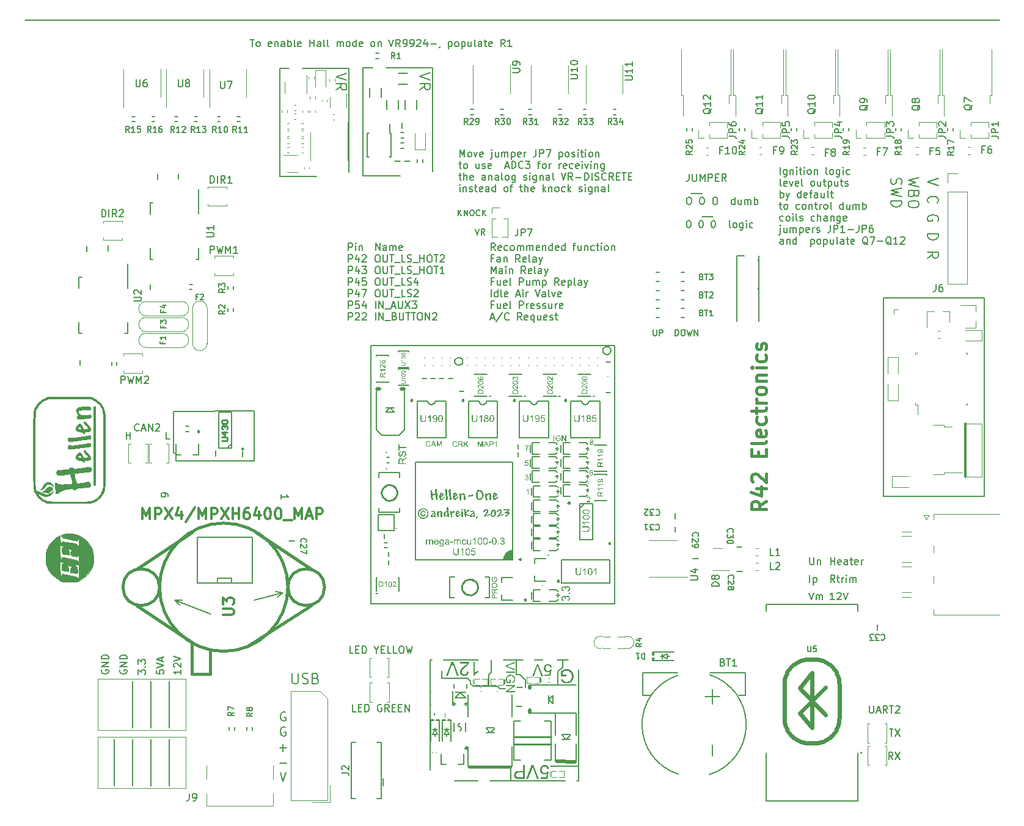
<source format=gto>
G75*
G70*
%OFA0B0*%
%FSLAX25Y25*%
%IPPOS*%
%LPD*%
%AMOC8*
5,1,8,0,0,1.08239X$1,22.5*
%
%ADD10C,0.00787*%
%ADD100C,0.02484*%
%ADD101C,0.00390*%
%ADD102C,0.00010*%
%ADD103C,0.01500*%
%ADD107C,0.00984*%
%ADD108C,0.00394*%
%ADD109C,0.01968*%
%ADD147C,0.01000*%
%ADD241C,0.00300*%
%ADD83C,0.01181*%
%ADD86C,0.00591*%
%ADD87C,0.00000*%
%ADD88C,0.00472*%
%ADD94C,0.00669*%
%ADD95C,0.01575*%
%ADD96C,0.00500*%
%ADD97C,0.01200*%
%ADD98C,0.00800*%
%ADD99C,0.00600*%
X0000000Y0000000D02*
%LPD*%
G01*
D86*
X0078787Y0014094D02*
X0078787Y0039291D01*
X0058774Y0014094D02*
X0058774Y0039291D01*
X0078748Y0045669D02*
X0078748Y0070866D01*
X0048768Y0014094D02*
X0048768Y0039291D01*
X0068709Y0045768D02*
X0068709Y0070965D01*
X0068781Y0014094D02*
X0068781Y0039291D01*
X0058768Y0045768D02*
X0058768Y0070965D01*
X0180628Y0054473D02*
X0178754Y0054473D01*
X0178754Y0054473D02*
X0178754Y0058410D01*
X0181941Y0056535D02*
X0183253Y0056535D01*
X0183816Y0054473D02*
X0181941Y0054473D01*
X0181941Y0054473D02*
X0181941Y0058410D01*
X0181941Y0058410D02*
X0183816Y0058410D01*
X0185503Y0054473D02*
X0185503Y0058410D01*
X0185503Y0058410D02*
X0186440Y0058410D01*
X0186440Y0058410D02*
X0187003Y0058223D01*
X0187003Y0058223D02*
X0187378Y0057848D01*
X0187378Y0057848D02*
X0187565Y0057473D01*
X0187565Y0057473D02*
X0187753Y0056723D01*
X0187753Y0056723D02*
X0187753Y0056160D01*
X0187753Y0056160D02*
X0187565Y0055411D01*
X0187565Y0055411D02*
X0187378Y0055036D01*
X0187378Y0055036D02*
X0187003Y0054661D01*
X0187003Y0054661D02*
X0186440Y0054473D01*
X0186440Y0054473D02*
X0185503Y0054473D01*
X0194502Y0058223D02*
X0194127Y0058410D01*
X0194127Y0058410D02*
X0193564Y0058410D01*
X0193564Y0058410D02*
X0193002Y0058223D01*
X0193002Y0058223D02*
X0192627Y0057848D01*
X0192627Y0057848D02*
X0192439Y0057473D01*
X0192439Y0057473D02*
X0192252Y0056723D01*
X0192252Y0056723D02*
X0192252Y0056160D01*
X0192252Y0056160D02*
X0192439Y0055411D01*
X0192439Y0055411D02*
X0192627Y0055036D01*
X0192627Y0055036D02*
X0193002Y0054661D01*
X0193002Y0054661D02*
X0193564Y0054473D01*
X0193564Y0054473D02*
X0193939Y0054473D01*
X0193939Y0054473D02*
X0194502Y0054661D01*
X0194502Y0054661D02*
X0194689Y0054848D01*
X0194689Y0054848D02*
X0194689Y0056160D01*
X0194689Y0056160D02*
X0193939Y0056160D01*
X0198626Y0054473D02*
X0197314Y0056348D01*
X0196376Y0054473D02*
X0196376Y0058410D01*
X0196376Y0058410D02*
X0197876Y0058410D01*
X0197876Y0058410D02*
X0198251Y0058223D01*
X0198251Y0058223D02*
X0198439Y0058035D01*
X0198439Y0058035D02*
X0198626Y0057660D01*
X0198626Y0057660D02*
X0198626Y0057098D01*
X0198626Y0057098D02*
X0198439Y0056723D01*
X0198439Y0056723D02*
X0198251Y0056535D01*
X0198251Y0056535D02*
X0197876Y0056348D01*
X0197876Y0056348D02*
X0196376Y0056348D01*
X0200313Y0056535D02*
X0201626Y0056535D01*
X0202188Y0054473D02*
X0200313Y0054473D01*
X0200313Y0054473D02*
X0200313Y0058410D01*
X0200313Y0058410D02*
X0202188Y0058410D01*
X0203876Y0056535D02*
X0205188Y0056535D01*
X0205750Y0054473D02*
X0203876Y0054473D01*
X0203876Y0054473D02*
X0203876Y0058410D01*
X0203876Y0058410D02*
X0205750Y0058410D01*
X0207438Y0054473D02*
X0207438Y0058410D01*
X0207438Y0058410D02*
X0209687Y0054473D01*
X0209687Y0054473D02*
X0209687Y0058410D01*
X0101086Y0343091D02*
X0101086Y0347028D01*
X0101086Y0347028D02*
X0102023Y0347028D01*
X0102023Y0347028D02*
X0102586Y0346841D01*
X0102586Y0346841D02*
X0102961Y0346466D01*
X0102961Y0346466D02*
X0103148Y0346091D01*
X0103148Y0346091D02*
X0103336Y0345341D01*
X0103336Y0345341D02*
X0103336Y0344779D01*
X0103336Y0344779D02*
X0103148Y0344029D01*
X0103148Y0344029D02*
X0102961Y0343654D01*
X0102961Y0343654D02*
X0102586Y0343279D01*
X0102586Y0343279D02*
X0102023Y0343091D01*
X0102023Y0343091D02*
X0101086Y0343091D01*
X0105023Y0343091D02*
X0105023Y0347028D01*
X0109147Y0343091D02*
X0107835Y0344966D01*
X0106898Y0343091D02*
X0106898Y0347028D01*
X0106898Y0347028D02*
X0108397Y0347028D01*
X0108397Y0347028D02*
X0108772Y0346841D01*
X0108772Y0346841D02*
X0108960Y0346653D01*
X0108960Y0346653D02*
X0109147Y0346278D01*
X0109147Y0346278D02*
X0109147Y0345716D01*
X0109147Y0345716D02*
X0108960Y0345341D01*
X0108960Y0345341D02*
X0108772Y0345154D01*
X0108772Y0345154D02*
X0108397Y0344966D01*
X0108397Y0344966D02*
X0106898Y0344966D01*
X0112897Y0343091D02*
X0110647Y0343091D01*
X0111772Y0343091D02*
X0111772Y0347028D01*
X0111772Y0347028D02*
X0111397Y0346466D01*
X0111397Y0346466D02*
X0111022Y0346091D01*
X0111022Y0346091D02*
X0110647Y0345903D01*
X0441641Y0115540D02*
X0439392Y0115540D01*
X0440516Y0115540D02*
X0440516Y0119477D01*
X0440516Y0119477D02*
X0440142Y0118915D01*
X0440142Y0118915D02*
X0439767Y0118540D01*
X0439767Y0118540D02*
X0439392Y0118352D01*
X0443141Y0119102D02*
X0443329Y0119290D01*
X0443329Y0119290D02*
X0443704Y0119477D01*
X0443704Y0119477D02*
X0444641Y0119477D01*
X0444641Y0119477D02*
X0445016Y0119290D01*
X0445016Y0119290D02*
X0445203Y0119102D01*
X0445203Y0119102D02*
X0445391Y0118727D01*
X0445391Y0118727D02*
X0445391Y0118352D01*
X0445391Y0118352D02*
X0445203Y0117790D01*
X0445203Y0117790D02*
X0442954Y0115540D01*
X0442954Y0115540D02*
X0445391Y0115540D01*
X0446516Y0119477D02*
X0447828Y0115540D01*
X0447828Y0115540D02*
X0449140Y0119477D01*
D94*
X0236355Y0325195D02*
X0236355Y0328423D01*
X0238199Y0325195D02*
X0236816Y0327040D01*
X0238199Y0328423D02*
X0236355Y0326578D01*
X0239583Y0325195D02*
X0239583Y0328423D01*
X0239583Y0328423D02*
X0241428Y0325195D01*
X0241428Y0325195D02*
X0241428Y0328423D01*
X0243580Y0328423D02*
X0244195Y0328423D01*
X0244195Y0328423D02*
X0244502Y0328269D01*
X0244502Y0328269D02*
X0244810Y0327962D01*
X0244810Y0327962D02*
X0244964Y0327347D01*
X0244964Y0327347D02*
X0244964Y0326271D01*
X0244964Y0326271D02*
X0244810Y0325656D01*
X0244810Y0325656D02*
X0244502Y0325349D01*
X0244502Y0325349D02*
X0244195Y0325195D01*
X0244195Y0325195D02*
X0243580Y0325195D01*
X0243580Y0325195D02*
X0243273Y0325349D01*
X0243273Y0325349D02*
X0242965Y0325656D01*
X0242965Y0325656D02*
X0242811Y0326271D01*
X0242811Y0326271D02*
X0242811Y0327347D01*
X0242811Y0327347D02*
X0242965Y0327962D01*
X0242965Y0327962D02*
X0243273Y0328269D01*
X0243273Y0328269D02*
X0243580Y0328423D01*
X0248192Y0325502D02*
X0248038Y0325349D01*
X0248038Y0325349D02*
X0247577Y0325195D01*
X0247577Y0325195D02*
X0247270Y0325195D01*
X0247270Y0325195D02*
X0246808Y0325349D01*
X0246808Y0325349D02*
X0246501Y0325656D01*
X0246501Y0325656D02*
X0246347Y0325964D01*
X0246347Y0325964D02*
X0246193Y0326578D01*
X0246193Y0326578D02*
X0246193Y0327040D01*
X0246193Y0327040D02*
X0246347Y0327655D01*
X0246347Y0327655D02*
X0246501Y0327962D01*
X0246501Y0327962D02*
X0246808Y0328269D01*
X0246808Y0328269D02*
X0247270Y0328423D01*
X0247270Y0328423D02*
X0247577Y0328423D01*
X0247577Y0328423D02*
X0248038Y0328269D01*
X0248038Y0328269D02*
X0248192Y0328116D01*
X0249575Y0325195D02*
X0249575Y0328423D01*
X0251420Y0325195D02*
X0250037Y0327040D01*
X0251420Y0328423D02*
X0249575Y0326578D01*
X0245732Y0318028D02*
X0246808Y0314800D01*
X0246808Y0314800D02*
X0247884Y0318028D01*
X0250805Y0314800D02*
X0249729Y0316337D01*
X0248961Y0314800D02*
X0248961Y0318028D01*
X0248961Y0318028D02*
X0250190Y0318028D01*
X0250190Y0318028D02*
X0250498Y0317875D01*
X0250498Y0317875D02*
X0250652Y0317721D01*
X0250652Y0317721D02*
X0250805Y0317413D01*
X0250805Y0317413D02*
X0250805Y0316952D01*
X0250805Y0316952D02*
X0250652Y0316645D01*
X0250652Y0316645D02*
X0250498Y0316491D01*
X0250498Y0316491D02*
X0250190Y0316337D01*
X0250190Y0316337D02*
X0248961Y0316337D01*
D86*
X0071803Y0077049D02*
X0071803Y0075174D01*
X0071803Y0075174D02*
X0073678Y0074986D01*
X0073678Y0074986D02*
X0073491Y0075174D01*
X0073491Y0075174D02*
X0073303Y0075549D01*
X0073303Y0075549D02*
X0073303Y0076486D01*
X0073303Y0076486D02*
X0073491Y0076861D01*
X0073491Y0076861D02*
X0073678Y0077049D01*
X0073678Y0077049D02*
X0074053Y0077236D01*
X0074053Y0077236D02*
X0074991Y0077236D01*
X0074991Y0077236D02*
X0075365Y0077049D01*
X0075365Y0077049D02*
X0075553Y0076861D01*
X0075553Y0076861D02*
X0075740Y0076486D01*
X0075740Y0076486D02*
X0075740Y0075549D01*
X0075740Y0075549D02*
X0075553Y0075174D01*
X0075553Y0075174D02*
X0075365Y0074986D01*
X0071803Y0078361D02*
X0075740Y0079673D01*
X0075740Y0079673D02*
X0071803Y0080986D01*
X0074616Y0082110D02*
X0074616Y0083985D01*
X0075740Y0081735D02*
X0071803Y0083048D01*
X0071803Y0083048D02*
X0075740Y0084360D01*
X0176531Y0306259D02*
X0176531Y0310196D01*
X0176531Y0310196D02*
X0178030Y0310196D01*
X0178030Y0310196D02*
X0178405Y0310009D01*
X0178405Y0310009D02*
X0178593Y0309821D01*
X0178593Y0309821D02*
X0178780Y0309446D01*
X0178780Y0309446D02*
X0178780Y0308884D01*
X0178780Y0308884D02*
X0178593Y0308509D01*
X0178593Y0308509D02*
X0178405Y0308321D01*
X0178405Y0308321D02*
X0178030Y0308134D01*
X0178030Y0308134D02*
X0176531Y0308134D01*
X0180468Y0306259D02*
X0180468Y0308884D01*
X0180468Y0310196D02*
X0180280Y0310009D01*
X0180280Y0310009D02*
X0180468Y0309821D01*
X0180468Y0309821D02*
X0180655Y0310009D01*
X0180655Y0310009D02*
X0180468Y0310196D01*
X0180468Y0310196D02*
X0180468Y0309821D01*
X0182342Y0308884D02*
X0182342Y0306259D01*
X0182342Y0308509D02*
X0182530Y0308696D01*
X0182530Y0308696D02*
X0182905Y0308884D01*
X0182905Y0308884D02*
X0183467Y0308884D01*
X0183467Y0308884D02*
X0183842Y0308696D01*
X0183842Y0308696D02*
X0184030Y0308321D01*
X0184030Y0308321D02*
X0184030Y0306259D01*
X0191341Y0306259D02*
X0191341Y0310196D01*
X0191341Y0310196D02*
X0193591Y0306259D01*
X0193591Y0306259D02*
X0193591Y0310196D01*
X0197153Y0306259D02*
X0197153Y0308321D01*
X0197153Y0308321D02*
X0196966Y0308696D01*
X0196966Y0308696D02*
X0196591Y0308884D01*
X0196591Y0308884D02*
X0195841Y0308884D01*
X0195841Y0308884D02*
X0195466Y0308696D01*
X0197153Y0306447D02*
X0196778Y0306259D01*
X0196778Y0306259D02*
X0195841Y0306259D01*
X0195841Y0306259D02*
X0195466Y0306447D01*
X0195466Y0306447D02*
X0195278Y0306822D01*
X0195278Y0306822D02*
X0195278Y0307197D01*
X0195278Y0307197D02*
X0195466Y0307572D01*
X0195466Y0307572D02*
X0195841Y0307759D01*
X0195841Y0307759D02*
X0196778Y0307759D01*
X0196778Y0307759D02*
X0197153Y0307947D01*
X0199028Y0306259D02*
X0199028Y0308884D01*
X0199028Y0308509D02*
X0199215Y0308696D01*
X0199215Y0308696D02*
X0199590Y0308884D01*
X0199590Y0308884D02*
X0200153Y0308884D01*
X0200153Y0308884D02*
X0200528Y0308696D01*
X0200528Y0308696D02*
X0200715Y0308321D01*
X0200715Y0308321D02*
X0200715Y0306259D01*
X0200715Y0308321D02*
X0200903Y0308696D01*
X0200903Y0308696D02*
X0201278Y0308884D01*
X0201278Y0308884D02*
X0201840Y0308884D01*
X0201840Y0308884D02*
X0202215Y0308696D01*
X0202215Y0308696D02*
X0202402Y0308321D01*
X0202402Y0308321D02*
X0202402Y0306259D01*
X0205777Y0306447D02*
X0205402Y0306259D01*
X0205402Y0306259D02*
X0204652Y0306259D01*
X0204652Y0306259D02*
X0204277Y0306447D01*
X0204277Y0306447D02*
X0204090Y0306822D01*
X0204090Y0306822D02*
X0204090Y0308321D01*
X0204090Y0308321D02*
X0204277Y0308696D01*
X0204277Y0308696D02*
X0204652Y0308884D01*
X0204652Y0308884D02*
X0205402Y0308884D01*
X0205402Y0308884D02*
X0205777Y0308696D01*
X0205777Y0308696D02*
X0205964Y0308321D01*
X0205964Y0308321D02*
X0205964Y0307947D01*
X0205964Y0307947D02*
X0204090Y0307572D01*
X0256583Y0306259D02*
X0255271Y0308134D01*
X0254333Y0306259D02*
X0254333Y0310196D01*
X0254333Y0310196D02*
X0255833Y0310196D01*
X0255833Y0310196D02*
X0256208Y0310009D01*
X0256208Y0310009D02*
X0256396Y0309821D01*
X0256396Y0309821D02*
X0256583Y0309446D01*
X0256583Y0309446D02*
X0256583Y0308884D01*
X0256583Y0308884D02*
X0256396Y0308509D01*
X0256396Y0308509D02*
X0256208Y0308321D01*
X0256208Y0308321D02*
X0255833Y0308134D01*
X0255833Y0308134D02*
X0254333Y0308134D01*
X0259770Y0306447D02*
X0259395Y0306259D01*
X0259395Y0306259D02*
X0258645Y0306259D01*
X0258645Y0306259D02*
X0258270Y0306447D01*
X0258270Y0306447D02*
X0258083Y0306822D01*
X0258083Y0306822D02*
X0258083Y0308321D01*
X0258083Y0308321D02*
X0258270Y0308696D01*
X0258270Y0308696D02*
X0258645Y0308884D01*
X0258645Y0308884D02*
X0259395Y0308884D01*
X0259395Y0308884D02*
X0259770Y0308696D01*
X0259770Y0308696D02*
X0259958Y0308321D01*
X0259958Y0308321D02*
X0259958Y0307947D01*
X0259958Y0307947D02*
X0258083Y0307572D01*
X0263332Y0306447D02*
X0262957Y0306259D01*
X0262957Y0306259D02*
X0262207Y0306259D01*
X0262207Y0306259D02*
X0261832Y0306447D01*
X0261832Y0306447D02*
X0261645Y0306634D01*
X0261645Y0306634D02*
X0261458Y0307009D01*
X0261458Y0307009D02*
X0261458Y0308134D01*
X0261458Y0308134D02*
X0261645Y0308509D01*
X0261645Y0308509D02*
X0261832Y0308696D01*
X0261832Y0308696D02*
X0262207Y0308884D01*
X0262207Y0308884D02*
X0262957Y0308884D01*
X0262957Y0308884D02*
X0263332Y0308696D01*
X0265582Y0306259D02*
X0265207Y0306447D01*
X0265207Y0306447D02*
X0265020Y0306634D01*
X0265020Y0306634D02*
X0264832Y0307009D01*
X0264832Y0307009D02*
X0264832Y0308134D01*
X0264832Y0308134D02*
X0265020Y0308509D01*
X0265020Y0308509D02*
X0265207Y0308696D01*
X0265207Y0308696D02*
X0265582Y0308884D01*
X0265582Y0308884D02*
X0266144Y0308884D01*
X0266144Y0308884D02*
X0266519Y0308696D01*
X0266519Y0308696D02*
X0266707Y0308509D01*
X0266707Y0308509D02*
X0266894Y0308134D01*
X0266894Y0308134D02*
X0266894Y0307009D01*
X0266894Y0307009D02*
X0266707Y0306634D01*
X0266707Y0306634D02*
X0266519Y0306447D01*
X0266519Y0306447D02*
X0266144Y0306259D01*
X0266144Y0306259D02*
X0265582Y0306259D01*
X0268582Y0306259D02*
X0268582Y0308884D01*
X0268582Y0308509D02*
X0268769Y0308696D01*
X0268769Y0308696D02*
X0269144Y0308884D01*
X0269144Y0308884D02*
X0269706Y0308884D01*
X0269706Y0308884D02*
X0270081Y0308696D01*
X0270081Y0308696D02*
X0270269Y0308321D01*
X0270269Y0308321D02*
X0270269Y0306259D01*
X0270269Y0308321D02*
X0270456Y0308696D01*
X0270456Y0308696D02*
X0270831Y0308884D01*
X0270831Y0308884D02*
X0271394Y0308884D01*
X0271394Y0308884D02*
X0271769Y0308696D01*
X0271769Y0308696D02*
X0271956Y0308321D01*
X0271956Y0308321D02*
X0271956Y0306259D01*
X0273831Y0306259D02*
X0273831Y0308884D01*
X0273831Y0308509D02*
X0274018Y0308696D01*
X0274018Y0308696D02*
X0274393Y0308884D01*
X0274393Y0308884D02*
X0274956Y0308884D01*
X0274956Y0308884D02*
X0275331Y0308696D01*
X0275331Y0308696D02*
X0275518Y0308321D01*
X0275518Y0308321D02*
X0275518Y0306259D01*
X0275518Y0308321D02*
X0275706Y0308696D01*
X0275706Y0308696D02*
X0276081Y0308884D01*
X0276081Y0308884D02*
X0276643Y0308884D01*
X0276643Y0308884D02*
X0277018Y0308696D01*
X0277018Y0308696D02*
X0277206Y0308321D01*
X0277206Y0308321D02*
X0277206Y0306259D01*
X0280580Y0306447D02*
X0280205Y0306259D01*
X0280205Y0306259D02*
X0279455Y0306259D01*
X0279455Y0306259D02*
X0279080Y0306447D01*
X0279080Y0306447D02*
X0278893Y0306822D01*
X0278893Y0306822D02*
X0278893Y0308321D01*
X0278893Y0308321D02*
X0279080Y0308696D01*
X0279080Y0308696D02*
X0279455Y0308884D01*
X0279455Y0308884D02*
X0280205Y0308884D01*
X0280205Y0308884D02*
X0280580Y0308696D01*
X0280580Y0308696D02*
X0280768Y0308321D01*
X0280768Y0308321D02*
X0280768Y0307947D01*
X0280768Y0307947D02*
X0278893Y0307572D01*
X0282455Y0308884D02*
X0282455Y0306259D01*
X0282455Y0308509D02*
X0282642Y0308696D01*
X0282642Y0308696D02*
X0283017Y0308884D01*
X0283017Y0308884D02*
X0283580Y0308884D01*
X0283580Y0308884D02*
X0283955Y0308696D01*
X0283955Y0308696D02*
X0284142Y0308321D01*
X0284142Y0308321D02*
X0284142Y0306259D01*
X0287704Y0306259D02*
X0287704Y0310196D01*
X0287704Y0306447D02*
X0287329Y0306259D01*
X0287329Y0306259D02*
X0286579Y0306259D01*
X0286579Y0306259D02*
X0286204Y0306447D01*
X0286204Y0306447D02*
X0286017Y0306634D01*
X0286017Y0306634D02*
X0285829Y0307009D01*
X0285829Y0307009D02*
X0285829Y0308134D01*
X0285829Y0308134D02*
X0286017Y0308509D01*
X0286017Y0308509D02*
X0286204Y0308696D01*
X0286204Y0308696D02*
X0286579Y0308884D01*
X0286579Y0308884D02*
X0287329Y0308884D01*
X0287329Y0308884D02*
X0287704Y0308696D01*
X0291079Y0306447D02*
X0290704Y0306259D01*
X0290704Y0306259D02*
X0289954Y0306259D01*
X0289954Y0306259D02*
X0289579Y0306447D01*
X0289579Y0306447D02*
X0289392Y0306822D01*
X0289392Y0306822D02*
X0289392Y0308321D01*
X0289392Y0308321D02*
X0289579Y0308696D01*
X0289579Y0308696D02*
X0289954Y0308884D01*
X0289954Y0308884D02*
X0290704Y0308884D01*
X0290704Y0308884D02*
X0291079Y0308696D01*
X0291079Y0308696D02*
X0291266Y0308321D01*
X0291266Y0308321D02*
X0291266Y0307947D01*
X0291266Y0307947D02*
X0289392Y0307572D01*
X0294641Y0306259D02*
X0294641Y0310196D01*
X0294641Y0306447D02*
X0294266Y0306259D01*
X0294266Y0306259D02*
X0293516Y0306259D01*
X0293516Y0306259D02*
X0293141Y0306447D01*
X0293141Y0306447D02*
X0292954Y0306634D01*
X0292954Y0306634D02*
X0292766Y0307009D01*
X0292766Y0307009D02*
X0292766Y0308134D01*
X0292766Y0308134D02*
X0292954Y0308509D01*
X0292954Y0308509D02*
X0293141Y0308696D01*
X0293141Y0308696D02*
X0293516Y0308884D01*
X0293516Y0308884D02*
X0294266Y0308884D01*
X0294266Y0308884D02*
X0294641Y0308696D01*
X0298953Y0308884D02*
X0300453Y0308884D01*
X0299515Y0306259D02*
X0299515Y0309634D01*
X0299515Y0309634D02*
X0299703Y0310009D01*
X0299703Y0310009D02*
X0300078Y0310196D01*
X0300078Y0310196D02*
X0300453Y0310196D01*
X0303452Y0308884D02*
X0303452Y0306259D01*
X0301765Y0308884D02*
X0301765Y0306822D01*
X0301765Y0306822D02*
X0301952Y0306447D01*
X0301952Y0306447D02*
X0302327Y0306259D01*
X0302327Y0306259D02*
X0302890Y0306259D01*
X0302890Y0306259D02*
X0303265Y0306447D01*
X0303265Y0306447D02*
X0303452Y0306634D01*
X0305327Y0308884D02*
X0305327Y0306259D01*
X0305327Y0308509D02*
X0305515Y0308696D01*
X0305515Y0308696D02*
X0305889Y0308884D01*
X0305889Y0308884D02*
X0306452Y0308884D01*
X0306452Y0308884D02*
X0306827Y0308696D01*
X0306827Y0308696D02*
X0307014Y0308321D01*
X0307014Y0308321D02*
X0307014Y0306259D01*
X0310576Y0306447D02*
X0310201Y0306259D01*
X0310201Y0306259D02*
X0309452Y0306259D01*
X0309452Y0306259D02*
X0309077Y0306447D01*
X0309077Y0306447D02*
X0308889Y0306634D01*
X0308889Y0306634D02*
X0308702Y0307009D01*
X0308702Y0307009D02*
X0308702Y0308134D01*
X0308702Y0308134D02*
X0308889Y0308509D01*
X0308889Y0308509D02*
X0309077Y0308696D01*
X0309077Y0308696D02*
X0309452Y0308884D01*
X0309452Y0308884D02*
X0310201Y0308884D01*
X0310201Y0308884D02*
X0310576Y0308696D01*
X0311701Y0308884D02*
X0313201Y0308884D01*
X0312264Y0310196D02*
X0312264Y0306822D01*
X0312264Y0306822D02*
X0312451Y0306447D01*
X0312451Y0306447D02*
X0312826Y0306259D01*
X0312826Y0306259D02*
X0313201Y0306259D01*
X0314513Y0306259D02*
X0314513Y0308884D01*
X0314513Y0310196D02*
X0314326Y0310009D01*
X0314326Y0310009D02*
X0314513Y0309821D01*
X0314513Y0309821D02*
X0314701Y0310009D01*
X0314701Y0310009D02*
X0314513Y0310196D01*
X0314513Y0310196D02*
X0314513Y0309821D01*
X0316951Y0306259D02*
X0316576Y0306447D01*
X0316576Y0306447D02*
X0316388Y0306634D01*
X0316388Y0306634D02*
X0316201Y0307009D01*
X0316201Y0307009D02*
X0316201Y0308134D01*
X0316201Y0308134D02*
X0316388Y0308509D01*
X0316388Y0308509D02*
X0316576Y0308696D01*
X0316576Y0308696D02*
X0316951Y0308884D01*
X0316951Y0308884D02*
X0317513Y0308884D01*
X0317513Y0308884D02*
X0317888Y0308696D01*
X0317888Y0308696D02*
X0318075Y0308509D01*
X0318075Y0308509D02*
X0318263Y0308134D01*
X0318263Y0308134D02*
X0318263Y0307009D01*
X0318263Y0307009D02*
X0318075Y0306634D01*
X0318075Y0306634D02*
X0317888Y0306447D01*
X0317888Y0306447D02*
X0317513Y0306259D01*
X0317513Y0306259D02*
X0316951Y0306259D01*
X0319950Y0308884D02*
X0319950Y0306259D01*
X0319950Y0308509D02*
X0320138Y0308696D01*
X0320138Y0308696D02*
X0320513Y0308884D01*
X0320513Y0308884D02*
X0321075Y0308884D01*
X0321075Y0308884D02*
X0321450Y0308696D01*
X0321450Y0308696D02*
X0321637Y0308321D01*
X0321637Y0308321D02*
X0321637Y0306259D01*
X0176531Y0299921D02*
X0176531Y0303858D01*
X0176531Y0303858D02*
X0178030Y0303858D01*
X0178030Y0303858D02*
X0178405Y0303670D01*
X0178405Y0303670D02*
X0178593Y0303483D01*
X0178593Y0303483D02*
X0178780Y0303108D01*
X0178780Y0303108D02*
X0178780Y0302546D01*
X0178780Y0302546D02*
X0178593Y0302171D01*
X0178593Y0302171D02*
X0178405Y0301983D01*
X0178405Y0301983D02*
X0178030Y0301796D01*
X0178030Y0301796D02*
X0176531Y0301796D01*
X0182155Y0302546D02*
X0182155Y0299921D01*
X0181218Y0304045D02*
X0180280Y0301233D01*
X0180280Y0301233D02*
X0182717Y0301233D01*
X0184030Y0303483D02*
X0184217Y0303670D01*
X0184217Y0303670D02*
X0184592Y0303858D01*
X0184592Y0303858D02*
X0185530Y0303858D01*
X0185530Y0303858D02*
X0185904Y0303670D01*
X0185904Y0303670D02*
X0186092Y0303483D01*
X0186092Y0303483D02*
X0186279Y0303108D01*
X0186279Y0303108D02*
X0186279Y0302733D01*
X0186279Y0302733D02*
X0186092Y0302171D01*
X0186092Y0302171D02*
X0183842Y0299921D01*
X0183842Y0299921D02*
X0186279Y0299921D01*
X0192091Y0303858D02*
X0192841Y0303858D01*
X0192841Y0303858D02*
X0193216Y0303670D01*
X0193216Y0303670D02*
X0193591Y0303295D01*
X0193591Y0303295D02*
X0193778Y0302546D01*
X0193778Y0302546D02*
X0193778Y0301233D01*
X0193778Y0301233D02*
X0193591Y0300483D01*
X0193591Y0300483D02*
X0193216Y0300108D01*
X0193216Y0300108D02*
X0192841Y0299921D01*
X0192841Y0299921D02*
X0192091Y0299921D01*
X0192091Y0299921D02*
X0191716Y0300108D01*
X0191716Y0300108D02*
X0191341Y0300483D01*
X0191341Y0300483D02*
X0191154Y0301233D01*
X0191154Y0301233D02*
X0191154Y0302546D01*
X0191154Y0302546D02*
X0191341Y0303295D01*
X0191341Y0303295D02*
X0191716Y0303670D01*
X0191716Y0303670D02*
X0192091Y0303858D01*
X0195466Y0303858D02*
X0195466Y0300671D01*
X0195466Y0300671D02*
X0195653Y0300296D01*
X0195653Y0300296D02*
X0195841Y0300108D01*
X0195841Y0300108D02*
X0196216Y0299921D01*
X0196216Y0299921D02*
X0196966Y0299921D01*
X0196966Y0299921D02*
X0197341Y0300108D01*
X0197341Y0300108D02*
X0197528Y0300296D01*
X0197528Y0300296D02*
X0197715Y0300671D01*
X0197715Y0300671D02*
X0197715Y0303858D01*
X0199028Y0303858D02*
X0201278Y0303858D01*
X0200153Y0299921D02*
X0200153Y0303858D01*
X0201652Y0299546D02*
X0204652Y0299546D01*
X0207464Y0299921D02*
X0205589Y0299921D01*
X0205589Y0299921D02*
X0205589Y0303858D01*
X0208589Y0300108D02*
X0209152Y0299921D01*
X0209152Y0299921D02*
X0210089Y0299921D01*
X0210089Y0299921D02*
X0210464Y0300108D01*
X0210464Y0300108D02*
X0210651Y0300296D01*
X0210651Y0300296D02*
X0210839Y0300671D01*
X0210839Y0300671D02*
X0210839Y0301046D01*
X0210839Y0301046D02*
X0210651Y0301421D01*
X0210651Y0301421D02*
X0210464Y0301608D01*
X0210464Y0301608D02*
X0210089Y0301796D01*
X0210089Y0301796D02*
X0209339Y0301983D01*
X0209339Y0301983D02*
X0208964Y0302171D01*
X0208964Y0302171D02*
X0208777Y0302358D01*
X0208777Y0302358D02*
X0208589Y0302733D01*
X0208589Y0302733D02*
X0208589Y0303108D01*
X0208589Y0303108D02*
X0208777Y0303483D01*
X0208777Y0303483D02*
X0208964Y0303670D01*
X0208964Y0303670D02*
X0209339Y0303858D01*
X0209339Y0303858D02*
X0210276Y0303858D01*
X0210276Y0303858D02*
X0210839Y0303670D01*
X0211589Y0299546D02*
X0214588Y0299546D01*
X0215526Y0299921D02*
X0215526Y0303858D01*
X0215526Y0301983D02*
X0217775Y0301983D01*
X0217775Y0299921D02*
X0217775Y0303858D01*
X0220400Y0303858D02*
X0221150Y0303858D01*
X0221150Y0303858D02*
X0221525Y0303670D01*
X0221525Y0303670D02*
X0221900Y0303295D01*
X0221900Y0303295D02*
X0222087Y0302546D01*
X0222087Y0302546D02*
X0222087Y0301233D01*
X0222087Y0301233D02*
X0221900Y0300483D01*
X0221900Y0300483D02*
X0221525Y0300108D01*
X0221525Y0300108D02*
X0221150Y0299921D01*
X0221150Y0299921D02*
X0220400Y0299921D01*
X0220400Y0299921D02*
X0220025Y0300108D01*
X0220025Y0300108D02*
X0219650Y0300483D01*
X0219650Y0300483D02*
X0219463Y0301233D01*
X0219463Y0301233D02*
X0219463Y0302546D01*
X0219463Y0302546D02*
X0219650Y0303295D01*
X0219650Y0303295D02*
X0220025Y0303670D01*
X0220025Y0303670D02*
X0220400Y0303858D01*
X0223212Y0303858D02*
X0225462Y0303858D01*
X0224337Y0299921D02*
X0224337Y0303858D01*
X0226587Y0303483D02*
X0226774Y0303670D01*
X0226774Y0303670D02*
X0227149Y0303858D01*
X0227149Y0303858D02*
X0228087Y0303858D01*
X0228087Y0303858D02*
X0228462Y0303670D01*
X0228462Y0303670D02*
X0228649Y0303483D01*
X0228649Y0303483D02*
X0228837Y0303108D01*
X0228837Y0303108D02*
X0228837Y0302733D01*
X0228837Y0302733D02*
X0228649Y0302171D01*
X0228649Y0302171D02*
X0226399Y0299921D01*
X0226399Y0299921D02*
X0228837Y0299921D01*
X0255646Y0301983D02*
X0254333Y0301983D01*
X0254333Y0299921D02*
X0254333Y0303858D01*
X0254333Y0303858D02*
X0256208Y0303858D01*
X0259395Y0299921D02*
X0259395Y0301983D01*
X0259395Y0301983D02*
X0259208Y0302358D01*
X0259208Y0302358D02*
X0258833Y0302546D01*
X0258833Y0302546D02*
X0258083Y0302546D01*
X0258083Y0302546D02*
X0257708Y0302358D01*
X0259395Y0300108D02*
X0259020Y0299921D01*
X0259020Y0299921D02*
X0258083Y0299921D01*
X0258083Y0299921D02*
X0257708Y0300108D01*
X0257708Y0300108D02*
X0257520Y0300483D01*
X0257520Y0300483D02*
X0257520Y0300858D01*
X0257520Y0300858D02*
X0257708Y0301233D01*
X0257708Y0301233D02*
X0258083Y0301421D01*
X0258083Y0301421D02*
X0259020Y0301421D01*
X0259020Y0301421D02*
X0259395Y0301608D01*
X0261270Y0302546D02*
X0261270Y0299921D01*
X0261270Y0302171D02*
X0261458Y0302358D01*
X0261458Y0302358D02*
X0261832Y0302546D01*
X0261832Y0302546D02*
X0262395Y0302546D01*
X0262395Y0302546D02*
X0262770Y0302358D01*
X0262770Y0302358D02*
X0262957Y0301983D01*
X0262957Y0301983D02*
X0262957Y0299921D01*
X0270081Y0299921D02*
X0268769Y0301796D01*
X0267832Y0299921D02*
X0267832Y0303858D01*
X0267832Y0303858D02*
X0269332Y0303858D01*
X0269332Y0303858D02*
X0269706Y0303670D01*
X0269706Y0303670D02*
X0269894Y0303483D01*
X0269894Y0303483D02*
X0270081Y0303108D01*
X0270081Y0303108D02*
X0270081Y0302546D01*
X0270081Y0302546D02*
X0269894Y0302171D01*
X0269894Y0302171D02*
X0269706Y0301983D01*
X0269706Y0301983D02*
X0269332Y0301796D01*
X0269332Y0301796D02*
X0267832Y0301796D01*
X0273269Y0300108D02*
X0272894Y0299921D01*
X0272894Y0299921D02*
X0272144Y0299921D01*
X0272144Y0299921D02*
X0271769Y0300108D01*
X0271769Y0300108D02*
X0271581Y0300483D01*
X0271581Y0300483D02*
X0271581Y0301983D01*
X0271581Y0301983D02*
X0271769Y0302358D01*
X0271769Y0302358D02*
X0272144Y0302546D01*
X0272144Y0302546D02*
X0272894Y0302546D01*
X0272894Y0302546D02*
X0273269Y0302358D01*
X0273269Y0302358D02*
X0273456Y0301983D01*
X0273456Y0301983D02*
X0273456Y0301608D01*
X0273456Y0301608D02*
X0271581Y0301233D01*
X0275706Y0299921D02*
X0275331Y0300108D01*
X0275331Y0300108D02*
X0275143Y0300483D01*
X0275143Y0300483D02*
X0275143Y0303858D01*
X0278893Y0299921D02*
X0278893Y0301983D01*
X0278893Y0301983D02*
X0278705Y0302358D01*
X0278705Y0302358D02*
X0278330Y0302546D01*
X0278330Y0302546D02*
X0277580Y0302546D01*
X0277580Y0302546D02*
X0277206Y0302358D01*
X0278893Y0300108D02*
X0278518Y0299921D01*
X0278518Y0299921D02*
X0277580Y0299921D01*
X0277580Y0299921D02*
X0277206Y0300108D01*
X0277206Y0300108D02*
X0277018Y0300483D01*
X0277018Y0300483D02*
X0277018Y0300858D01*
X0277018Y0300858D02*
X0277206Y0301233D01*
X0277206Y0301233D02*
X0277580Y0301421D01*
X0277580Y0301421D02*
X0278518Y0301421D01*
X0278518Y0301421D02*
X0278893Y0301608D01*
X0280393Y0302546D02*
X0281330Y0299921D01*
X0282267Y0302546D02*
X0281330Y0299921D01*
X0281330Y0299921D02*
X0280955Y0298983D01*
X0280955Y0298983D02*
X0280768Y0298796D01*
X0280768Y0298796D02*
X0280393Y0298609D01*
X0176531Y0293583D02*
X0176531Y0297520D01*
X0176531Y0297520D02*
X0178030Y0297520D01*
X0178030Y0297520D02*
X0178405Y0297332D01*
X0178405Y0297332D02*
X0178593Y0297145D01*
X0178593Y0297145D02*
X0178780Y0296770D01*
X0178780Y0296770D02*
X0178780Y0296207D01*
X0178780Y0296207D02*
X0178593Y0295832D01*
X0178593Y0295832D02*
X0178405Y0295645D01*
X0178405Y0295645D02*
X0178030Y0295457D01*
X0178030Y0295457D02*
X0176531Y0295457D01*
X0182155Y0296207D02*
X0182155Y0293583D01*
X0181218Y0297707D02*
X0180280Y0294895D01*
X0180280Y0294895D02*
X0182717Y0294895D01*
X0183842Y0297520D02*
X0186279Y0297520D01*
X0186279Y0297520D02*
X0184967Y0296020D01*
X0184967Y0296020D02*
X0185530Y0296020D01*
X0185530Y0296020D02*
X0185904Y0295832D01*
X0185904Y0295832D02*
X0186092Y0295645D01*
X0186092Y0295645D02*
X0186279Y0295270D01*
X0186279Y0295270D02*
X0186279Y0294332D01*
X0186279Y0294332D02*
X0186092Y0293957D01*
X0186092Y0293957D02*
X0185904Y0293770D01*
X0185904Y0293770D02*
X0185530Y0293583D01*
X0185530Y0293583D02*
X0184405Y0293583D01*
X0184405Y0293583D02*
X0184030Y0293770D01*
X0184030Y0293770D02*
X0183842Y0293957D01*
X0192091Y0297520D02*
X0192841Y0297520D01*
X0192841Y0297520D02*
X0193216Y0297332D01*
X0193216Y0297332D02*
X0193591Y0296957D01*
X0193591Y0296957D02*
X0193778Y0296207D01*
X0193778Y0296207D02*
X0193778Y0294895D01*
X0193778Y0294895D02*
X0193591Y0294145D01*
X0193591Y0294145D02*
X0193216Y0293770D01*
X0193216Y0293770D02*
X0192841Y0293583D01*
X0192841Y0293583D02*
X0192091Y0293583D01*
X0192091Y0293583D02*
X0191716Y0293770D01*
X0191716Y0293770D02*
X0191341Y0294145D01*
X0191341Y0294145D02*
X0191154Y0294895D01*
X0191154Y0294895D02*
X0191154Y0296207D01*
X0191154Y0296207D02*
X0191341Y0296957D01*
X0191341Y0296957D02*
X0191716Y0297332D01*
X0191716Y0297332D02*
X0192091Y0297520D01*
X0195466Y0297520D02*
X0195466Y0294332D01*
X0195466Y0294332D02*
X0195653Y0293957D01*
X0195653Y0293957D02*
X0195841Y0293770D01*
X0195841Y0293770D02*
X0196216Y0293583D01*
X0196216Y0293583D02*
X0196966Y0293583D01*
X0196966Y0293583D02*
X0197341Y0293770D01*
X0197341Y0293770D02*
X0197528Y0293957D01*
X0197528Y0293957D02*
X0197715Y0294332D01*
X0197715Y0294332D02*
X0197715Y0297520D01*
X0199028Y0297520D02*
X0201278Y0297520D01*
X0200153Y0293583D02*
X0200153Y0297520D01*
X0201652Y0293208D02*
X0204652Y0293208D01*
X0207464Y0293583D02*
X0205589Y0293583D01*
X0205589Y0293583D02*
X0205589Y0297520D01*
X0208589Y0293770D02*
X0209152Y0293583D01*
X0209152Y0293583D02*
X0210089Y0293583D01*
X0210089Y0293583D02*
X0210464Y0293770D01*
X0210464Y0293770D02*
X0210651Y0293957D01*
X0210651Y0293957D02*
X0210839Y0294332D01*
X0210839Y0294332D02*
X0210839Y0294707D01*
X0210839Y0294707D02*
X0210651Y0295082D01*
X0210651Y0295082D02*
X0210464Y0295270D01*
X0210464Y0295270D02*
X0210089Y0295457D01*
X0210089Y0295457D02*
X0209339Y0295645D01*
X0209339Y0295645D02*
X0208964Y0295832D01*
X0208964Y0295832D02*
X0208777Y0296020D01*
X0208777Y0296020D02*
X0208589Y0296395D01*
X0208589Y0296395D02*
X0208589Y0296770D01*
X0208589Y0296770D02*
X0208777Y0297145D01*
X0208777Y0297145D02*
X0208964Y0297332D01*
X0208964Y0297332D02*
X0209339Y0297520D01*
X0209339Y0297520D02*
X0210276Y0297520D01*
X0210276Y0297520D02*
X0210839Y0297332D01*
X0211589Y0293208D02*
X0214588Y0293208D01*
X0215526Y0293583D02*
X0215526Y0297520D01*
X0215526Y0295645D02*
X0217775Y0295645D01*
X0217775Y0293583D02*
X0217775Y0297520D01*
X0220400Y0297520D02*
X0221150Y0297520D01*
X0221150Y0297520D02*
X0221525Y0297332D01*
X0221525Y0297332D02*
X0221900Y0296957D01*
X0221900Y0296957D02*
X0222087Y0296207D01*
X0222087Y0296207D02*
X0222087Y0294895D01*
X0222087Y0294895D02*
X0221900Y0294145D01*
X0221900Y0294145D02*
X0221525Y0293770D01*
X0221525Y0293770D02*
X0221150Y0293583D01*
X0221150Y0293583D02*
X0220400Y0293583D01*
X0220400Y0293583D02*
X0220025Y0293770D01*
X0220025Y0293770D02*
X0219650Y0294145D01*
X0219650Y0294145D02*
X0219463Y0294895D01*
X0219463Y0294895D02*
X0219463Y0296207D01*
X0219463Y0296207D02*
X0219650Y0296957D01*
X0219650Y0296957D02*
X0220025Y0297332D01*
X0220025Y0297332D02*
X0220400Y0297520D01*
X0223212Y0297520D02*
X0225462Y0297520D01*
X0224337Y0293583D02*
X0224337Y0297520D01*
X0228837Y0293583D02*
X0226587Y0293583D01*
X0227712Y0293583D02*
X0227712Y0297520D01*
X0227712Y0297520D02*
X0227337Y0296957D01*
X0227337Y0296957D02*
X0226962Y0296582D01*
X0226962Y0296582D02*
X0226587Y0296395D01*
X0254333Y0293583D02*
X0254333Y0297520D01*
X0254333Y0297520D02*
X0255646Y0294707D01*
X0255646Y0294707D02*
X0256958Y0297520D01*
X0256958Y0297520D02*
X0256958Y0293583D01*
X0260520Y0293583D02*
X0260520Y0295645D01*
X0260520Y0295645D02*
X0260333Y0296020D01*
X0260333Y0296020D02*
X0259958Y0296207D01*
X0259958Y0296207D02*
X0259208Y0296207D01*
X0259208Y0296207D02*
X0258833Y0296020D01*
X0260520Y0293770D02*
X0260145Y0293583D01*
X0260145Y0293583D02*
X0259208Y0293583D01*
X0259208Y0293583D02*
X0258833Y0293770D01*
X0258833Y0293770D02*
X0258645Y0294145D01*
X0258645Y0294145D02*
X0258645Y0294520D01*
X0258645Y0294520D02*
X0258833Y0294895D01*
X0258833Y0294895D02*
X0259208Y0295082D01*
X0259208Y0295082D02*
X0260145Y0295082D01*
X0260145Y0295082D02*
X0260520Y0295270D01*
X0262395Y0293583D02*
X0262395Y0296207D01*
X0262395Y0297520D02*
X0262207Y0297332D01*
X0262207Y0297332D02*
X0262395Y0297145D01*
X0262395Y0297145D02*
X0262582Y0297332D01*
X0262582Y0297332D02*
X0262395Y0297520D01*
X0262395Y0297520D02*
X0262395Y0297145D01*
X0264270Y0296207D02*
X0264270Y0293583D01*
X0264270Y0295832D02*
X0264457Y0296020D01*
X0264457Y0296020D02*
X0264832Y0296207D01*
X0264832Y0296207D02*
X0265395Y0296207D01*
X0265395Y0296207D02*
X0265769Y0296020D01*
X0265769Y0296020D02*
X0265957Y0295645D01*
X0265957Y0295645D02*
X0265957Y0293583D01*
X0273081Y0293583D02*
X0271769Y0295457D01*
X0270831Y0293583D02*
X0270831Y0297520D01*
X0270831Y0297520D02*
X0272331Y0297520D01*
X0272331Y0297520D02*
X0272706Y0297332D01*
X0272706Y0297332D02*
X0272894Y0297145D01*
X0272894Y0297145D02*
X0273081Y0296770D01*
X0273081Y0296770D02*
X0273081Y0296207D01*
X0273081Y0296207D02*
X0272894Y0295832D01*
X0272894Y0295832D02*
X0272706Y0295645D01*
X0272706Y0295645D02*
X0272331Y0295457D01*
X0272331Y0295457D02*
X0270831Y0295457D01*
X0276268Y0293770D02*
X0275893Y0293583D01*
X0275893Y0293583D02*
X0275143Y0293583D01*
X0275143Y0293583D02*
X0274768Y0293770D01*
X0274768Y0293770D02*
X0274581Y0294145D01*
X0274581Y0294145D02*
X0274581Y0295645D01*
X0274581Y0295645D02*
X0274768Y0296020D01*
X0274768Y0296020D02*
X0275143Y0296207D01*
X0275143Y0296207D02*
X0275893Y0296207D01*
X0275893Y0296207D02*
X0276268Y0296020D01*
X0276268Y0296020D02*
X0276456Y0295645D01*
X0276456Y0295645D02*
X0276456Y0295270D01*
X0276456Y0295270D02*
X0274581Y0294895D01*
X0278705Y0293583D02*
X0278330Y0293770D01*
X0278330Y0293770D02*
X0278143Y0294145D01*
X0278143Y0294145D02*
X0278143Y0297520D01*
X0281892Y0293583D02*
X0281892Y0295645D01*
X0281892Y0295645D02*
X0281705Y0296020D01*
X0281705Y0296020D02*
X0281330Y0296207D01*
X0281330Y0296207D02*
X0280580Y0296207D01*
X0280580Y0296207D02*
X0280205Y0296020D01*
X0281892Y0293770D02*
X0281518Y0293583D01*
X0281518Y0293583D02*
X0280580Y0293583D01*
X0280580Y0293583D02*
X0280205Y0293770D01*
X0280205Y0293770D02*
X0280018Y0294145D01*
X0280018Y0294145D02*
X0280018Y0294520D01*
X0280018Y0294520D02*
X0280205Y0294895D01*
X0280205Y0294895D02*
X0280580Y0295082D01*
X0280580Y0295082D02*
X0281518Y0295082D01*
X0281518Y0295082D02*
X0281892Y0295270D01*
X0283392Y0296207D02*
X0284330Y0293583D01*
X0285267Y0296207D02*
X0284330Y0293583D01*
X0284330Y0293583D02*
X0283955Y0292645D01*
X0283955Y0292645D02*
X0283767Y0292458D01*
X0283767Y0292458D02*
X0283392Y0292270D01*
X0176531Y0287244D02*
X0176531Y0291181D01*
X0176531Y0291181D02*
X0178030Y0291181D01*
X0178030Y0291181D02*
X0178405Y0290994D01*
X0178405Y0290994D02*
X0178593Y0290806D01*
X0178593Y0290806D02*
X0178780Y0290431D01*
X0178780Y0290431D02*
X0178780Y0289869D01*
X0178780Y0289869D02*
X0178593Y0289494D01*
X0178593Y0289494D02*
X0178405Y0289306D01*
X0178405Y0289306D02*
X0178030Y0289119D01*
X0178030Y0289119D02*
X0176531Y0289119D01*
X0182155Y0289869D02*
X0182155Y0287244D01*
X0181218Y0291369D02*
X0180280Y0288556D01*
X0180280Y0288556D02*
X0182717Y0288556D01*
X0186092Y0291181D02*
X0184217Y0291181D01*
X0184217Y0291181D02*
X0184030Y0289306D01*
X0184030Y0289306D02*
X0184217Y0289494D01*
X0184217Y0289494D02*
X0184592Y0289681D01*
X0184592Y0289681D02*
X0185530Y0289681D01*
X0185530Y0289681D02*
X0185904Y0289494D01*
X0185904Y0289494D02*
X0186092Y0289306D01*
X0186092Y0289306D02*
X0186279Y0288931D01*
X0186279Y0288931D02*
X0186279Y0287994D01*
X0186279Y0287994D02*
X0186092Y0287619D01*
X0186092Y0287619D02*
X0185904Y0287432D01*
X0185904Y0287432D02*
X0185530Y0287244D01*
X0185530Y0287244D02*
X0184592Y0287244D01*
X0184592Y0287244D02*
X0184217Y0287432D01*
X0184217Y0287432D02*
X0184030Y0287619D01*
X0192091Y0291181D02*
X0192841Y0291181D01*
X0192841Y0291181D02*
X0193216Y0290994D01*
X0193216Y0290994D02*
X0193591Y0290619D01*
X0193591Y0290619D02*
X0193778Y0289869D01*
X0193778Y0289869D02*
X0193778Y0288556D01*
X0193778Y0288556D02*
X0193591Y0287807D01*
X0193591Y0287807D02*
X0193216Y0287432D01*
X0193216Y0287432D02*
X0192841Y0287244D01*
X0192841Y0287244D02*
X0192091Y0287244D01*
X0192091Y0287244D02*
X0191716Y0287432D01*
X0191716Y0287432D02*
X0191341Y0287807D01*
X0191341Y0287807D02*
X0191154Y0288556D01*
X0191154Y0288556D02*
X0191154Y0289869D01*
X0191154Y0289869D02*
X0191341Y0290619D01*
X0191341Y0290619D02*
X0191716Y0290994D01*
X0191716Y0290994D02*
X0192091Y0291181D01*
X0195466Y0291181D02*
X0195466Y0287994D01*
X0195466Y0287994D02*
X0195653Y0287619D01*
X0195653Y0287619D02*
X0195841Y0287432D01*
X0195841Y0287432D02*
X0196216Y0287244D01*
X0196216Y0287244D02*
X0196966Y0287244D01*
X0196966Y0287244D02*
X0197341Y0287432D01*
X0197341Y0287432D02*
X0197528Y0287619D01*
X0197528Y0287619D02*
X0197715Y0287994D01*
X0197715Y0287994D02*
X0197715Y0291181D01*
X0199028Y0291181D02*
X0201278Y0291181D01*
X0200153Y0287244D02*
X0200153Y0291181D01*
X0201652Y0286869D02*
X0204652Y0286869D01*
X0207464Y0287244D02*
X0205589Y0287244D01*
X0205589Y0287244D02*
X0205589Y0291181D01*
X0208589Y0287432D02*
X0209152Y0287244D01*
X0209152Y0287244D02*
X0210089Y0287244D01*
X0210089Y0287244D02*
X0210464Y0287432D01*
X0210464Y0287432D02*
X0210651Y0287619D01*
X0210651Y0287619D02*
X0210839Y0287994D01*
X0210839Y0287994D02*
X0210839Y0288369D01*
X0210839Y0288369D02*
X0210651Y0288744D01*
X0210651Y0288744D02*
X0210464Y0288931D01*
X0210464Y0288931D02*
X0210089Y0289119D01*
X0210089Y0289119D02*
X0209339Y0289306D01*
X0209339Y0289306D02*
X0208964Y0289494D01*
X0208964Y0289494D02*
X0208777Y0289681D01*
X0208777Y0289681D02*
X0208589Y0290056D01*
X0208589Y0290056D02*
X0208589Y0290431D01*
X0208589Y0290431D02*
X0208777Y0290806D01*
X0208777Y0290806D02*
X0208964Y0290994D01*
X0208964Y0290994D02*
X0209339Y0291181D01*
X0209339Y0291181D02*
X0210276Y0291181D01*
X0210276Y0291181D02*
X0210839Y0290994D01*
X0214213Y0289869D02*
X0214213Y0287244D01*
X0213276Y0291369D02*
X0212339Y0288556D01*
X0212339Y0288556D02*
X0214776Y0288556D01*
X0255646Y0289306D02*
X0254333Y0289306D01*
X0254333Y0287244D02*
X0254333Y0291181D01*
X0254333Y0291181D02*
X0256208Y0291181D01*
X0259395Y0289869D02*
X0259395Y0287244D01*
X0257708Y0289869D02*
X0257708Y0287807D01*
X0257708Y0287807D02*
X0257895Y0287432D01*
X0257895Y0287432D02*
X0258270Y0287244D01*
X0258270Y0287244D02*
X0258833Y0287244D01*
X0258833Y0287244D02*
X0259208Y0287432D01*
X0259208Y0287432D02*
X0259395Y0287619D01*
X0262770Y0287432D02*
X0262395Y0287244D01*
X0262395Y0287244D02*
X0261645Y0287244D01*
X0261645Y0287244D02*
X0261270Y0287432D01*
X0261270Y0287432D02*
X0261083Y0287807D01*
X0261083Y0287807D02*
X0261083Y0289306D01*
X0261083Y0289306D02*
X0261270Y0289681D01*
X0261270Y0289681D02*
X0261645Y0289869D01*
X0261645Y0289869D02*
X0262395Y0289869D01*
X0262395Y0289869D02*
X0262770Y0289681D01*
X0262770Y0289681D02*
X0262957Y0289306D01*
X0262957Y0289306D02*
X0262957Y0288931D01*
X0262957Y0288931D02*
X0261083Y0288556D01*
X0265207Y0287244D02*
X0264832Y0287432D01*
X0264832Y0287432D02*
X0264645Y0287807D01*
X0264645Y0287807D02*
X0264645Y0291181D01*
X0269706Y0287244D02*
X0269706Y0291181D01*
X0269706Y0291181D02*
X0271206Y0291181D01*
X0271206Y0291181D02*
X0271581Y0290994D01*
X0271581Y0290994D02*
X0271769Y0290806D01*
X0271769Y0290806D02*
X0271956Y0290431D01*
X0271956Y0290431D02*
X0271956Y0289869D01*
X0271956Y0289869D02*
X0271769Y0289494D01*
X0271769Y0289494D02*
X0271581Y0289306D01*
X0271581Y0289306D02*
X0271206Y0289119D01*
X0271206Y0289119D02*
X0269706Y0289119D01*
X0275331Y0289869D02*
X0275331Y0287244D01*
X0273643Y0289869D02*
X0273643Y0287807D01*
X0273643Y0287807D02*
X0273831Y0287432D01*
X0273831Y0287432D02*
X0274206Y0287244D01*
X0274206Y0287244D02*
X0274768Y0287244D01*
X0274768Y0287244D02*
X0275143Y0287432D01*
X0275143Y0287432D02*
X0275331Y0287619D01*
X0277206Y0287244D02*
X0277206Y0289869D01*
X0277206Y0289494D02*
X0277393Y0289681D01*
X0277393Y0289681D02*
X0277768Y0289869D01*
X0277768Y0289869D02*
X0278330Y0289869D01*
X0278330Y0289869D02*
X0278705Y0289681D01*
X0278705Y0289681D02*
X0278893Y0289306D01*
X0278893Y0289306D02*
X0278893Y0287244D01*
X0278893Y0289306D02*
X0279080Y0289681D01*
X0279080Y0289681D02*
X0279455Y0289869D01*
X0279455Y0289869D02*
X0280018Y0289869D01*
X0280018Y0289869D02*
X0280393Y0289681D01*
X0280393Y0289681D02*
X0280580Y0289306D01*
X0280580Y0289306D02*
X0280580Y0287244D01*
X0282455Y0289869D02*
X0282455Y0285932D01*
X0282455Y0289681D02*
X0282830Y0289869D01*
X0282830Y0289869D02*
X0283580Y0289869D01*
X0283580Y0289869D02*
X0283955Y0289681D01*
X0283955Y0289681D02*
X0284142Y0289494D01*
X0284142Y0289494D02*
X0284330Y0289119D01*
X0284330Y0289119D02*
X0284330Y0287994D01*
X0284330Y0287994D02*
X0284142Y0287619D01*
X0284142Y0287619D02*
X0283955Y0287432D01*
X0283955Y0287432D02*
X0283580Y0287244D01*
X0283580Y0287244D02*
X0282830Y0287244D01*
X0282830Y0287244D02*
X0282455Y0287432D01*
X0291266Y0287244D02*
X0289954Y0289119D01*
X0289017Y0287244D02*
X0289017Y0291181D01*
X0289017Y0291181D02*
X0290516Y0291181D01*
X0290516Y0291181D02*
X0290891Y0290994D01*
X0290891Y0290994D02*
X0291079Y0290806D01*
X0291079Y0290806D02*
X0291266Y0290431D01*
X0291266Y0290431D02*
X0291266Y0289869D01*
X0291266Y0289869D02*
X0291079Y0289494D01*
X0291079Y0289494D02*
X0290891Y0289306D01*
X0290891Y0289306D02*
X0290516Y0289119D01*
X0290516Y0289119D02*
X0289017Y0289119D01*
X0294453Y0287432D02*
X0294078Y0287244D01*
X0294078Y0287244D02*
X0293329Y0287244D01*
X0293329Y0287244D02*
X0292954Y0287432D01*
X0292954Y0287432D02*
X0292766Y0287807D01*
X0292766Y0287807D02*
X0292766Y0289306D01*
X0292766Y0289306D02*
X0292954Y0289681D01*
X0292954Y0289681D02*
X0293329Y0289869D01*
X0293329Y0289869D02*
X0294078Y0289869D01*
X0294078Y0289869D02*
X0294453Y0289681D01*
X0294453Y0289681D02*
X0294641Y0289306D01*
X0294641Y0289306D02*
X0294641Y0288931D01*
X0294641Y0288931D02*
X0292766Y0288556D01*
X0296328Y0289869D02*
X0296328Y0285932D01*
X0296328Y0289681D02*
X0296703Y0289869D01*
X0296703Y0289869D02*
X0297453Y0289869D01*
X0297453Y0289869D02*
X0297828Y0289681D01*
X0297828Y0289681D02*
X0298015Y0289494D01*
X0298015Y0289494D02*
X0298203Y0289119D01*
X0298203Y0289119D02*
X0298203Y0287994D01*
X0298203Y0287994D02*
X0298015Y0287619D01*
X0298015Y0287619D02*
X0297828Y0287432D01*
X0297828Y0287432D02*
X0297453Y0287244D01*
X0297453Y0287244D02*
X0296703Y0287244D01*
X0296703Y0287244D02*
X0296328Y0287432D01*
X0300453Y0287244D02*
X0300078Y0287432D01*
X0300078Y0287432D02*
X0299890Y0287807D01*
X0299890Y0287807D02*
X0299890Y0291181D01*
X0303640Y0287244D02*
X0303640Y0289306D01*
X0303640Y0289306D02*
X0303452Y0289681D01*
X0303452Y0289681D02*
X0303077Y0289869D01*
X0303077Y0289869D02*
X0302327Y0289869D01*
X0302327Y0289869D02*
X0301952Y0289681D01*
X0303640Y0287432D02*
X0303265Y0287244D01*
X0303265Y0287244D02*
X0302327Y0287244D01*
X0302327Y0287244D02*
X0301952Y0287432D01*
X0301952Y0287432D02*
X0301765Y0287807D01*
X0301765Y0287807D02*
X0301765Y0288182D01*
X0301765Y0288182D02*
X0301952Y0288556D01*
X0301952Y0288556D02*
X0302327Y0288744D01*
X0302327Y0288744D02*
X0303265Y0288744D01*
X0303265Y0288744D02*
X0303640Y0288931D01*
X0305140Y0289869D02*
X0306077Y0287244D01*
X0307014Y0289869D02*
X0306077Y0287244D01*
X0306077Y0287244D02*
X0305702Y0286307D01*
X0305702Y0286307D02*
X0305515Y0286119D01*
X0305515Y0286119D02*
X0305140Y0285932D01*
X0176531Y0280906D02*
X0176531Y0284843D01*
X0176531Y0284843D02*
X0178030Y0284843D01*
X0178030Y0284843D02*
X0178405Y0284655D01*
X0178405Y0284655D02*
X0178593Y0284468D01*
X0178593Y0284468D02*
X0178780Y0284093D01*
X0178780Y0284093D02*
X0178780Y0283530D01*
X0178780Y0283530D02*
X0178593Y0283156D01*
X0178593Y0283156D02*
X0178405Y0282968D01*
X0178405Y0282968D02*
X0178030Y0282781D01*
X0178030Y0282781D02*
X0176531Y0282781D01*
X0182155Y0283530D02*
X0182155Y0280906D01*
X0181218Y0285030D02*
X0180280Y0282218D01*
X0180280Y0282218D02*
X0182717Y0282218D01*
X0183842Y0284843D02*
X0186467Y0284843D01*
X0186467Y0284843D02*
X0184780Y0280906D01*
X0192091Y0284843D02*
X0192841Y0284843D01*
X0192841Y0284843D02*
X0193216Y0284655D01*
X0193216Y0284655D02*
X0193591Y0284280D01*
X0193591Y0284280D02*
X0193778Y0283530D01*
X0193778Y0283530D02*
X0193778Y0282218D01*
X0193778Y0282218D02*
X0193591Y0281468D01*
X0193591Y0281468D02*
X0193216Y0281093D01*
X0193216Y0281093D02*
X0192841Y0280906D01*
X0192841Y0280906D02*
X0192091Y0280906D01*
X0192091Y0280906D02*
X0191716Y0281093D01*
X0191716Y0281093D02*
X0191341Y0281468D01*
X0191341Y0281468D02*
X0191154Y0282218D01*
X0191154Y0282218D02*
X0191154Y0283530D01*
X0191154Y0283530D02*
X0191341Y0284280D01*
X0191341Y0284280D02*
X0191716Y0284655D01*
X0191716Y0284655D02*
X0192091Y0284843D01*
X0195466Y0284843D02*
X0195466Y0281656D01*
X0195466Y0281656D02*
X0195653Y0281281D01*
X0195653Y0281281D02*
X0195841Y0281093D01*
X0195841Y0281093D02*
X0196216Y0280906D01*
X0196216Y0280906D02*
X0196966Y0280906D01*
X0196966Y0280906D02*
X0197341Y0281093D01*
X0197341Y0281093D02*
X0197528Y0281281D01*
X0197528Y0281281D02*
X0197715Y0281656D01*
X0197715Y0281656D02*
X0197715Y0284843D01*
X0199028Y0284843D02*
X0201278Y0284843D01*
X0200153Y0280906D02*
X0200153Y0284843D01*
X0201652Y0280531D02*
X0204652Y0280531D01*
X0207464Y0280906D02*
X0205589Y0280906D01*
X0205589Y0280906D02*
X0205589Y0284843D01*
X0208589Y0281093D02*
X0209152Y0280906D01*
X0209152Y0280906D02*
X0210089Y0280906D01*
X0210089Y0280906D02*
X0210464Y0281093D01*
X0210464Y0281093D02*
X0210651Y0281281D01*
X0210651Y0281281D02*
X0210839Y0281656D01*
X0210839Y0281656D02*
X0210839Y0282031D01*
X0210839Y0282031D02*
X0210651Y0282406D01*
X0210651Y0282406D02*
X0210464Y0282593D01*
X0210464Y0282593D02*
X0210089Y0282781D01*
X0210089Y0282781D02*
X0209339Y0282968D01*
X0209339Y0282968D02*
X0208964Y0283156D01*
X0208964Y0283156D02*
X0208777Y0283343D01*
X0208777Y0283343D02*
X0208589Y0283718D01*
X0208589Y0283718D02*
X0208589Y0284093D01*
X0208589Y0284093D02*
X0208777Y0284468D01*
X0208777Y0284468D02*
X0208964Y0284655D01*
X0208964Y0284655D02*
X0209339Y0284843D01*
X0209339Y0284843D02*
X0210276Y0284843D01*
X0210276Y0284843D02*
X0210839Y0284655D01*
X0212339Y0284468D02*
X0212526Y0284655D01*
X0212526Y0284655D02*
X0212901Y0284843D01*
X0212901Y0284843D02*
X0213838Y0284843D01*
X0213838Y0284843D02*
X0214213Y0284655D01*
X0214213Y0284655D02*
X0214401Y0284468D01*
X0214401Y0284468D02*
X0214588Y0284093D01*
X0214588Y0284093D02*
X0214588Y0283718D01*
X0214588Y0283718D02*
X0214401Y0283156D01*
X0214401Y0283156D02*
X0212151Y0280906D01*
X0212151Y0280906D02*
X0214588Y0280906D01*
X0254333Y0280906D02*
X0254333Y0284843D01*
X0257895Y0280906D02*
X0257895Y0284843D01*
X0257895Y0281093D02*
X0257520Y0280906D01*
X0257520Y0280906D02*
X0256771Y0280906D01*
X0256771Y0280906D02*
X0256396Y0281093D01*
X0256396Y0281093D02*
X0256208Y0281281D01*
X0256208Y0281281D02*
X0256021Y0281656D01*
X0256021Y0281656D02*
X0256021Y0282781D01*
X0256021Y0282781D02*
X0256208Y0283156D01*
X0256208Y0283156D02*
X0256396Y0283343D01*
X0256396Y0283343D02*
X0256771Y0283530D01*
X0256771Y0283530D02*
X0257520Y0283530D01*
X0257520Y0283530D02*
X0257895Y0283343D01*
X0260333Y0280906D02*
X0259958Y0281093D01*
X0259958Y0281093D02*
X0259770Y0281468D01*
X0259770Y0281468D02*
X0259770Y0284843D01*
X0263332Y0281093D02*
X0262957Y0280906D01*
X0262957Y0280906D02*
X0262207Y0280906D01*
X0262207Y0280906D02*
X0261832Y0281093D01*
X0261832Y0281093D02*
X0261645Y0281468D01*
X0261645Y0281468D02*
X0261645Y0282968D01*
X0261645Y0282968D02*
X0261832Y0283343D01*
X0261832Y0283343D02*
X0262207Y0283530D01*
X0262207Y0283530D02*
X0262957Y0283530D01*
X0262957Y0283530D02*
X0263332Y0283343D01*
X0263332Y0283343D02*
X0263520Y0282968D01*
X0263520Y0282968D02*
X0263520Y0282593D01*
X0263520Y0282593D02*
X0261645Y0282218D01*
X0268019Y0282031D02*
X0269894Y0282031D01*
X0267644Y0280906D02*
X0268957Y0284843D01*
X0268957Y0284843D02*
X0270269Y0280906D01*
X0271581Y0280906D02*
X0271581Y0283530D01*
X0271581Y0284843D02*
X0271394Y0284655D01*
X0271394Y0284655D02*
X0271581Y0284468D01*
X0271581Y0284468D02*
X0271769Y0284655D01*
X0271769Y0284655D02*
X0271581Y0284843D01*
X0271581Y0284843D02*
X0271581Y0284468D01*
X0273456Y0280906D02*
X0273456Y0283530D01*
X0273456Y0282781D02*
X0273643Y0283156D01*
X0273643Y0283156D02*
X0273831Y0283343D01*
X0273831Y0283343D02*
X0274206Y0283530D01*
X0274206Y0283530D02*
X0274581Y0283530D01*
X0278330Y0284843D02*
X0279643Y0280906D01*
X0279643Y0280906D02*
X0280955Y0284843D01*
X0283955Y0280906D02*
X0283955Y0282968D01*
X0283955Y0282968D02*
X0283767Y0283343D01*
X0283767Y0283343D02*
X0283392Y0283530D01*
X0283392Y0283530D02*
X0282642Y0283530D01*
X0282642Y0283530D02*
X0282267Y0283343D01*
X0283955Y0281093D02*
X0283580Y0280906D01*
X0283580Y0280906D02*
X0282642Y0280906D01*
X0282642Y0280906D02*
X0282267Y0281093D01*
X0282267Y0281093D02*
X0282080Y0281468D01*
X0282080Y0281468D02*
X0282080Y0281843D01*
X0282080Y0281843D02*
X0282267Y0282218D01*
X0282267Y0282218D02*
X0282642Y0282406D01*
X0282642Y0282406D02*
X0283580Y0282406D01*
X0283580Y0282406D02*
X0283955Y0282593D01*
X0286392Y0280906D02*
X0286017Y0281093D01*
X0286017Y0281093D02*
X0285829Y0281468D01*
X0285829Y0281468D02*
X0285829Y0284843D01*
X0287517Y0283530D02*
X0288454Y0280906D01*
X0288454Y0280906D02*
X0289392Y0283530D01*
X0292391Y0281093D02*
X0292016Y0280906D01*
X0292016Y0280906D02*
X0291266Y0280906D01*
X0291266Y0280906D02*
X0290891Y0281093D01*
X0290891Y0281093D02*
X0290704Y0281468D01*
X0290704Y0281468D02*
X0290704Y0282968D01*
X0290704Y0282968D02*
X0290891Y0283343D01*
X0290891Y0283343D02*
X0291266Y0283530D01*
X0291266Y0283530D02*
X0292016Y0283530D01*
X0292016Y0283530D02*
X0292391Y0283343D01*
X0292391Y0283343D02*
X0292579Y0282968D01*
X0292579Y0282968D02*
X0292579Y0282593D01*
X0292579Y0282593D02*
X0290704Y0282218D01*
X0176531Y0274567D02*
X0176531Y0278504D01*
X0176531Y0278504D02*
X0178030Y0278504D01*
X0178030Y0278504D02*
X0178405Y0278317D01*
X0178405Y0278317D02*
X0178593Y0278129D01*
X0178593Y0278129D02*
X0178780Y0277755D01*
X0178780Y0277755D02*
X0178780Y0277192D01*
X0178780Y0277192D02*
X0178593Y0276817D01*
X0178593Y0276817D02*
X0178405Y0276630D01*
X0178405Y0276630D02*
X0178030Y0276442D01*
X0178030Y0276442D02*
X0176531Y0276442D01*
X0182342Y0278504D02*
X0180468Y0278504D01*
X0180468Y0278504D02*
X0180280Y0276630D01*
X0180280Y0276630D02*
X0180468Y0276817D01*
X0180468Y0276817D02*
X0180843Y0277005D01*
X0180843Y0277005D02*
X0181780Y0277005D01*
X0181780Y0277005D02*
X0182155Y0276817D01*
X0182155Y0276817D02*
X0182342Y0276630D01*
X0182342Y0276630D02*
X0182530Y0276255D01*
X0182530Y0276255D02*
X0182530Y0275317D01*
X0182530Y0275317D02*
X0182342Y0274942D01*
X0182342Y0274942D02*
X0182155Y0274755D01*
X0182155Y0274755D02*
X0181780Y0274567D01*
X0181780Y0274567D02*
X0180843Y0274567D01*
X0180843Y0274567D02*
X0180468Y0274755D01*
X0180468Y0274755D02*
X0180280Y0274942D01*
X0185904Y0277192D02*
X0185904Y0274567D01*
X0184967Y0278692D02*
X0184030Y0275880D01*
X0184030Y0275880D02*
X0186467Y0275880D01*
X0191341Y0274567D02*
X0191341Y0278504D01*
X0193216Y0274567D02*
X0193216Y0278504D01*
X0193216Y0278504D02*
X0195466Y0274567D01*
X0195466Y0274567D02*
X0195466Y0278504D01*
X0196403Y0274192D02*
X0199403Y0274192D01*
X0200153Y0275692D02*
X0202027Y0275692D01*
X0199778Y0274567D02*
X0201090Y0278504D01*
X0201090Y0278504D02*
X0202402Y0274567D01*
X0203715Y0278504D02*
X0203715Y0275317D01*
X0203715Y0275317D02*
X0203902Y0274942D01*
X0203902Y0274942D02*
X0204090Y0274755D01*
X0204090Y0274755D02*
X0204465Y0274567D01*
X0204465Y0274567D02*
X0205215Y0274567D01*
X0205215Y0274567D02*
X0205589Y0274755D01*
X0205589Y0274755D02*
X0205777Y0274942D01*
X0205777Y0274942D02*
X0205964Y0275317D01*
X0205964Y0275317D02*
X0205964Y0278504D01*
X0207464Y0278504D02*
X0210089Y0274567D01*
X0210089Y0278504D02*
X0207464Y0274567D01*
X0211214Y0278504D02*
X0213651Y0278504D01*
X0213651Y0278504D02*
X0212339Y0277005D01*
X0212339Y0277005D02*
X0212901Y0277005D01*
X0212901Y0277005D02*
X0213276Y0276817D01*
X0213276Y0276817D02*
X0213464Y0276630D01*
X0213464Y0276630D02*
X0213651Y0276255D01*
X0213651Y0276255D02*
X0213651Y0275317D01*
X0213651Y0275317D02*
X0213464Y0274942D01*
X0213464Y0274942D02*
X0213276Y0274755D01*
X0213276Y0274755D02*
X0212901Y0274567D01*
X0212901Y0274567D02*
X0211776Y0274567D01*
X0211776Y0274567D02*
X0211401Y0274755D01*
X0211401Y0274755D02*
X0211214Y0274942D01*
X0255646Y0276630D02*
X0254333Y0276630D01*
X0254333Y0274567D02*
X0254333Y0278504D01*
X0254333Y0278504D02*
X0256208Y0278504D01*
X0259395Y0277192D02*
X0259395Y0274567D01*
X0257708Y0277192D02*
X0257708Y0275130D01*
X0257708Y0275130D02*
X0257895Y0274755D01*
X0257895Y0274755D02*
X0258270Y0274567D01*
X0258270Y0274567D02*
X0258833Y0274567D01*
X0258833Y0274567D02*
X0259208Y0274755D01*
X0259208Y0274755D02*
X0259395Y0274942D01*
X0262770Y0274755D02*
X0262395Y0274567D01*
X0262395Y0274567D02*
X0261645Y0274567D01*
X0261645Y0274567D02*
X0261270Y0274755D01*
X0261270Y0274755D02*
X0261083Y0275130D01*
X0261083Y0275130D02*
X0261083Y0276630D01*
X0261083Y0276630D02*
X0261270Y0277005D01*
X0261270Y0277005D02*
X0261645Y0277192D01*
X0261645Y0277192D02*
X0262395Y0277192D01*
X0262395Y0277192D02*
X0262770Y0277005D01*
X0262770Y0277005D02*
X0262957Y0276630D01*
X0262957Y0276630D02*
X0262957Y0276255D01*
X0262957Y0276255D02*
X0261083Y0275880D01*
X0265207Y0274567D02*
X0264832Y0274755D01*
X0264832Y0274755D02*
X0264645Y0275130D01*
X0264645Y0275130D02*
X0264645Y0278504D01*
X0269706Y0274567D02*
X0269706Y0278504D01*
X0269706Y0278504D02*
X0271206Y0278504D01*
X0271206Y0278504D02*
X0271581Y0278317D01*
X0271581Y0278317D02*
X0271769Y0278129D01*
X0271769Y0278129D02*
X0271956Y0277755D01*
X0271956Y0277755D02*
X0271956Y0277192D01*
X0271956Y0277192D02*
X0271769Y0276817D01*
X0271769Y0276817D02*
X0271581Y0276630D01*
X0271581Y0276630D02*
X0271206Y0276442D01*
X0271206Y0276442D02*
X0269706Y0276442D01*
X0273643Y0274567D02*
X0273643Y0277192D01*
X0273643Y0276442D02*
X0273831Y0276817D01*
X0273831Y0276817D02*
X0274018Y0277005D01*
X0274018Y0277005D02*
X0274393Y0277192D01*
X0274393Y0277192D02*
X0274768Y0277192D01*
X0277580Y0274755D02*
X0277206Y0274567D01*
X0277206Y0274567D02*
X0276456Y0274567D01*
X0276456Y0274567D02*
X0276081Y0274755D01*
X0276081Y0274755D02*
X0275893Y0275130D01*
X0275893Y0275130D02*
X0275893Y0276630D01*
X0275893Y0276630D02*
X0276081Y0277005D01*
X0276081Y0277005D02*
X0276456Y0277192D01*
X0276456Y0277192D02*
X0277206Y0277192D01*
X0277206Y0277192D02*
X0277580Y0277005D01*
X0277580Y0277005D02*
X0277768Y0276630D01*
X0277768Y0276630D02*
X0277768Y0276255D01*
X0277768Y0276255D02*
X0275893Y0275880D01*
X0279268Y0274755D02*
X0279643Y0274567D01*
X0279643Y0274567D02*
X0280393Y0274567D01*
X0280393Y0274567D02*
X0280768Y0274755D01*
X0280768Y0274755D02*
X0280955Y0275130D01*
X0280955Y0275130D02*
X0280955Y0275317D01*
X0280955Y0275317D02*
X0280768Y0275692D01*
X0280768Y0275692D02*
X0280393Y0275880D01*
X0280393Y0275880D02*
X0279830Y0275880D01*
X0279830Y0275880D02*
X0279455Y0276067D01*
X0279455Y0276067D02*
X0279268Y0276442D01*
X0279268Y0276442D02*
X0279268Y0276630D01*
X0279268Y0276630D02*
X0279455Y0277005D01*
X0279455Y0277005D02*
X0279830Y0277192D01*
X0279830Y0277192D02*
X0280393Y0277192D01*
X0280393Y0277192D02*
X0280768Y0277005D01*
X0282455Y0274755D02*
X0282830Y0274567D01*
X0282830Y0274567D02*
X0283580Y0274567D01*
X0283580Y0274567D02*
X0283955Y0274755D01*
X0283955Y0274755D02*
X0284142Y0275130D01*
X0284142Y0275130D02*
X0284142Y0275317D01*
X0284142Y0275317D02*
X0283955Y0275692D01*
X0283955Y0275692D02*
X0283580Y0275880D01*
X0283580Y0275880D02*
X0283017Y0275880D01*
X0283017Y0275880D02*
X0282642Y0276067D01*
X0282642Y0276067D02*
X0282455Y0276442D01*
X0282455Y0276442D02*
X0282455Y0276630D01*
X0282455Y0276630D02*
X0282642Y0277005D01*
X0282642Y0277005D02*
X0283017Y0277192D01*
X0283017Y0277192D02*
X0283580Y0277192D01*
X0283580Y0277192D02*
X0283955Y0277005D01*
X0287517Y0277192D02*
X0287517Y0274567D01*
X0285829Y0277192D02*
X0285829Y0275130D01*
X0285829Y0275130D02*
X0286017Y0274755D01*
X0286017Y0274755D02*
X0286392Y0274567D01*
X0286392Y0274567D02*
X0286954Y0274567D01*
X0286954Y0274567D02*
X0287329Y0274755D01*
X0287329Y0274755D02*
X0287517Y0274942D01*
X0289392Y0274567D02*
X0289392Y0277192D01*
X0289392Y0276442D02*
X0289579Y0276817D01*
X0289579Y0276817D02*
X0289766Y0277005D01*
X0289766Y0277005D02*
X0290141Y0277192D01*
X0290141Y0277192D02*
X0290516Y0277192D01*
X0293329Y0274755D02*
X0292954Y0274567D01*
X0292954Y0274567D02*
X0292204Y0274567D01*
X0292204Y0274567D02*
X0291829Y0274755D01*
X0291829Y0274755D02*
X0291641Y0275130D01*
X0291641Y0275130D02*
X0291641Y0276630D01*
X0291641Y0276630D02*
X0291829Y0277005D01*
X0291829Y0277005D02*
X0292204Y0277192D01*
X0292204Y0277192D02*
X0292954Y0277192D01*
X0292954Y0277192D02*
X0293329Y0277005D01*
X0293329Y0277005D02*
X0293516Y0276630D01*
X0293516Y0276630D02*
X0293516Y0276255D01*
X0293516Y0276255D02*
X0291641Y0275880D01*
X0176531Y0268229D02*
X0176531Y0272166D01*
X0176531Y0272166D02*
X0178030Y0272166D01*
X0178030Y0272166D02*
X0178405Y0271979D01*
X0178405Y0271979D02*
X0178593Y0271791D01*
X0178593Y0271791D02*
X0178780Y0271416D01*
X0178780Y0271416D02*
X0178780Y0270854D01*
X0178780Y0270854D02*
X0178593Y0270479D01*
X0178593Y0270479D02*
X0178405Y0270291D01*
X0178405Y0270291D02*
X0178030Y0270104D01*
X0178030Y0270104D02*
X0176531Y0270104D01*
X0180280Y0271791D02*
X0180468Y0271979D01*
X0180468Y0271979D02*
X0180843Y0272166D01*
X0180843Y0272166D02*
X0181780Y0272166D01*
X0181780Y0272166D02*
X0182155Y0271979D01*
X0182155Y0271979D02*
X0182342Y0271791D01*
X0182342Y0271791D02*
X0182530Y0271416D01*
X0182530Y0271416D02*
X0182530Y0271041D01*
X0182530Y0271041D02*
X0182342Y0270479D01*
X0182342Y0270479D02*
X0180093Y0268229D01*
X0180093Y0268229D02*
X0182530Y0268229D01*
X0184030Y0271791D02*
X0184217Y0271979D01*
X0184217Y0271979D02*
X0184592Y0272166D01*
X0184592Y0272166D02*
X0185530Y0272166D01*
X0185530Y0272166D02*
X0185904Y0271979D01*
X0185904Y0271979D02*
X0186092Y0271791D01*
X0186092Y0271791D02*
X0186279Y0271416D01*
X0186279Y0271416D02*
X0186279Y0271041D01*
X0186279Y0271041D02*
X0186092Y0270479D01*
X0186092Y0270479D02*
X0183842Y0268229D01*
X0183842Y0268229D02*
X0186279Y0268229D01*
X0191341Y0268229D02*
X0191341Y0272166D01*
X0193216Y0268229D02*
X0193216Y0272166D01*
X0193216Y0272166D02*
X0195466Y0268229D01*
X0195466Y0268229D02*
X0195466Y0272166D01*
X0196403Y0267854D02*
X0199403Y0267854D01*
X0201652Y0270291D02*
X0202215Y0270104D01*
X0202215Y0270104D02*
X0202402Y0269916D01*
X0202402Y0269916D02*
X0202590Y0269541D01*
X0202590Y0269541D02*
X0202590Y0268979D01*
X0202590Y0268979D02*
X0202402Y0268604D01*
X0202402Y0268604D02*
X0202215Y0268417D01*
X0202215Y0268417D02*
X0201840Y0268229D01*
X0201840Y0268229D02*
X0200340Y0268229D01*
X0200340Y0268229D02*
X0200340Y0272166D01*
X0200340Y0272166D02*
X0201652Y0272166D01*
X0201652Y0272166D02*
X0202027Y0271979D01*
X0202027Y0271979D02*
X0202215Y0271791D01*
X0202215Y0271791D02*
X0202402Y0271416D01*
X0202402Y0271416D02*
X0202402Y0271041D01*
X0202402Y0271041D02*
X0202215Y0270666D01*
X0202215Y0270666D02*
X0202027Y0270479D01*
X0202027Y0270479D02*
X0201652Y0270291D01*
X0201652Y0270291D02*
X0200340Y0270291D01*
X0204277Y0272166D02*
X0204277Y0268979D01*
X0204277Y0268979D02*
X0204465Y0268604D01*
X0204465Y0268604D02*
X0204652Y0268417D01*
X0204652Y0268417D02*
X0205027Y0268229D01*
X0205027Y0268229D02*
X0205777Y0268229D01*
X0205777Y0268229D02*
X0206152Y0268417D01*
X0206152Y0268417D02*
X0206339Y0268604D01*
X0206339Y0268604D02*
X0206527Y0268979D01*
X0206527Y0268979D02*
X0206527Y0272166D01*
X0207839Y0272166D02*
X0210089Y0272166D01*
X0208964Y0268229D02*
X0208964Y0272166D01*
X0210839Y0272166D02*
X0213089Y0272166D01*
X0211964Y0268229D02*
X0211964Y0272166D01*
X0215151Y0272166D02*
X0215901Y0272166D01*
X0215901Y0272166D02*
X0216276Y0271979D01*
X0216276Y0271979D02*
X0216651Y0271604D01*
X0216651Y0271604D02*
X0216838Y0270854D01*
X0216838Y0270854D02*
X0216838Y0269541D01*
X0216838Y0269541D02*
X0216651Y0268791D01*
X0216651Y0268791D02*
X0216276Y0268417D01*
X0216276Y0268417D02*
X0215901Y0268229D01*
X0215901Y0268229D02*
X0215151Y0268229D01*
X0215151Y0268229D02*
X0214776Y0268417D01*
X0214776Y0268417D02*
X0214401Y0268791D01*
X0214401Y0268791D02*
X0214213Y0269541D01*
X0214213Y0269541D02*
X0214213Y0270854D01*
X0214213Y0270854D02*
X0214401Y0271604D01*
X0214401Y0271604D02*
X0214776Y0271979D01*
X0214776Y0271979D02*
X0215151Y0272166D01*
X0218525Y0268229D02*
X0218525Y0272166D01*
X0218525Y0272166D02*
X0220775Y0268229D01*
X0220775Y0268229D02*
X0220775Y0272166D01*
X0222462Y0271791D02*
X0222650Y0271979D01*
X0222650Y0271979D02*
X0223025Y0272166D01*
X0223025Y0272166D02*
X0223962Y0272166D01*
X0223962Y0272166D02*
X0224337Y0271979D01*
X0224337Y0271979D02*
X0224525Y0271791D01*
X0224525Y0271791D02*
X0224712Y0271416D01*
X0224712Y0271416D02*
X0224712Y0271041D01*
X0224712Y0271041D02*
X0224525Y0270479D01*
X0224525Y0270479D02*
X0222275Y0268229D01*
X0222275Y0268229D02*
X0224712Y0268229D01*
X0254146Y0269354D02*
X0256021Y0269354D01*
X0253771Y0268229D02*
X0255083Y0272166D01*
X0255083Y0272166D02*
X0256396Y0268229D01*
X0260520Y0272354D02*
X0257146Y0267292D01*
X0264082Y0268604D02*
X0263895Y0268417D01*
X0263895Y0268417D02*
X0263332Y0268229D01*
X0263332Y0268229D02*
X0262957Y0268229D01*
X0262957Y0268229D02*
X0262395Y0268417D01*
X0262395Y0268417D02*
X0262020Y0268791D01*
X0262020Y0268791D02*
X0261832Y0269166D01*
X0261832Y0269166D02*
X0261645Y0269916D01*
X0261645Y0269916D02*
X0261645Y0270479D01*
X0261645Y0270479D02*
X0261832Y0271229D01*
X0261832Y0271229D02*
X0262020Y0271604D01*
X0262020Y0271604D02*
X0262395Y0271979D01*
X0262395Y0271979D02*
X0262957Y0272166D01*
X0262957Y0272166D02*
X0263332Y0272166D01*
X0263332Y0272166D02*
X0263895Y0271979D01*
X0263895Y0271979D02*
X0264082Y0271791D01*
X0271019Y0268229D02*
X0269706Y0270104D01*
X0268769Y0268229D02*
X0268769Y0272166D01*
X0268769Y0272166D02*
X0270269Y0272166D01*
X0270269Y0272166D02*
X0270644Y0271979D01*
X0270644Y0271979D02*
X0270831Y0271791D01*
X0270831Y0271791D02*
X0271019Y0271416D01*
X0271019Y0271416D02*
X0271019Y0270854D01*
X0271019Y0270854D02*
X0270831Y0270479D01*
X0270831Y0270479D02*
X0270644Y0270291D01*
X0270644Y0270291D02*
X0270269Y0270104D01*
X0270269Y0270104D02*
X0268769Y0270104D01*
X0274206Y0268417D02*
X0273831Y0268229D01*
X0273831Y0268229D02*
X0273081Y0268229D01*
X0273081Y0268229D02*
X0272706Y0268417D01*
X0272706Y0268417D02*
X0272519Y0268791D01*
X0272519Y0268791D02*
X0272519Y0270291D01*
X0272519Y0270291D02*
X0272706Y0270666D01*
X0272706Y0270666D02*
X0273081Y0270854D01*
X0273081Y0270854D02*
X0273831Y0270854D01*
X0273831Y0270854D02*
X0274206Y0270666D01*
X0274206Y0270666D02*
X0274393Y0270291D01*
X0274393Y0270291D02*
X0274393Y0269916D01*
X0274393Y0269916D02*
X0272519Y0269541D01*
X0277768Y0270854D02*
X0277768Y0266917D01*
X0277768Y0268417D02*
X0277393Y0268229D01*
X0277393Y0268229D02*
X0276643Y0268229D01*
X0276643Y0268229D02*
X0276268Y0268417D01*
X0276268Y0268417D02*
X0276081Y0268604D01*
X0276081Y0268604D02*
X0275893Y0268979D01*
X0275893Y0268979D02*
X0275893Y0270104D01*
X0275893Y0270104D02*
X0276081Y0270479D01*
X0276081Y0270479D02*
X0276268Y0270666D01*
X0276268Y0270666D02*
X0276643Y0270854D01*
X0276643Y0270854D02*
X0277393Y0270854D01*
X0277393Y0270854D02*
X0277768Y0270666D01*
X0281330Y0270854D02*
X0281330Y0268229D01*
X0279643Y0270854D02*
X0279643Y0268791D01*
X0279643Y0268791D02*
X0279830Y0268417D01*
X0279830Y0268417D02*
X0280205Y0268229D01*
X0280205Y0268229D02*
X0280768Y0268229D01*
X0280768Y0268229D02*
X0281143Y0268417D01*
X0281143Y0268417D02*
X0281330Y0268604D01*
X0284705Y0268417D02*
X0284330Y0268229D01*
X0284330Y0268229D02*
X0283580Y0268229D01*
X0283580Y0268229D02*
X0283205Y0268417D01*
X0283205Y0268417D02*
X0283017Y0268791D01*
X0283017Y0268791D02*
X0283017Y0270291D01*
X0283017Y0270291D02*
X0283205Y0270666D01*
X0283205Y0270666D02*
X0283580Y0270854D01*
X0283580Y0270854D02*
X0284330Y0270854D01*
X0284330Y0270854D02*
X0284705Y0270666D01*
X0284705Y0270666D02*
X0284892Y0270291D01*
X0284892Y0270291D02*
X0284892Y0269916D01*
X0284892Y0269916D02*
X0283017Y0269541D01*
X0286392Y0268417D02*
X0286767Y0268229D01*
X0286767Y0268229D02*
X0287517Y0268229D01*
X0287517Y0268229D02*
X0287892Y0268417D01*
X0287892Y0268417D02*
X0288079Y0268791D01*
X0288079Y0268791D02*
X0288079Y0268979D01*
X0288079Y0268979D02*
X0287892Y0269354D01*
X0287892Y0269354D02*
X0287517Y0269541D01*
X0287517Y0269541D02*
X0286954Y0269541D01*
X0286954Y0269541D02*
X0286579Y0269729D01*
X0286579Y0269729D02*
X0286392Y0270104D01*
X0286392Y0270104D02*
X0286392Y0270291D01*
X0286392Y0270291D02*
X0286579Y0270666D01*
X0286579Y0270666D02*
X0286954Y0270854D01*
X0286954Y0270854D02*
X0287517Y0270854D01*
X0287517Y0270854D02*
X0287892Y0270666D01*
X0289204Y0270854D02*
X0290704Y0270854D01*
X0289766Y0272166D02*
X0289766Y0268791D01*
X0289766Y0268791D02*
X0289954Y0268417D01*
X0289954Y0268417D02*
X0290329Y0268229D01*
X0290329Y0268229D02*
X0290704Y0268229D01*
D10*
X0142123Y0054119D02*
X0141673Y0054363D01*
X0141673Y0054363D02*
X0140998Y0054363D01*
X0140998Y0054363D02*
X0140323Y0054119D01*
X0140323Y0054119D02*
X0139873Y0053632D01*
X0139873Y0053632D02*
X0139648Y0053144D01*
X0139648Y0053144D02*
X0139424Y0052170D01*
X0139424Y0052170D02*
X0139424Y0051438D01*
X0139424Y0051438D02*
X0139648Y0050463D01*
X0139648Y0050463D02*
X0139873Y0049976D01*
X0139873Y0049976D02*
X0140323Y0049489D01*
X0140323Y0049489D02*
X0140998Y0049245D01*
X0140998Y0049245D02*
X0141448Y0049245D01*
X0141448Y0049245D02*
X0142123Y0049489D01*
X0142123Y0049489D02*
X0142348Y0049732D01*
X0142348Y0049732D02*
X0142348Y0051438D01*
X0142348Y0051438D02*
X0141448Y0051438D01*
X0142123Y0045879D02*
X0141673Y0046123D01*
X0141673Y0046123D02*
X0140998Y0046123D01*
X0140998Y0046123D02*
X0140323Y0045879D01*
X0140323Y0045879D02*
X0139873Y0045392D01*
X0139873Y0045392D02*
X0139648Y0044905D01*
X0139648Y0044905D02*
X0139424Y0043930D01*
X0139424Y0043930D02*
X0139424Y0043199D01*
X0139424Y0043199D02*
X0139648Y0042224D01*
X0139648Y0042224D02*
X0139873Y0041736D01*
X0139873Y0041736D02*
X0140323Y0041249D01*
X0140323Y0041249D02*
X0140998Y0041005D01*
X0140998Y0041005D02*
X0141448Y0041005D01*
X0141448Y0041005D02*
X0142123Y0041249D01*
X0142123Y0041249D02*
X0142348Y0041492D01*
X0142348Y0041492D02*
X0142348Y0043199D01*
X0142348Y0043199D02*
X0141448Y0043199D01*
X0139086Y0034715D02*
X0142686Y0034715D01*
X0140886Y0032765D02*
X0140886Y0036665D01*
X0139086Y0026475D02*
X0142686Y0026475D01*
X0139311Y0021404D02*
X0140886Y0016285D01*
X0140886Y0016285D02*
X0142461Y0021404D01*
D86*
X0460767Y0057638D02*
X0460767Y0054451D01*
X0460767Y0054451D02*
X0460955Y0054076D01*
X0460955Y0054076D02*
X0461142Y0053889D01*
X0461142Y0053889D02*
X0461517Y0053701D01*
X0461517Y0053701D02*
X0462267Y0053701D01*
X0462267Y0053701D02*
X0462642Y0053889D01*
X0462642Y0053889D02*
X0462829Y0054076D01*
X0462829Y0054076D02*
X0463017Y0054451D01*
X0463017Y0054451D02*
X0463017Y0057638D01*
X0464704Y0054826D02*
X0466579Y0054826D01*
X0464329Y0053701D02*
X0465642Y0057638D01*
X0465642Y0057638D02*
X0466954Y0053701D01*
X0470516Y0053701D02*
X0469204Y0055576D01*
X0468266Y0053701D02*
X0468266Y0057638D01*
X0468266Y0057638D02*
X0469766Y0057638D01*
X0469766Y0057638D02*
X0470141Y0057451D01*
X0470141Y0057451D02*
X0470328Y0057263D01*
X0470328Y0057263D02*
X0470516Y0056888D01*
X0470516Y0056888D02*
X0470516Y0056326D01*
X0470516Y0056326D02*
X0470328Y0055951D01*
X0470328Y0055951D02*
X0470141Y0055763D01*
X0470141Y0055763D02*
X0469766Y0055576D01*
X0469766Y0055576D02*
X0468266Y0055576D01*
X0471641Y0057638D02*
X0473891Y0057638D01*
X0472766Y0053701D02*
X0472766Y0057638D01*
X0475015Y0057263D02*
X0475203Y0057451D01*
X0475203Y0057451D02*
X0475578Y0057638D01*
X0475578Y0057638D02*
X0476515Y0057638D01*
X0476515Y0057638D02*
X0476890Y0057451D01*
X0476890Y0057451D02*
X0477078Y0057263D01*
X0477078Y0057263D02*
X0477265Y0056888D01*
X0477265Y0056888D02*
X0477265Y0056513D01*
X0477265Y0056513D02*
X0477078Y0055951D01*
X0477078Y0055951D02*
X0474828Y0053701D01*
X0474828Y0053701D02*
X0477265Y0053701D01*
X0471641Y0044961D02*
X0473891Y0044961D01*
X0472766Y0041024D02*
X0472766Y0044961D01*
X0474828Y0044961D02*
X0477453Y0041024D01*
X0477453Y0044961D02*
X0474828Y0041024D01*
X0473516Y0028348D02*
X0472203Y0030222D01*
X0471266Y0028348D02*
X0471266Y0032285D01*
X0471266Y0032285D02*
X0472766Y0032285D01*
X0472766Y0032285D02*
X0473141Y0032097D01*
X0473141Y0032097D02*
X0473328Y0031910D01*
X0473328Y0031910D02*
X0473516Y0031535D01*
X0473516Y0031535D02*
X0473516Y0030972D01*
X0473516Y0030972D02*
X0473328Y0030597D01*
X0473328Y0030597D02*
X0473141Y0030410D01*
X0473141Y0030410D02*
X0472766Y0030222D01*
X0472766Y0030222D02*
X0471266Y0030222D01*
X0474828Y0032285D02*
X0477453Y0028348D01*
X0477453Y0032285D02*
X0474828Y0028348D01*
X0061789Y0074799D02*
X0061789Y0077236D01*
X0061789Y0077236D02*
X0063288Y0075924D01*
X0063288Y0075924D02*
X0063288Y0076486D01*
X0063288Y0076486D02*
X0063476Y0076861D01*
X0063476Y0076861D02*
X0063663Y0077049D01*
X0063663Y0077049D02*
X0064038Y0077236D01*
X0064038Y0077236D02*
X0064976Y0077236D01*
X0064976Y0077236D02*
X0065351Y0077049D01*
X0065351Y0077049D02*
X0065538Y0076861D01*
X0065538Y0076861D02*
X0065726Y0076486D01*
X0065726Y0076486D02*
X0065726Y0075361D01*
X0065726Y0075361D02*
X0065538Y0074986D01*
X0065538Y0074986D02*
X0065351Y0074799D01*
X0065351Y0078923D02*
X0065538Y0079111D01*
X0065538Y0079111D02*
X0065726Y0078923D01*
X0065726Y0078923D02*
X0065538Y0078736D01*
X0065538Y0078736D02*
X0065351Y0078923D01*
X0065351Y0078923D02*
X0065726Y0078923D01*
X0061789Y0080423D02*
X0061789Y0082860D01*
X0061789Y0082860D02*
X0063288Y0081548D01*
X0063288Y0081548D02*
X0063288Y0082110D01*
X0063288Y0082110D02*
X0063476Y0082485D01*
X0063476Y0082485D02*
X0063663Y0082673D01*
X0063663Y0082673D02*
X0064038Y0082860D01*
X0064038Y0082860D02*
X0064976Y0082860D01*
X0064976Y0082860D02*
X0065351Y0082673D01*
X0065351Y0082673D02*
X0065538Y0082485D01*
X0065538Y0082485D02*
X0065726Y0082110D01*
X0065726Y0082110D02*
X0065726Y0080986D01*
X0065726Y0080986D02*
X0065538Y0080611D01*
X0065538Y0080611D02*
X0065351Y0080423D01*
D94*
X0342752Y0263009D02*
X0342752Y0260395D01*
X0342752Y0260395D02*
X0342906Y0260088D01*
X0342906Y0260088D02*
X0343060Y0259934D01*
X0343060Y0259934D02*
X0343367Y0259780D01*
X0343367Y0259780D02*
X0343982Y0259780D01*
X0343982Y0259780D02*
X0344290Y0259934D01*
X0344290Y0259934D02*
X0344443Y0260088D01*
X0344443Y0260088D02*
X0344597Y0260395D01*
X0344597Y0260395D02*
X0344597Y0263009D01*
X0346134Y0259780D02*
X0346134Y0263009D01*
X0346134Y0263009D02*
X0347364Y0263009D01*
X0347364Y0263009D02*
X0347672Y0262855D01*
X0347672Y0262855D02*
X0347825Y0262701D01*
X0347825Y0262701D02*
X0347979Y0262394D01*
X0347979Y0262394D02*
X0347979Y0261933D01*
X0347979Y0261933D02*
X0347825Y0261625D01*
X0347825Y0261625D02*
X0347672Y0261471D01*
X0347672Y0261471D02*
X0347364Y0261318D01*
X0347364Y0261318D02*
X0346134Y0261318D01*
X0369124Y0272200D02*
X0369585Y0272046D01*
X0369585Y0272046D02*
X0369739Y0271892D01*
X0369739Y0271892D02*
X0369892Y0271585D01*
X0369892Y0271585D02*
X0369892Y0271124D01*
X0369892Y0271124D02*
X0369739Y0270816D01*
X0369739Y0270816D02*
X0369585Y0270662D01*
X0369585Y0270662D02*
X0369277Y0270509D01*
X0369277Y0270509D02*
X0368048Y0270509D01*
X0368048Y0270509D02*
X0368048Y0273737D01*
X0368048Y0273737D02*
X0369124Y0273737D01*
X0369124Y0273737D02*
X0369431Y0273583D01*
X0369431Y0273583D02*
X0369585Y0273430D01*
X0369585Y0273430D02*
X0369739Y0273122D01*
X0369739Y0273122D02*
X0369739Y0272815D01*
X0369739Y0272815D02*
X0369585Y0272507D01*
X0369585Y0272507D02*
X0369431Y0272353D01*
X0369431Y0272353D02*
X0369124Y0272200D01*
X0369124Y0272200D02*
X0368048Y0272200D01*
X0370815Y0273737D02*
X0372659Y0273737D01*
X0371737Y0270509D02*
X0371737Y0273737D01*
X0375427Y0270509D02*
X0373582Y0270509D01*
X0374504Y0270509D02*
X0374504Y0273737D01*
X0374504Y0273737D02*
X0374197Y0273276D01*
X0374197Y0273276D02*
X0373889Y0272968D01*
X0373889Y0272968D02*
X0373582Y0272815D01*
D86*
X0441829Y0125087D02*
X0440516Y0126962D01*
X0439579Y0125087D02*
X0439579Y0129024D01*
X0439579Y0129024D02*
X0441079Y0129024D01*
X0441079Y0129024D02*
X0441454Y0128837D01*
X0441454Y0128837D02*
X0441641Y0128649D01*
X0441641Y0128649D02*
X0441829Y0128274D01*
X0441829Y0128274D02*
X0441829Y0127712D01*
X0441829Y0127712D02*
X0441641Y0127337D01*
X0441641Y0127337D02*
X0441454Y0127150D01*
X0441454Y0127150D02*
X0441079Y0126962D01*
X0441079Y0126962D02*
X0439579Y0126962D01*
X0442954Y0127712D02*
X0444454Y0127712D01*
X0443516Y0129024D02*
X0443516Y0125650D01*
X0443516Y0125650D02*
X0443704Y0125275D01*
X0443704Y0125275D02*
X0444079Y0125087D01*
X0444079Y0125087D02*
X0444454Y0125087D01*
X0445766Y0125087D02*
X0445766Y0127712D01*
X0445766Y0126962D02*
X0445953Y0127337D01*
X0445953Y0127337D02*
X0446141Y0127525D01*
X0446141Y0127525D02*
X0446516Y0127712D01*
X0446516Y0127712D02*
X0446891Y0127712D01*
X0448203Y0125087D02*
X0448203Y0127712D01*
X0448203Y0129024D02*
X0448016Y0128837D01*
X0448016Y0128837D02*
X0448203Y0128649D01*
X0448203Y0128649D02*
X0448391Y0128837D01*
X0448391Y0128837D02*
X0448203Y0129024D01*
X0448203Y0129024D02*
X0448203Y0128649D01*
X0450078Y0125087D02*
X0450078Y0127712D01*
X0450078Y0127337D02*
X0450265Y0127525D01*
X0450265Y0127525D02*
X0450640Y0127712D01*
X0450640Y0127712D02*
X0451203Y0127712D01*
X0451203Y0127712D02*
X0451578Y0127525D01*
X0451578Y0127525D02*
X0451765Y0127150D01*
X0451765Y0127150D02*
X0451765Y0125087D01*
X0451765Y0127150D02*
X0451953Y0127525D01*
X0451953Y0127525D02*
X0452328Y0127712D01*
X0452328Y0127712D02*
X0452890Y0127712D01*
X0452890Y0127712D02*
X0453265Y0127525D01*
X0453265Y0127525D02*
X0453452Y0127150D01*
X0453452Y0127150D02*
X0453452Y0125087D01*
X0237259Y0357323D02*
X0237259Y0361260D01*
X0237259Y0361260D02*
X0238571Y0358448D01*
X0238571Y0358448D02*
X0239884Y0361260D01*
X0239884Y0361260D02*
X0239884Y0357323D01*
X0242321Y0357323D02*
X0241946Y0357510D01*
X0241946Y0357510D02*
X0241758Y0357698D01*
X0241758Y0357698D02*
X0241571Y0358073D01*
X0241571Y0358073D02*
X0241571Y0359198D01*
X0241571Y0359198D02*
X0241758Y0359573D01*
X0241758Y0359573D02*
X0241946Y0359760D01*
X0241946Y0359760D02*
X0242321Y0359948D01*
X0242321Y0359948D02*
X0242883Y0359948D01*
X0242883Y0359948D02*
X0243258Y0359760D01*
X0243258Y0359760D02*
X0243446Y0359573D01*
X0243446Y0359573D02*
X0243633Y0359198D01*
X0243633Y0359198D02*
X0243633Y0358073D01*
X0243633Y0358073D02*
X0243446Y0357698D01*
X0243446Y0357698D02*
X0243258Y0357510D01*
X0243258Y0357510D02*
X0242883Y0357323D01*
X0242883Y0357323D02*
X0242321Y0357323D01*
X0244946Y0359948D02*
X0245883Y0357323D01*
X0245883Y0357323D02*
X0246820Y0359948D01*
X0249820Y0357510D02*
X0249445Y0357323D01*
X0249445Y0357323D02*
X0248695Y0357323D01*
X0248695Y0357323D02*
X0248320Y0357510D01*
X0248320Y0357510D02*
X0248133Y0357885D01*
X0248133Y0357885D02*
X0248133Y0359385D01*
X0248133Y0359385D02*
X0248320Y0359760D01*
X0248320Y0359760D02*
X0248695Y0359948D01*
X0248695Y0359948D02*
X0249445Y0359948D01*
X0249445Y0359948D02*
X0249820Y0359760D01*
X0249820Y0359760D02*
X0250007Y0359385D01*
X0250007Y0359385D02*
X0250007Y0359010D01*
X0250007Y0359010D02*
X0248133Y0358635D01*
X0254694Y0359948D02*
X0254694Y0356573D01*
X0254694Y0356573D02*
X0254507Y0356198D01*
X0254507Y0356198D02*
X0254132Y0356011D01*
X0254132Y0356011D02*
X0253944Y0356011D01*
X0254694Y0361260D02*
X0254507Y0361072D01*
X0254507Y0361072D02*
X0254694Y0360885D01*
X0254694Y0360885D02*
X0254882Y0361072D01*
X0254882Y0361072D02*
X0254694Y0361260D01*
X0254694Y0361260D02*
X0254694Y0360885D01*
X0258256Y0359948D02*
X0258256Y0357323D01*
X0256569Y0359948D02*
X0256569Y0357885D01*
X0256569Y0357885D02*
X0256757Y0357510D01*
X0256757Y0357510D02*
X0257131Y0357323D01*
X0257131Y0357323D02*
X0257694Y0357323D01*
X0257694Y0357323D02*
X0258069Y0357510D01*
X0258069Y0357510D02*
X0258256Y0357698D01*
X0260131Y0357323D02*
X0260131Y0359948D01*
X0260131Y0359573D02*
X0260319Y0359760D01*
X0260319Y0359760D02*
X0260694Y0359948D01*
X0260694Y0359948D02*
X0261256Y0359948D01*
X0261256Y0359948D02*
X0261631Y0359760D01*
X0261631Y0359760D02*
X0261818Y0359385D01*
X0261818Y0359385D02*
X0261818Y0357323D01*
X0261818Y0359385D02*
X0262006Y0359760D01*
X0262006Y0359760D02*
X0262381Y0359948D01*
X0262381Y0359948D02*
X0262943Y0359948D01*
X0262943Y0359948D02*
X0263318Y0359760D01*
X0263318Y0359760D02*
X0263506Y0359385D01*
X0263506Y0359385D02*
X0263506Y0357323D01*
X0265380Y0359948D02*
X0265380Y0356011D01*
X0265380Y0359760D02*
X0265755Y0359948D01*
X0265755Y0359948D02*
X0266505Y0359948D01*
X0266505Y0359948D02*
X0266880Y0359760D01*
X0266880Y0359760D02*
X0267068Y0359573D01*
X0267068Y0359573D02*
X0267255Y0359198D01*
X0267255Y0359198D02*
X0267255Y0358073D01*
X0267255Y0358073D02*
X0267068Y0357698D01*
X0267068Y0357698D02*
X0266880Y0357510D01*
X0266880Y0357510D02*
X0266505Y0357323D01*
X0266505Y0357323D02*
X0265755Y0357323D01*
X0265755Y0357323D02*
X0265380Y0357510D01*
X0270442Y0357510D02*
X0270067Y0357323D01*
X0270067Y0357323D02*
X0269317Y0357323D01*
X0269317Y0357323D02*
X0268943Y0357510D01*
X0268943Y0357510D02*
X0268755Y0357885D01*
X0268755Y0357885D02*
X0268755Y0359385D01*
X0268755Y0359385D02*
X0268943Y0359760D01*
X0268943Y0359760D02*
X0269317Y0359948D01*
X0269317Y0359948D02*
X0270067Y0359948D01*
X0270067Y0359948D02*
X0270442Y0359760D01*
X0270442Y0359760D02*
X0270630Y0359385D01*
X0270630Y0359385D02*
X0270630Y0359010D01*
X0270630Y0359010D02*
X0268755Y0358635D01*
X0272317Y0357323D02*
X0272317Y0359948D01*
X0272317Y0359198D02*
X0272505Y0359573D01*
X0272505Y0359573D02*
X0272692Y0359760D01*
X0272692Y0359760D02*
X0273067Y0359948D01*
X0273067Y0359948D02*
X0273442Y0359948D01*
X0278879Y0361260D02*
X0278879Y0358448D01*
X0278879Y0358448D02*
X0278691Y0357885D01*
X0278691Y0357885D02*
X0278316Y0357510D01*
X0278316Y0357510D02*
X0277754Y0357323D01*
X0277754Y0357323D02*
X0277379Y0357323D01*
X0280754Y0357323D02*
X0280754Y0361260D01*
X0280754Y0361260D02*
X0282253Y0361260D01*
X0282253Y0361260D02*
X0282628Y0361072D01*
X0282628Y0361072D02*
X0282816Y0360885D01*
X0282816Y0360885D02*
X0283003Y0360510D01*
X0283003Y0360510D02*
X0283003Y0359948D01*
X0283003Y0359948D02*
X0282816Y0359573D01*
X0282816Y0359573D02*
X0282628Y0359385D01*
X0282628Y0359385D02*
X0282253Y0359198D01*
X0282253Y0359198D02*
X0280754Y0359198D01*
X0284316Y0361260D02*
X0286940Y0361260D01*
X0286940Y0361260D02*
X0285253Y0357323D01*
X0291440Y0359948D02*
X0291440Y0356011D01*
X0291440Y0359760D02*
X0291815Y0359948D01*
X0291815Y0359948D02*
X0292565Y0359948D01*
X0292565Y0359948D02*
X0292940Y0359760D01*
X0292940Y0359760D02*
X0293127Y0359573D01*
X0293127Y0359573D02*
X0293314Y0359198D01*
X0293314Y0359198D02*
X0293314Y0358073D01*
X0293314Y0358073D02*
X0293127Y0357698D01*
X0293127Y0357698D02*
X0292940Y0357510D01*
X0292940Y0357510D02*
X0292565Y0357323D01*
X0292565Y0357323D02*
X0291815Y0357323D01*
X0291815Y0357323D02*
X0291440Y0357510D01*
X0295564Y0357323D02*
X0295189Y0357510D01*
X0295189Y0357510D02*
X0295002Y0357698D01*
X0295002Y0357698D02*
X0294814Y0358073D01*
X0294814Y0358073D02*
X0294814Y0359198D01*
X0294814Y0359198D02*
X0295002Y0359573D01*
X0295002Y0359573D02*
X0295189Y0359760D01*
X0295189Y0359760D02*
X0295564Y0359948D01*
X0295564Y0359948D02*
X0296127Y0359948D01*
X0296127Y0359948D02*
X0296502Y0359760D01*
X0296502Y0359760D02*
X0296689Y0359573D01*
X0296689Y0359573D02*
X0296877Y0359198D01*
X0296877Y0359198D02*
X0296877Y0358073D01*
X0296877Y0358073D02*
X0296689Y0357698D01*
X0296689Y0357698D02*
X0296502Y0357510D01*
X0296502Y0357510D02*
X0296127Y0357323D01*
X0296127Y0357323D02*
X0295564Y0357323D01*
X0298376Y0357510D02*
X0298751Y0357323D01*
X0298751Y0357323D02*
X0299501Y0357323D01*
X0299501Y0357323D02*
X0299876Y0357510D01*
X0299876Y0357510D02*
X0300064Y0357885D01*
X0300064Y0357885D02*
X0300064Y0358073D01*
X0300064Y0358073D02*
X0299876Y0358448D01*
X0299876Y0358448D02*
X0299501Y0358635D01*
X0299501Y0358635D02*
X0298939Y0358635D01*
X0298939Y0358635D02*
X0298564Y0358823D01*
X0298564Y0358823D02*
X0298376Y0359198D01*
X0298376Y0359198D02*
X0298376Y0359385D01*
X0298376Y0359385D02*
X0298564Y0359760D01*
X0298564Y0359760D02*
X0298939Y0359948D01*
X0298939Y0359948D02*
X0299501Y0359948D01*
X0299501Y0359948D02*
X0299876Y0359760D01*
X0301751Y0357323D02*
X0301751Y0359948D01*
X0301751Y0361260D02*
X0301563Y0361072D01*
X0301563Y0361072D02*
X0301751Y0360885D01*
X0301751Y0360885D02*
X0301938Y0361072D01*
X0301938Y0361072D02*
X0301751Y0361260D01*
X0301751Y0361260D02*
X0301751Y0360885D01*
X0303063Y0359948D02*
X0304563Y0359948D01*
X0303626Y0361260D02*
X0303626Y0357885D01*
X0303626Y0357885D02*
X0303813Y0357510D01*
X0303813Y0357510D02*
X0304188Y0357323D01*
X0304188Y0357323D02*
X0304563Y0357323D01*
X0305875Y0357323D02*
X0305875Y0359948D01*
X0305875Y0361260D02*
X0305688Y0361072D01*
X0305688Y0361072D02*
X0305875Y0360885D01*
X0305875Y0360885D02*
X0306063Y0361072D01*
X0306063Y0361072D02*
X0305875Y0361260D01*
X0305875Y0361260D02*
X0305875Y0360885D01*
X0308313Y0357323D02*
X0307938Y0357510D01*
X0307938Y0357510D02*
X0307750Y0357698D01*
X0307750Y0357698D02*
X0307563Y0358073D01*
X0307563Y0358073D02*
X0307563Y0359198D01*
X0307563Y0359198D02*
X0307750Y0359573D01*
X0307750Y0359573D02*
X0307938Y0359760D01*
X0307938Y0359760D02*
X0308313Y0359948D01*
X0308313Y0359948D02*
X0308875Y0359948D01*
X0308875Y0359948D02*
X0309250Y0359760D01*
X0309250Y0359760D02*
X0309437Y0359573D01*
X0309437Y0359573D02*
X0309625Y0359198D01*
X0309625Y0359198D02*
X0309625Y0358073D01*
X0309625Y0358073D02*
X0309437Y0357698D01*
X0309437Y0357698D02*
X0309250Y0357510D01*
X0309250Y0357510D02*
X0308875Y0357323D01*
X0308875Y0357323D02*
X0308313Y0357323D01*
X0311312Y0359948D02*
X0311312Y0357323D01*
X0311312Y0359573D02*
X0311500Y0359760D01*
X0311500Y0359760D02*
X0311875Y0359948D01*
X0311875Y0359948D02*
X0312437Y0359948D01*
X0312437Y0359948D02*
X0312812Y0359760D01*
X0312812Y0359760D02*
X0313000Y0359385D01*
X0313000Y0359385D02*
X0313000Y0357323D01*
X0236697Y0353609D02*
X0238196Y0353609D01*
X0237259Y0354922D02*
X0237259Y0351547D01*
X0237259Y0351547D02*
X0237446Y0351172D01*
X0237446Y0351172D02*
X0237821Y0350985D01*
X0237821Y0350985D02*
X0238196Y0350985D01*
X0240071Y0350985D02*
X0239696Y0351172D01*
X0239696Y0351172D02*
X0239509Y0351359D01*
X0239509Y0351359D02*
X0239321Y0351734D01*
X0239321Y0351734D02*
X0239321Y0352859D01*
X0239321Y0352859D02*
X0239509Y0353234D01*
X0239509Y0353234D02*
X0239696Y0353422D01*
X0239696Y0353422D02*
X0240071Y0353609D01*
X0240071Y0353609D02*
X0240634Y0353609D01*
X0240634Y0353609D02*
X0241009Y0353422D01*
X0241009Y0353422D02*
X0241196Y0353234D01*
X0241196Y0353234D02*
X0241383Y0352859D01*
X0241383Y0352859D02*
X0241383Y0351734D01*
X0241383Y0351734D02*
X0241196Y0351359D01*
X0241196Y0351359D02*
X0241009Y0351172D01*
X0241009Y0351172D02*
X0240634Y0350985D01*
X0240634Y0350985D02*
X0240071Y0350985D01*
X0247758Y0353609D02*
X0247758Y0350985D01*
X0246070Y0353609D02*
X0246070Y0351547D01*
X0246070Y0351547D02*
X0246258Y0351172D01*
X0246258Y0351172D02*
X0246633Y0350985D01*
X0246633Y0350985D02*
X0247195Y0350985D01*
X0247195Y0350985D02*
X0247570Y0351172D01*
X0247570Y0351172D02*
X0247758Y0351359D01*
X0249445Y0351172D02*
X0249820Y0350985D01*
X0249820Y0350985D02*
X0250570Y0350985D01*
X0250570Y0350985D02*
X0250945Y0351172D01*
X0250945Y0351172D02*
X0251132Y0351547D01*
X0251132Y0351547D02*
X0251132Y0351734D01*
X0251132Y0351734D02*
X0250945Y0352109D01*
X0250945Y0352109D02*
X0250570Y0352297D01*
X0250570Y0352297D02*
X0250007Y0352297D01*
X0250007Y0352297D02*
X0249632Y0352484D01*
X0249632Y0352484D02*
X0249445Y0352859D01*
X0249445Y0352859D02*
X0249445Y0353047D01*
X0249445Y0353047D02*
X0249632Y0353422D01*
X0249632Y0353422D02*
X0250007Y0353609D01*
X0250007Y0353609D02*
X0250570Y0353609D01*
X0250570Y0353609D02*
X0250945Y0353422D01*
X0254319Y0351172D02*
X0253944Y0350985D01*
X0253944Y0350985D02*
X0253194Y0350985D01*
X0253194Y0350985D02*
X0252820Y0351172D01*
X0252820Y0351172D02*
X0252632Y0351547D01*
X0252632Y0351547D02*
X0252632Y0353047D01*
X0252632Y0353047D02*
X0252820Y0353422D01*
X0252820Y0353422D02*
X0253194Y0353609D01*
X0253194Y0353609D02*
X0253944Y0353609D01*
X0253944Y0353609D02*
X0254319Y0353422D01*
X0254319Y0353422D02*
X0254507Y0353047D01*
X0254507Y0353047D02*
X0254507Y0352672D01*
X0254507Y0352672D02*
X0252632Y0352297D01*
X0262006Y0352109D02*
X0263881Y0352109D01*
X0261631Y0350985D02*
X0262943Y0354922D01*
X0262943Y0354922D02*
X0264256Y0350985D01*
X0265568Y0350985D02*
X0265568Y0354922D01*
X0265568Y0354922D02*
X0266505Y0354922D01*
X0266505Y0354922D02*
X0267068Y0354734D01*
X0267068Y0354734D02*
X0267443Y0354359D01*
X0267443Y0354359D02*
X0267630Y0353984D01*
X0267630Y0353984D02*
X0267818Y0353234D01*
X0267818Y0353234D02*
X0267818Y0352672D01*
X0267818Y0352672D02*
X0267630Y0351922D01*
X0267630Y0351922D02*
X0267443Y0351547D01*
X0267443Y0351547D02*
X0267068Y0351172D01*
X0267068Y0351172D02*
X0266505Y0350985D01*
X0266505Y0350985D02*
X0265568Y0350985D01*
X0271755Y0351359D02*
X0271567Y0351172D01*
X0271567Y0351172D02*
X0271005Y0350985D01*
X0271005Y0350985D02*
X0270630Y0350985D01*
X0270630Y0350985D02*
X0270067Y0351172D01*
X0270067Y0351172D02*
X0269692Y0351547D01*
X0269692Y0351547D02*
X0269505Y0351922D01*
X0269505Y0351922D02*
X0269317Y0352672D01*
X0269317Y0352672D02*
X0269317Y0353234D01*
X0269317Y0353234D02*
X0269505Y0353984D01*
X0269505Y0353984D02*
X0269692Y0354359D01*
X0269692Y0354359D02*
X0270067Y0354734D01*
X0270067Y0354734D02*
X0270630Y0354922D01*
X0270630Y0354922D02*
X0271005Y0354922D01*
X0271005Y0354922D02*
X0271567Y0354734D01*
X0271567Y0354734D02*
X0271755Y0354547D01*
X0273067Y0354922D02*
X0275504Y0354922D01*
X0275504Y0354922D02*
X0274192Y0353422D01*
X0274192Y0353422D02*
X0274754Y0353422D01*
X0274754Y0353422D02*
X0275129Y0353234D01*
X0275129Y0353234D02*
X0275317Y0353047D01*
X0275317Y0353047D02*
X0275504Y0352672D01*
X0275504Y0352672D02*
X0275504Y0351734D01*
X0275504Y0351734D02*
X0275317Y0351359D01*
X0275317Y0351359D02*
X0275129Y0351172D01*
X0275129Y0351172D02*
X0274754Y0350985D01*
X0274754Y0350985D02*
X0273629Y0350985D01*
X0273629Y0350985D02*
X0273254Y0351172D01*
X0273254Y0351172D02*
X0273067Y0351359D01*
X0279629Y0353609D02*
X0281128Y0353609D01*
X0280191Y0350985D02*
X0280191Y0354359D01*
X0280191Y0354359D02*
X0280379Y0354734D01*
X0280379Y0354734D02*
X0280754Y0354922D01*
X0280754Y0354922D02*
X0281128Y0354922D01*
X0283003Y0350985D02*
X0282628Y0351172D01*
X0282628Y0351172D02*
X0282441Y0351359D01*
X0282441Y0351359D02*
X0282253Y0351734D01*
X0282253Y0351734D02*
X0282253Y0352859D01*
X0282253Y0352859D02*
X0282441Y0353234D01*
X0282441Y0353234D02*
X0282628Y0353422D01*
X0282628Y0353422D02*
X0283003Y0353609D01*
X0283003Y0353609D02*
X0283566Y0353609D01*
X0283566Y0353609D02*
X0283941Y0353422D01*
X0283941Y0353422D02*
X0284128Y0353234D01*
X0284128Y0353234D02*
X0284316Y0352859D01*
X0284316Y0352859D02*
X0284316Y0351734D01*
X0284316Y0351734D02*
X0284128Y0351359D01*
X0284128Y0351359D02*
X0283941Y0351172D01*
X0283941Y0351172D02*
X0283566Y0350985D01*
X0283566Y0350985D02*
X0283003Y0350985D01*
X0286003Y0350985D02*
X0286003Y0353609D01*
X0286003Y0352859D02*
X0286190Y0353234D01*
X0286190Y0353234D02*
X0286378Y0353422D01*
X0286378Y0353422D02*
X0286753Y0353609D01*
X0286753Y0353609D02*
X0287128Y0353609D01*
X0291440Y0350985D02*
X0291440Y0353609D01*
X0291440Y0352859D02*
X0291627Y0353234D01*
X0291627Y0353234D02*
X0291815Y0353422D01*
X0291815Y0353422D02*
X0292190Y0353609D01*
X0292190Y0353609D02*
X0292565Y0353609D01*
X0295377Y0351172D02*
X0295002Y0350985D01*
X0295002Y0350985D02*
X0294252Y0350985D01*
X0294252Y0350985D02*
X0293877Y0351172D01*
X0293877Y0351172D02*
X0293689Y0351547D01*
X0293689Y0351547D02*
X0293689Y0353047D01*
X0293689Y0353047D02*
X0293877Y0353422D01*
X0293877Y0353422D02*
X0294252Y0353609D01*
X0294252Y0353609D02*
X0295002Y0353609D01*
X0295002Y0353609D02*
X0295377Y0353422D01*
X0295377Y0353422D02*
X0295564Y0353047D01*
X0295564Y0353047D02*
X0295564Y0352672D01*
X0295564Y0352672D02*
X0293689Y0352297D01*
X0298939Y0351172D02*
X0298564Y0350985D01*
X0298564Y0350985D02*
X0297814Y0350985D01*
X0297814Y0350985D02*
X0297439Y0351172D01*
X0297439Y0351172D02*
X0297251Y0351359D01*
X0297251Y0351359D02*
X0297064Y0351734D01*
X0297064Y0351734D02*
X0297064Y0352859D01*
X0297064Y0352859D02*
X0297251Y0353234D01*
X0297251Y0353234D02*
X0297439Y0353422D01*
X0297439Y0353422D02*
X0297814Y0353609D01*
X0297814Y0353609D02*
X0298564Y0353609D01*
X0298564Y0353609D02*
X0298939Y0353422D01*
X0302126Y0351172D02*
X0301751Y0350985D01*
X0301751Y0350985D02*
X0301001Y0350985D01*
X0301001Y0350985D02*
X0300626Y0351172D01*
X0300626Y0351172D02*
X0300439Y0351547D01*
X0300439Y0351547D02*
X0300439Y0353047D01*
X0300439Y0353047D02*
X0300626Y0353422D01*
X0300626Y0353422D02*
X0301001Y0353609D01*
X0301001Y0353609D02*
X0301751Y0353609D01*
X0301751Y0353609D02*
X0302126Y0353422D01*
X0302126Y0353422D02*
X0302313Y0353047D01*
X0302313Y0353047D02*
X0302313Y0352672D01*
X0302313Y0352672D02*
X0300439Y0352297D01*
X0304001Y0350985D02*
X0304001Y0353609D01*
X0304001Y0354922D02*
X0303813Y0354734D01*
X0303813Y0354734D02*
X0304001Y0354547D01*
X0304001Y0354547D02*
X0304188Y0354734D01*
X0304188Y0354734D02*
X0304001Y0354922D01*
X0304001Y0354922D02*
X0304001Y0354547D01*
X0305500Y0353609D02*
X0306438Y0350985D01*
X0306438Y0350985D02*
X0307375Y0353609D01*
X0308875Y0350985D02*
X0308875Y0353609D01*
X0308875Y0354922D02*
X0308688Y0354734D01*
X0308688Y0354734D02*
X0308875Y0354547D01*
X0308875Y0354547D02*
X0309063Y0354734D01*
X0309063Y0354734D02*
X0308875Y0354922D01*
X0308875Y0354922D02*
X0308875Y0354547D01*
X0310750Y0353609D02*
X0310750Y0350985D01*
X0310750Y0353234D02*
X0310937Y0353422D01*
X0310937Y0353422D02*
X0311312Y0353609D01*
X0311312Y0353609D02*
X0311875Y0353609D01*
X0311875Y0353609D02*
X0312250Y0353422D01*
X0312250Y0353422D02*
X0312437Y0353047D01*
X0312437Y0353047D02*
X0312437Y0350985D01*
X0315999Y0353609D02*
X0315999Y0350422D01*
X0315999Y0350422D02*
X0315812Y0350047D01*
X0315812Y0350047D02*
X0315624Y0349860D01*
X0315624Y0349860D02*
X0315249Y0349672D01*
X0315249Y0349672D02*
X0314687Y0349672D01*
X0314687Y0349672D02*
X0314312Y0349860D01*
X0315999Y0351172D02*
X0315624Y0350985D01*
X0315624Y0350985D02*
X0314874Y0350985D01*
X0314874Y0350985D02*
X0314499Y0351172D01*
X0314499Y0351172D02*
X0314312Y0351359D01*
X0314312Y0351359D02*
X0314124Y0351734D01*
X0314124Y0351734D02*
X0314124Y0352859D01*
X0314124Y0352859D02*
X0314312Y0353234D01*
X0314312Y0353234D02*
X0314499Y0353422D01*
X0314499Y0353422D02*
X0314874Y0353609D01*
X0314874Y0353609D02*
X0315624Y0353609D01*
X0315624Y0353609D02*
X0315999Y0353422D01*
X0236697Y0347271D02*
X0238196Y0347271D01*
X0237259Y0348583D02*
X0237259Y0345209D01*
X0237259Y0345209D02*
X0237446Y0344834D01*
X0237446Y0344834D02*
X0237821Y0344646D01*
X0237821Y0344646D02*
X0238196Y0344646D01*
X0239509Y0344646D02*
X0239509Y0348583D01*
X0241196Y0344646D02*
X0241196Y0346708D01*
X0241196Y0346708D02*
X0241009Y0347083D01*
X0241009Y0347083D02*
X0240634Y0347271D01*
X0240634Y0347271D02*
X0240071Y0347271D01*
X0240071Y0347271D02*
X0239696Y0347083D01*
X0239696Y0347083D02*
X0239509Y0346896D01*
X0244571Y0344834D02*
X0244196Y0344646D01*
X0244196Y0344646D02*
X0243446Y0344646D01*
X0243446Y0344646D02*
X0243071Y0344834D01*
X0243071Y0344834D02*
X0242883Y0345209D01*
X0242883Y0345209D02*
X0242883Y0346708D01*
X0242883Y0346708D02*
X0243071Y0347083D01*
X0243071Y0347083D02*
X0243446Y0347271D01*
X0243446Y0347271D02*
X0244196Y0347271D01*
X0244196Y0347271D02*
X0244571Y0347083D01*
X0244571Y0347083D02*
X0244758Y0346708D01*
X0244758Y0346708D02*
X0244758Y0346333D01*
X0244758Y0346333D02*
X0242883Y0345958D01*
X0251132Y0344646D02*
X0251132Y0346708D01*
X0251132Y0346708D02*
X0250945Y0347083D01*
X0250945Y0347083D02*
X0250570Y0347271D01*
X0250570Y0347271D02*
X0249820Y0347271D01*
X0249820Y0347271D02*
X0249445Y0347083D01*
X0251132Y0344834D02*
X0250757Y0344646D01*
X0250757Y0344646D02*
X0249820Y0344646D01*
X0249820Y0344646D02*
X0249445Y0344834D01*
X0249445Y0344834D02*
X0249257Y0345209D01*
X0249257Y0345209D02*
X0249257Y0345584D01*
X0249257Y0345584D02*
X0249445Y0345958D01*
X0249445Y0345958D02*
X0249820Y0346146D01*
X0249820Y0346146D02*
X0250757Y0346146D01*
X0250757Y0346146D02*
X0251132Y0346333D01*
X0253007Y0347271D02*
X0253007Y0344646D01*
X0253007Y0346896D02*
X0253194Y0347083D01*
X0253194Y0347083D02*
X0253569Y0347271D01*
X0253569Y0347271D02*
X0254132Y0347271D01*
X0254132Y0347271D02*
X0254507Y0347083D01*
X0254507Y0347083D02*
X0254694Y0346708D01*
X0254694Y0346708D02*
X0254694Y0344646D01*
X0258256Y0344646D02*
X0258256Y0346708D01*
X0258256Y0346708D02*
X0258069Y0347083D01*
X0258069Y0347083D02*
X0257694Y0347271D01*
X0257694Y0347271D02*
X0256944Y0347271D01*
X0256944Y0347271D02*
X0256569Y0347083D01*
X0258256Y0344834D02*
X0257881Y0344646D01*
X0257881Y0344646D02*
X0256944Y0344646D01*
X0256944Y0344646D02*
X0256569Y0344834D01*
X0256569Y0344834D02*
X0256382Y0345209D01*
X0256382Y0345209D02*
X0256382Y0345584D01*
X0256382Y0345584D02*
X0256569Y0345958D01*
X0256569Y0345958D02*
X0256944Y0346146D01*
X0256944Y0346146D02*
X0257881Y0346146D01*
X0257881Y0346146D02*
X0258256Y0346333D01*
X0260694Y0344646D02*
X0260319Y0344834D01*
X0260319Y0344834D02*
X0260131Y0345209D01*
X0260131Y0345209D02*
X0260131Y0348583D01*
X0262756Y0344646D02*
X0262381Y0344834D01*
X0262381Y0344834D02*
X0262193Y0345021D01*
X0262193Y0345021D02*
X0262006Y0345396D01*
X0262006Y0345396D02*
X0262006Y0346521D01*
X0262006Y0346521D02*
X0262193Y0346896D01*
X0262193Y0346896D02*
X0262381Y0347083D01*
X0262381Y0347083D02*
X0262756Y0347271D01*
X0262756Y0347271D02*
X0263318Y0347271D01*
X0263318Y0347271D02*
X0263693Y0347083D01*
X0263693Y0347083D02*
X0263881Y0346896D01*
X0263881Y0346896D02*
X0264068Y0346521D01*
X0264068Y0346521D02*
X0264068Y0345396D01*
X0264068Y0345396D02*
X0263881Y0345021D01*
X0263881Y0345021D02*
X0263693Y0344834D01*
X0263693Y0344834D02*
X0263318Y0344646D01*
X0263318Y0344646D02*
X0262756Y0344646D01*
X0267443Y0347271D02*
X0267443Y0344084D01*
X0267443Y0344084D02*
X0267255Y0343709D01*
X0267255Y0343709D02*
X0267068Y0343521D01*
X0267068Y0343521D02*
X0266693Y0343334D01*
X0266693Y0343334D02*
X0266130Y0343334D01*
X0266130Y0343334D02*
X0265755Y0343521D01*
X0267443Y0344834D02*
X0267068Y0344646D01*
X0267068Y0344646D02*
X0266318Y0344646D01*
X0266318Y0344646D02*
X0265943Y0344834D01*
X0265943Y0344834D02*
X0265755Y0345021D01*
X0265755Y0345021D02*
X0265568Y0345396D01*
X0265568Y0345396D02*
X0265568Y0346521D01*
X0265568Y0346521D02*
X0265755Y0346896D01*
X0265755Y0346896D02*
X0265943Y0347083D01*
X0265943Y0347083D02*
X0266318Y0347271D01*
X0266318Y0347271D02*
X0267068Y0347271D01*
X0267068Y0347271D02*
X0267443Y0347083D01*
X0272130Y0344834D02*
X0272505Y0344646D01*
X0272505Y0344646D02*
X0273254Y0344646D01*
X0273254Y0344646D02*
X0273629Y0344834D01*
X0273629Y0344834D02*
X0273817Y0345209D01*
X0273817Y0345209D02*
X0273817Y0345396D01*
X0273817Y0345396D02*
X0273629Y0345771D01*
X0273629Y0345771D02*
X0273254Y0345958D01*
X0273254Y0345958D02*
X0272692Y0345958D01*
X0272692Y0345958D02*
X0272317Y0346146D01*
X0272317Y0346146D02*
X0272130Y0346521D01*
X0272130Y0346521D02*
X0272130Y0346708D01*
X0272130Y0346708D02*
X0272317Y0347083D01*
X0272317Y0347083D02*
X0272692Y0347271D01*
X0272692Y0347271D02*
X0273254Y0347271D01*
X0273254Y0347271D02*
X0273629Y0347083D01*
X0275504Y0344646D02*
X0275504Y0347271D01*
X0275504Y0348583D02*
X0275317Y0348396D01*
X0275317Y0348396D02*
X0275504Y0348208D01*
X0275504Y0348208D02*
X0275692Y0348396D01*
X0275692Y0348396D02*
X0275504Y0348583D01*
X0275504Y0348583D02*
X0275504Y0348208D01*
X0279066Y0347271D02*
X0279066Y0344084D01*
X0279066Y0344084D02*
X0278879Y0343709D01*
X0278879Y0343709D02*
X0278691Y0343521D01*
X0278691Y0343521D02*
X0278316Y0343334D01*
X0278316Y0343334D02*
X0277754Y0343334D01*
X0277754Y0343334D02*
X0277379Y0343521D01*
X0279066Y0344834D02*
X0278691Y0344646D01*
X0278691Y0344646D02*
X0277941Y0344646D01*
X0277941Y0344646D02*
X0277566Y0344834D01*
X0277566Y0344834D02*
X0277379Y0345021D01*
X0277379Y0345021D02*
X0277191Y0345396D01*
X0277191Y0345396D02*
X0277191Y0346521D01*
X0277191Y0346521D02*
X0277379Y0346896D01*
X0277379Y0346896D02*
X0277566Y0347083D01*
X0277566Y0347083D02*
X0277941Y0347271D01*
X0277941Y0347271D02*
X0278691Y0347271D01*
X0278691Y0347271D02*
X0279066Y0347083D01*
X0280941Y0347271D02*
X0280941Y0344646D01*
X0280941Y0346896D02*
X0281128Y0347083D01*
X0281128Y0347083D02*
X0281503Y0347271D01*
X0281503Y0347271D02*
X0282066Y0347271D01*
X0282066Y0347271D02*
X0282441Y0347083D01*
X0282441Y0347083D02*
X0282628Y0346708D01*
X0282628Y0346708D02*
X0282628Y0344646D01*
X0286190Y0344646D02*
X0286190Y0346708D01*
X0286190Y0346708D02*
X0286003Y0347083D01*
X0286003Y0347083D02*
X0285628Y0347271D01*
X0285628Y0347271D02*
X0284878Y0347271D01*
X0284878Y0347271D02*
X0284503Y0347083D01*
X0286190Y0344834D02*
X0285815Y0344646D01*
X0285815Y0344646D02*
X0284878Y0344646D01*
X0284878Y0344646D02*
X0284503Y0344834D01*
X0284503Y0344834D02*
X0284316Y0345209D01*
X0284316Y0345209D02*
X0284316Y0345584D01*
X0284316Y0345584D02*
X0284503Y0345958D01*
X0284503Y0345958D02*
X0284878Y0346146D01*
X0284878Y0346146D02*
X0285815Y0346146D01*
X0285815Y0346146D02*
X0286190Y0346333D01*
X0288628Y0344646D02*
X0288253Y0344834D01*
X0288253Y0344834D02*
X0288065Y0345209D01*
X0288065Y0345209D02*
X0288065Y0348583D01*
X0292565Y0348583D02*
X0293877Y0344646D01*
X0293877Y0344646D02*
X0295189Y0348583D01*
X0298751Y0344646D02*
X0297439Y0346521D01*
X0296502Y0344646D02*
X0296502Y0348583D01*
X0296502Y0348583D02*
X0298001Y0348583D01*
X0298001Y0348583D02*
X0298376Y0348396D01*
X0298376Y0348396D02*
X0298564Y0348208D01*
X0298564Y0348208D02*
X0298751Y0347833D01*
X0298751Y0347833D02*
X0298751Y0347271D01*
X0298751Y0347271D02*
X0298564Y0346896D01*
X0298564Y0346896D02*
X0298376Y0346708D01*
X0298376Y0346708D02*
X0298001Y0346521D01*
X0298001Y0346521D02*
X0296502Y0346521D01*
X0300439Y0346146D02*
X0303438Y0346146D01*
X0305313Y0344646D02*
X0305313Y0348583D01*
X0305313Y0348583D02*
X0306250Y0348583D01*
X0306250Y0348583D02*
X0306813Y0348396D01*
X0306813Y0348396D02*
X0307188Y0348021D01*
X0307188Y0348021D02*
X0307375Y0347646D01*
X0307375Y0347646D02*
X0307563Y0346896D01*
X0307563Y0346896D02*
X0307563Y0346333D01*
X0307563Y0346333D02*
X0307375Y0345584D01*
X0307375Y0345584D02*
X0307188Y0345209D01*
X0307188Y0345209D02*
X0306813Y0344834D01*
X0306813Y0344834D02*
X0306250Y0344646D01*
X0306250Y0344646D02*
X0305313Y0344646D01*
X0309250Y0344646D02*
X0309250Y0348583D01*
X0310937Y0344834D02*
X0311500Y0344646D01*
X0311500Y0344646D02*
X0312437Y0344646D01*
X0312437Y0344646D02*
X0312812Y0344834D01*
X0312812Y0344834D02*
X0313000Y0345021D01*
X0313000Y0345021D02*
X0313187Y0345396D01*
X0313187Y0345396D02*
X0313187Y0345771D01*
X0313187Y0345771D02*
X0313000Y0346146D01*
X0313000Y0346146D02*
X0312812Y0346333D01*
X0312812Y0346333D02*
X0312437Y0346521D01*
X0312437Y0346521D02*
X0311687Y0346708D01*
X0311687Y0346708D02*
X0311312Y0346896D01*
X0311312Y0346896D02*
X0311125Y0347083D01*
X0311125Y0347083D02*
X0310937Y0347458D01*
X0310937Y0347458D02*
X0310937Y0347833D01*
X0310937Y0347833D02*
X0311125Y0348208D01*
X0311125Y0348208D02*
X0311312Y0348396D01*
X0311312Y0348396D02*
X0311687Y0348583D01*
X0311687Y0348583D02*
X0312625Y0348583D01*
X0312625Y0348583D02*
X0313187Y0348396D01*
X0317124Y0345021D02*
X0316937Y0344834D01*
X0316937Y0344834D02*
X0316374Y0344646D01*
X0316374Y0344646D02*
X0315999Y0344646D01*
X0315999Y0344646D02*
X0315437Y0344834D01*
X0315437Y0344834D02*
X0315062Y0345209D01*
X0315062Y0345209D02*
X0314874Y0345584D01*
X0314874Y0345584D02*
X0314687Y0346333D01*
X0314687Y0346333D02*
X0314687Y0346896D01*
X0314687Y0346896D02*
X0314874Y0347646D01*
X0314874Y0347646D02*
X0315062Y0348021D01*
X0315062Y0348021D02*
X0315437Y0348396D01*
X0315437Y0348396D02*
X0315999Y0348583D01*
X0315999Y0348583D02*
X0316374Y0348583D01*
X0316374Y0348583D02*
X0316937Y0348396D01*
X0316937Y0348396D02*
X0317124Y0348208D01*
X0321061Y0344646D02*
X0319749Y0346521D01*
X0318811Y0344646D02*
X0318811Y0348583D01*
X0318811Y0348583D02*
X0320311Y0348583D01*
X0320311Y0348583D02*
X0320686Y0348396D01*
X0320686Y0348396D02*
X0320874Y0348208D01*
X0320874Y0348208D02*
X0321061Y0347833D01*
X0321061Y0347833D02*
X0321061Y0347271D01*
X0321061Y0347271D02*
X0320874Y0346896D01*
X0320874Y0346896D02*
X0320686Y0346708D01*
X0320686Y0346708D02*
X0320311Y0346521D01*
X0320311Y0346521D02*
X0318811Y0346521D01*
X0322748Y0346708D02*
X0324061Y0346708D01*
X0324623Y0344646D02*
X0322748Y0344646D01*
X0322748Y0344646D02*
X0322748Y0348583D01*
X0322748Y0348583D02*
X0324623Y0348583D01*
X0325748Y0348583D02*
X0327998Y0348583D01*
X0326873Y0344646D02*
X0326873Y0348583D01*
X0329310Y0346708D02*
X0330622Y0346708D01*
X0331185Y0344646D02*
X0329310Y0344646D01*
X0329310Y0344646D02*
X0329310Y0348583D01*
X0329310Y0348583D02*
X0331185Y0348583D01*
X0237259Y0338308D02*
X0237259Y0340932D01*
X0237259Y0342245D02*
X0237071Y0342057D01*
X0237071Y0342057D02*
X0237259Y0341870D01*
X0237259Y0341870D02*
X0237446Y0342057D01*
X0237446Y0342057D02*
X0237259Y0342245D01*
X0237259Y0342245D02*
X0237259Y0341870D01*
X0239134Y0340932D02*
X0239134Y0338308D01*
X0239134Y0340558D02*
X0239321Y0340745D01*
X0239321Y0340745D02*
X0239696Y0340932D01*
X0239696Y0340932D02*
X0240259Y0340932D01*
X0240259Y0340932D02*
X0240634Y0340745D01*
X0240634Y0340745D02*
X0240821Y0340370D01*
X0240821Y0340370D02*
X0240821Y0338308D01*
X0242508Y0338495D02*
X0242883Y0338308D01*
X0242883Y0338308D02*
X0243633Y0338308D01*
X0243633Y0338308D02*
X0244008Y0338495D01*
X0244008Y0338495D02*
X0244196Y0338870D01*
X0244196Y0338870D02*
X0244196Y0339058D01*
X0244196Y0339058D02*
X0244008Y0339433D01*
X0244008Y0339433D02*
X0243633Y0339620D01*
X0243633Y0339620D02*
X0243071Y0339620D01*
X0243071Y0339620D02*
X0242696Y0339808D01*
X0242696Y0339808D02*
X0242508Y0340183D01*
X0242508Y0340183D02*
X0242508Y0340370D01*
X0242508Y0340370D02*
X0242696Y0340745D01*
X0242696Y0340745D02*
X0243071Y0340932D01*
X0243071Y0340932D02*
X0243633Y0340932D01*
X0243633Y0340932D02*
X0244008Y0340745D01*
X0245320Y0340932D02*
X0246820Y0340932D01*
X0245883Y0342245D02*
X0245883Y0338870D01*
X0245883Y0338870D02*
X0246070Y0338495D01*
X0246070Y0338495D02*
X0246445Y0338308D01*
X0246445Y0338308D02*
X0246820Y0338308D01*
X0249632Y0338495D02*
X0249257Y0338308D01*
X0249257Y0338308D02*
X0248508Y0338308D01*
X0248508Y0338308D02*
X0248133Y0338495D01*
X0248133Y0338495D02*
X0247945Y0338870D01*
X0247945Y0338870D02*
X0247945Y0340370D01*
X0247945Y0340370D02*
X0248133Y0340745D01*
X0248133Y0340745D02*
X0248508Y0340932D01*
X0248508Y0340932D02*
X0249257Y0340932D01*
X0249257Y0340932D02*
X0249632Y0340745D01*
X0249632Y0340745D02*
X0249820Y0340370D01*
X0249820Y0340370D02*
X0249820Y0339995D01*
X0249820Y0339995D02*
X0247945Y0339620D01*
X0253194Y0338308D02*
X0253194Y0340370D01*
X0253194Y0340370D02*
X0253007Y0340745D01*
X0253007Y0340745D02*
X0252632Y0340932D01*
X0252632Y0340932D02*
X0251882Y0340932D01*
X0251882Y0340932D02*
X0251507Y0340745D01*
X0253194Y0338495D02*
X0252820Y0338308D01*
X0252820Y0338308D02*
X0251882Y0338308D01*
X0251882Y0338308D02*
X0251507Y0338495D01*
X0251507Y0338495D02*
X0251320Y0338870D01*
X0251320Y0338870D02*
X0251320Y0339245D01*
X0251320Y0339245D02*
X0251507Y0339620D01*
X0251507Y0339620D02*
X0251882Y0339808D01*
X0251882Y0339808D02*
X0252820Y0339808D01*
X0252820Y0339808D02*
X0253194Y0339995D01*
X0256757Y0338308D02*
X0256757Y0342245D01*
X0256757Y0338495D02*
X0256382Y0338308D01*
X0256382Y0338308D02*
X0255632Y0338308D01*
X0255632Y0338308D02*
X0255257Y0338495D01*
X0255257Y0338495D02*
X0255069Y0338683D01*
X0255069Y0338683D02*
X0254882Y0339058D01*
X0254882Y0339058D02*
X0254882Y0340183D01*
X0254882Y0340183D02*
X0255069Y0340558D01*
X0255069Y0340558D02*
X0255257Y0340745D01*
X0255257Y0340745D02*
X0255632Y0340932D01*
X0255632Y0340932D02*
X0256382Y0340932D01*
X0256382Y0340932D02*
X0256757Y0340745D01*
X0262193Y0338308D02*
X0261818Y0338495D01*
X0261818Y0338495D02*
X0261631Y0338683D01*
X0261631Y0338683D02*
X0261443Y0339058D01*
X0261443Y0339058D02*
X0261443Y0340183D01*
X0261443Y0340183D02*
X0261631Y0340558D01*
X0261631Y0340558D02*
X0261818Y0340745D01*
X0261818Y0340745D02*
X0262193Y0340932D01*
X0262193Y0340932D02*
X0262756Y0340932D01*
X0262756Y0340932D02*
X0263131Y0340745D01*
X0263131Y0340745D02*
X0263318Y0340558D01*
X0263318Y0340558D02*
X0263506Y0340183D01*
X0263506Y0340183D02*
X0263506Y0339058D01*
X0263506Y0339058D02*
X0263318Y0338683D01*
X0263318Y0338683D02*
X0263131Y0338495D01*
X0263131Y0338495D02*
X0262756Y0338308D01*
X0262756Y0338308D02*
X0262193Y0338308D01*
X0264631Y0340932D02*
X0266130Y0340932D01*
X0265193Y0338308D02*
X0265193Y0341682D01*
X0265193Y0341682D02*
X0265380Y0342057D01*
X0265380Y0342057D02*
X0265755Y0342245D01*
X0265755Y0342245D02*
X0266130Y0342245D01*
X0269880Y0340932D02*
X0271380Y0340932D01*
X0270442Y0342245D02*
X0270442Y0338870D01*
X0270442Y0338870D02*
X0270630Y0338495D01*
X0270630Y0338495D02*
X0271005Y0338308D01*
X0271005Y0338308D02*
X0271380Y0338308D01*
X0272692Y0338308D02*
X0272692Y0342245D01*
X0274379Y0338308D02*
X0274379Y0340370D01*
X0274379Y0340370D02*
X0274192Y0340745D01*
X0274192Y0340745D02*
X0273817Y0340932D01*
X0273817Y0340932D02*
X0273254Y0340932D01*
X0273254Y0340932D02*
X0272880Y0340745D01*
X0272880Y0340745D02*
X0272692Y0340558D01*
X0277754Y0338495D02*
X0277379Y0338308D01*
X0277379Y0338308D02*
X0276629Y0338308D01*
X0276629Y0338308D02*
X0276254Y0338495D01*
X0276254Y0338495D02*
X0276067Y0338870D01*
X0276067Y0338870D02*
X0276067Y0340370D01*
X0276067Y0340370D02*
X0276254Y0340745D01*
X0276254Y0340745D02*
X0276629Y0340932D01*
X0276629Y0340932D02*
X0277379Y0340932D01*
X0277379Y0340932D02*
X0277754Y0340745D01*
X0277754Y0340745D02*
X0277941Y0340370D01*
X0277941Y0340370D02*
X0277941Y0339995D01*
X0277941Y0339995D02*
X0276067Y0339620D01*
X0282628Y0338308D02*
X0282628Y0342245D01*
X0283003Y0339808D02*
X0284128Y0338308D01*
X0284128Y0340932D02*
X0282628Y0339433D01*
X0285815Y0340932D02*
X0285815Y0338308D01*
X0285815Y0340558D02*
X0286003Y0340745D01*
X0286003Y0340745D02*
X0286378Y0340932D01*
X0286378Y0340932D02*
X0286940Y0340932D01*
X0286940Y0340932D02*
X0287315Y0340745D01*
X0287315Y0340745D02*
X0287503Y0340370D01*
X0287503Y0340370D02*
X0287503Y0338308D01*
X0289940Y0338308D02*
X0289565Y0338495D01*
X0289565Y0338495D02*
X0289377Y0338683D01*
X0289377Y0338683D02*
X0289190Y0339058D01*
X0289190Y0339058D02*
X0289190Y0340183D01*
X0289190Y0340183D02*
X0289377Y0340558D01*
X0289377Y0340558D02*
X0289565Y0340745D01*
X0289565Y0340745D02*
X0289940Y0340932D01*
X0289940Y0340932D02*
X0290502Y0340932D01*
X0290502Y0340932D02*
X0290877Y0340745D01*
X0290877Y0340745D02*
X0291065Y0340558D01*
X0291065Y0340558D02*
X0291252Y0340183D01*
X0291252Y0340183D02*
X0291252Y0339058D01*
X0291252Y0339058D02*
X0291065Y0338683D01*
X0291065Y0338683D02*
X0290877Y0338495D01*
X0290877Y0338495D02*
X0290502Y0338308D01*
X0290502Y0338308D02*
X0289940Y0338308D01*
X0294627Y0338495D02*
X0294252Y0338308D01*
X0294252Y0338308D02*
X0293502Y0338308D01*
X0293502Y0338308D02*
X0293127Y0338495D01*
X0293127Y0338495D02*
X0292940Y0338683D01*
X0292940Y0338683D02*
X0292752Y0339058D01*
X0292752Y0339058D02*
X0292752Y0340183D01*
X0292752Y0340183D02*
X0292940Y0340558D01*
X0292940Y0340558D02*
X0293127Y0340745D01*
X0293127Y0340745D02*
X0293502Y0340932D01*
X0293502Y0340932D02*
X0294252Y0340932D01*
X0294252Y0340932D02*
X0294627Y0340745D01*
X0296314Y0338308D02*
X0296314Y0342245D01*
X0296689Y0339808D02*
X0297814Y0338308D01*
X0297814Y0340932D02*
X0296314Y0339433D01*
X0302313Y0338495D02*
X0302688Y0338308D01*
X0302688Y0338308D02*
X0303438Y0338308D01*
X0303438Y0338308D02*
X0303813Y0338495D01*
X0303813Y0338495D02*
X0304001Y0338870D01*
X0304001Y0338870D02*
X0304001Y0339058D01*
X0304001Y0339058D02*
X0303813Y0339433D01*
X0303813Y0339433D02*
X0303438Y0339620D01*
X0303438Y0339620D02*
X0302876Y0339620D01*
X0302876Y0339620D02*
X0302501Y0339808D01*
X0302501Y0339808D02*
X0302313Y0340183D01*
X0302313Y0340183D02*
X0302313Y0340370D01*
X0302313Y0340370D02*
X0302501Y0340745D01*
X0302501Y0340745D02*
X0302876Y0340932D01*
X0302876Y0340932D02*
X0303438Y0340932D01*
X0303438Y0340932D02*
X0303813Y0340745D01*
X0305688Y0338308D02*
X0305688Y0340932D01*
X0305688Y0342245D02*
X0305500Y0342057D01*
X0305500Y0342057D02*
X0305688Y0341870D01*
X0305688Y0341870D02*
X0305875Y0342057D01*
X0305875Y0342057D02*
X0305688Y0342245D01*
X0305688Y0342245D02*
X0305688Y0341870D01*
X0309250Y0340932D02*
X0309250Y0337745D01*
X0309250Y0337745D02*
X0309063Y0337370D01*
X0309063Y0337370D02*
X0308875Y0337183D01*
X0308875Y0337183D02*
X0308500Y0336995D01*
X0308500Y0336995D02*
X0307938Y0336995D01*
X0307938Y0336995D02*
X0307563Y0337183D01*
X0309250Y0338495D02*
X0308875Y0338308D01*
X0308875Y0338308D02*
X0308125Y0338308D01*
X0308125Y0338308D02*
X0307750Y0338495D01*
X0307750Y0338495D02*
X0307563Y0338683D01*
X0307563Y0338683D02*
X0307375Y0339058D01*
X0307375Y0339058D02*
X0307375Y0340183D01*
X0307375Y0340183D02*
X0307563Y0340558D01*
X0307563Y0340558D02*
X0307750Y0340745D01*
X0307750Y0340745D02*
X0308125Y0340932D01*
X0308125Y0340932D02*
X0308875Y0340932D01*
X0308875Y0340932D02*
X0309250Y0340745D01*
X0311125Y0340932D02*
X0311125Y0338308D01*
X0311125Y0340558D02*
X0311312Y0340745D01*
X0311312Y0340745D02*
X0311687Y0340932D01*
X0311687Y0340932D02*
X0312250Y0340932D01*
X0312250Y0340932D02*
X0312625Y0340745D01*
X0312625Y0340745D02*
X0312812Y0340370D01*
X0312812Y0340370D02*
X0312812Y0338308D01*
X0316374Y0338308D02*
X0316374Y0340370D01*
X0316374Y0340370D02*
X0316187Y0340745D01*
X0316187Y0340745D02*
X0315812Y0340932D01*
X0315812Y0340932D02*
X0315062Y0340932D01*
X0315062Y0340932D02*
X0314687Y0340745D01*
X0316374Y0338495D02*
X0315999Y0338308D01*
X0315999Y0338308D02*
X0315062Y0338308D01*
X0315062Y0338308D02*
X0314687Y0338495D01*
X0314687Y0338495D02*
X0314499Y0338870D01*
X0314499Y0338870D02*
X0314499Y0339245D01*
X0314499Y0339245D02*
X0314687Y0339620D01*
X0314687Y0339620D02*
X0315062Y0339808D01*
X0315062Y0339808D02*
X0315999Y0339808D01*
X0315999Y0339808D02*
X0316374Y0339995D01*
X0318811Y0338308D02*
X0318436Y0338495D01*
X0318436Y0338495D02*
X0318249Y0338870D01*
X0318249Y0338870D02*
X0318249Y0342245D01*
D10*
X0498311Y0345572D02*
X0492405Y0343669D01*
X0492405Y0343669D02*
X0498311Y0341766D01*
X0492968Y0332252D02*
X0492687Y0332524D01*
X0492687Y0332524D02*
X0492405Y0333339D01*
X0492405Y0333339D02*
X0492405Y0333883D01*
X0492405Y0333883D02*
X0492687Y0334699D01*
X0492687Y0334699D02*
X0493249Y0335242D01*
X0493249Y0335242D02*
X0493811Y0335514D01*
X0493811Y0335514D02*
X0494936Y0335786D01*
X0494936Y0335786D02*
X0495780Y0335786D01*
X0495780Y0335786D02*
X0496905Y0335514D01*
X0496905Y0335514D02*
X0497467Y0335242D01*
X0497467Y0335242D02*
X0498030Y0334699D01*
X0498030Y0334699D02*
X0498311Y0333883D01*
X0498311Y0333883D02*
X0498311Y0333339D01*
X0498311Y0333339D02*
X0498030Y0332524D01*
X0498030Y0332524D02*
X0497748Y0332252D01*
X0498030Y0322466D02*
X0498311Y0323009D01*
X0498311Y0323009D02*
X0498311Y0323825D01*
X0498311Y0323825D02*
X0498030Y0324640D01*
X0498030Y0324640D02*
X0497467Y0325184D01*
X0497467Y0325184D02*
X0496905Y0325456D01*
X0496905Y0325456D02*
X0495780Y0325728D01*
X0495780Y0325728D02*
X0494936Y0325728D01*
X0494936Y0325728D02*
X0493811Y0325456D01*
X0493811Y0325456D02*
X0493249Y0325184D01*
X0493249Y0325184D02*
X0492687Y0324640D01*
X0492687Y0324640D02*
X0492405Y0323825D01*
X0492405Y0323825D02*
X0492405Y0323281D01*
X0492405Y0323281D02*
X0492687Y0322466D01*
X0492687Y0322466D02*
X0492968Y0322194D01*
X0492968Y0322194D02*
X0494936Y0322194D01*
X0494936Y0322194D02*
X0494936Y0323281D01*
X0492405Y0315398D02*
X0498311Y0315398D01*
X0498311Y0315398D02*
X0498311Y0314039D01*
X0498311Y0314039D02*
X0498030Y0313223D01*
X0498030Y0313223D02*
X0497467Y0312679D01*
X0497467Y0312679D02*
X0496905Y0312408D01*
X0496905Y0312408D02*
X0495780Y0312136D01*
X0495780Y0312136D02*
X0494936Y0312136D01*
X0494936Y0312136D02*
X0493811Y0312408D01*
X0493811Y0312408D02*
X0493249Y0312679D01*
X0493249Y0312679D02*
X0492687Y0313223D01*
X0492687Y0313223D02*
X0492405Y0314039D01*
X0492405Y0314039D02*
X0492405Y0315398D01*
X0492405Y0302078D02*
X0495218Y0303980D01*
X0492405Y0305340D02*
X0498311Y0305340D01*
X0498311Y0305340D02*
X0498311Y0303165D01*
X0498311Y0303165D02*
X0498030Y0302621D01*
X0498030Y0302621D02*
X0497748Y0302349D01*
X0497748Y0302349D02*
X0497186Y0302078D01*
X0497186Y0302078D02*
X0496342Y0302078D01*
X0496342Y0302078D02*
X0495780Y0302349D01*
X0495780Y0302349D02*
X0495499Y0302621D01*
X0495499Y0302621D02*
X0495218Y0303165D01*
X0495218Y0303165D02*
X0495218Y0305340D01*
D94*
X0354859Y0259780D02*
X0354859Y0263009D01*
X0354859Y0263009D02*
X0355627Y0263009D01*
X0355627Y0263009D02*
X0356088Y0262855D01*
X0356088Y0262855D02*
X0356396Y0262547D01*
X0356396Y0262547D02*
X0356550Y0262240D01*
X0356550Y0262240D02*
X0356703Y0261625D01*
X0356703Y0261625D02*
X0356703Y0261164D01*
X0356703Y0261164D02*
X0356550Y0260549D01*
X0356550Y0260549D02*
X0356396Y0260241D01*
X0356396Y0260241D02*
X0356088Y0259934D01*
X0356088Y0259934D02*
X0355627Y0259780D01*
X0355627Y0259780D02*
X0354859Y0259780D01*
X0358702Y0263009D02*
X0359317Y0263009D01*
X0359317Y0263009D02*
X0359624Y0262855D01*
X0359624Y0262855D02*
X0359932Y0262547D01*
X0359932Y0262547D02*
X0360085Y0261933D01*
X0360085Y0261933D02*
X0360085Y0260856D01*
X0360085Y0260856D02*
X0359932Y0260241D01*
X0359932Y0260241D02*
X0359624Y0259934D01*
X0359624Y0259934D02*
X0359317Y0259780D01*
X0359317Y0259780D02*
X0358702Y0259780D01*
X0358702Y0259780D02*
X0358394Y0259934D01*
X0358394Y0259934D02*
X0358087Y0260241D01*
X0358087Y0260241D02*
X0357933Y0260856D01*
X0357933Y0260856D02*
X0357933Y0261933D01*
X0357933Y0261933D02*
X0358087Y0262547D01*
X0358087Y0262547D02*
X0358394Y0262855D01*
X0358394Y0262855D02*
X0358702Y0263009D01*
X0361162Y0263009D02*
X0361930Y0259780D01*
X0361930Y0259780D02*
X0362545Y0262086D01*
X0362545Y0262086D02*
X0363160Y0259780D01*
X0363160Y0259780D02*
X0363929Y0263009D01*
X0365159Y0259780D02*
X0365159Y0263009D01*
X0365159Y0263009D02*
X0367003Y0259780D01*
X0367003Y0259780D02*
X0367003Y0263009D01*
D10*
X0145866Y0075476D02*
X0145866Y0070696D01*
X0145866Y0070696D02*
X0146128Y0070133D01*
X0146128Y0070133D02*
X0146391Y0069852D01*
X0146391Y0069852D02*
X0146916Y0069571D01*
X0146916Y0069571D02*
X0147966Y0069571D01*
X0147966Y0069571D02*
X0148490Y0069852D01*
X0148490Y0069852D02*
X0148753Y0070133D01*
X0148753Y0070133D02*
X0149015Y0070696D01*
X0149015Y0070696D02*
X0149015Y0075476D01*
X0151378Y0069852D02*
X0152165Y0069571D01*
X0152165Y0069571D02*
X0153477Y0069571D01*
X0153477Y0069571D02*
X0154002Y0069852D01*
X0154002Y0069852D02*
X0154265Y0070133D01*
X0154265Y0070133D02*
X0154527Y0070696D01*
X0154527Y0070696D02*
X0154527Y0071258D01*
X0154527Y0071258D02*
X0154265Y0071820D01*
X0154265Y0071820D02*
X0154002Y0072102D01*
X0154002Y0072102D02*
X0153477Y0072383D01*
X0153477Y0072383D02*
X0152427Y0072664D01*
X0152427Y0072664D02*
X0151903Y0072945D01*
X0151903Y0072945D02*
X0151640Y0073227D01*
X0151640Y0073227D02*
X0151378Y0073789D01*
X0151378Y0073789D02*
X0151378Y0074351D01*
X0151378Y0074351D02*
X0151640Y0074914D01*
X0151640Y0074914D02*
X0151903Y0075195D01*
X0151903Y0075195D02*
X0152427Y0075476D01*
X0152427Y0075476D02*
X0153740Y0075476D01*
X0153740Y0075476D02*
X0154527Y0075195D01*
X0158727Y0072664D02*
X0159514Y0072383D01*
X0159514Y0072383D02*
X0159777Y0072102D01*
X0159777Y0072102D02*
X0160039Y0071539D01*
X0160039Y0071539D02*
X0160039Y0070696D01*
X0160039Y0070696D02*
X0159777Y0070133D01*
X0159777Y0070133D02*
X0159514Y0069852D01*
X0159514Y0069852D02*
X0158989Y0069571D01*
X0158989Y0069571D02*
X0156889Y0069571D01*
X0156889Y0069571D02*
X0156889Y0075476D01*
X0156889Y0075476D02*
X0158727Y0075476D01*
X0158727Y0075476D02*
X0159252Y0075195D01*
X0159252Y0075195D02*
X0159514Y0074914D01*
X0159514Y0074914D02*
X0159777Y0074351D01*
X0159777Y0074351D02*
X0159777Y0073789D01*
X0159777Y0073789D02*
X0159514Y0073227D01*
X0159514Y0073227D02*
X0159252Y0072945D01*
X0159252Y0072945D02*
X0158727Y0072664D01*
X0158727Y0072664D02*
X0156889Y0072664D01*
D86*
X0428220Y0138690D02*
X0428220Y0135503D01*
X0428220Y0135503D02*
X0428407Y0135128D01*
X0428407Y0135128D02*
X0428595Y0134940D01*
X0428595Y0134940D02*
X0428970Y0134753D01*
X0428970Y0134753D02*
X0429720Y0134753D01*
X0429720Y0134753D02*
X0430095Y0134940D01*
X0430095Y0134940D02*
X0430282Y0135128D01*
X0430282Y0135128D02*
X0430470Y0135503D01*
X0430470Y0135503D02*
X0430470Y0138690D01*
X0432344Y0137377D02*
X0432344Y0134753D01*
X0432344Y0137002D02*
X0432532Y0137190D01*
X0432532Y0137190D02*
X0432907Y0137377D01*
X0432907Y0137377D02*
X0433469Y0137377D01*
X0433469Y0137377D02*
X0433844Y0137190D01*
X0433844Y0137190D02*
X0434032Y0136815D01*
X0434032Y0136815D02*
X0434032Y0134753D01*
D95*
X0404317Y0169458D02*
X0400567Y0166833D01*
X0404317Y0164958D02*
X0396443Y0164958D01*
X0396443Y0164958D02*
X0396443Y0167958D01*
X0396443Y0167958D02*
X0396818Y0168708D01*
X0396818Y0168708D02*
X0397193Y0169083D01*
X0397193Y0169083D02*
X0397942Y0169458D01*
X0397942Y0169458D02*
X0399067Y0169458D01*
X0399067Y0169458D02*
X0399817Y0169083D01*
X0399817Y0169083D02*
X0400192Y0168708D01*
X0400192Y0168708D02*
X0400567Y0167958D01*
X0400567Y0167958D02*
X0400567Y0164958D01*
X0399067Y0176207D02*
X0404317Y0176207D01*
X0396068Y0174332D02*
X0401692Y0172457D01*
X0401692Y0172457D02*
X0401692Y0177332D01*
X0397193Y0179956D02*
X0396818Y0180331D01*
X0396818Y0180331D02*
X0396443Y0181081D01*
X0396443Y0181081D02*
X0396443Y0182956D01*
X0396443Y0182956D02*
X0396818Y0183706D01*
X0396818Y0183706D02*
X0397193Y0184081D01*
X0397193Y0184081D02*
X0397942Y0184456D01*
X0397942Y0184456D02*
X0398692Y0184456D01*
X0398692Y0184456D02*
X0399817Y0184081D01*
X0399817Y0184081D02*
X0404317Y0179581D01*
X0404317Y0179581D02*
X0404317Y0184456D01*
X0400192Y0193829D02*
X0400192Y0196454D01*
X0404317Y0197579D02*
X0404317Y0193829D01*
X0404317Y0193829D02*
X0396443Y0193829D01*
X0396443Y0193829D02*
X0396443Y0197579D01*
X0404317Y0202078D02*
X0403942Y0201329D01*
X0403942Y0201329D02*
X0403192Y0200954D01*
X0403192Y0200954D02*
X0396443Y0200954D01*
X0403942Y0208078D02*
X0404317Y0207328D01*
X0404317Y0207328D02*
X0404317Y0205828D01*
X0404317Y0205828D02*
X0403942Y0205078D01*
X0403942Y0205078D02*
X0403192Y0204703D01*
X0403192Y0204703D02*
X0400192Y0204703D01*
X0400192Y0204703D02*
X0399442Y0205078D01*
X0399442Y0205078D02*
X0399067Y0205828D01*
X0399067Y0205828D02*
X0399067Y0207328D01*
X0399067Y0207328D02*
X0399442Y0208078D01*
X0399442Y0208078D02*
X0400192Y0208453D01*
X0400192Y0208453D02*
X0400942Y0208453D01*
X0400942Y0208453D02*
X0401692Y0204703D01*
X0403942Y0215202D02*
X0404317Y0214452D01*
X0404317Y0214452D02*
X0404317Y0212952D01*
X0404317Y0212952D02*
X0403942Y0212202D01*
X0403942Y0212202D02*
X0403567Y0211827D01*
X0403567Y0211827D02*
X0402817Y0211452D01*
X0402817Y0211452D02*
X0400567Y0211452D01*
X0400567Y0211452D02*
X0399817Y0211827D01*
X0399817Y0211827D02*
X0399442Y0212202D01*
X0399442Y0212202D02*
X0399067Y0212952D01*
X0399067Y0212952D02*
X0399067Y0214452D01*
X0399067Y0214452D02*
X0399442Y0215202D01*
X0399067Y0217452D02*
X0399067Y0220451D01*
X0396443Y0218576D02*
X0403192Y0218576D01*
X0403192Y0218576D02*
X0403942Y0218951D01*
X0403942Y0218951D02*
X0404317Y0219701D01*
X0404317Y0219701D02*
X0404317Y0220451D01*
X0404317Y0223076D02*
X0399067Y0223076D01*
X0400567Y0223076D02*
X0399817Y0223451D01*
X0399817Y0223451D02*
X0399442Y0223826D01*
X0399442Y0223826D02*
X0399067Y0224576D01*
X0399067Y0224576D02*
X0399067Y0225326D01*
X0404317Y0229075D02*
X0403942Y0228325D01*
X0403942Y0228325D02*
X0403567Y0227950D01*
X0403567Y0227950D02*
X0402817Y0227575D01*
X0402817Y0227575D02*
X0400567Y0227575D01*
X0400567Y0227575D02*
X0399817Y0227950D01*
X0399817Y0227950D02*
X0399442Y0228325D01*
X0399442Y0228325D02*
X0399067Y0229075D01*
X0399067Y0229075D02*
X0399067Y0230200D01*
X0399067Y0230200D02*
X0399442Y0230950D01*
X0399442Y0230950D02*
X0399817Y0231325D01*
X0399817Y0231325D02*
X0400567Y0231700D01*
X0400567Y0231700D02*
X0402817Y0231700D01*
X0402817Y0231700D02*
X0403567Y0231325D01*
X0403567Y0231325D02*
X0403942Y0230950D01*
X0403942Y0230950D02*
X0404317Y0230200D01*
X0404317Y0230200D02*
X0404317Y0229075D01*
X0399067Y0235074D02*
X0404317Y0235074D01*
X0399817Y0235074D02*
X0399442Y0235449D01*
X0399442Y0235449D02*
X0399067Y0236199D01*
X0399067Y0236199D02*
X0399067Y0237324D01*
X0399067Y0237324D02*
X0399442Y0238074D01*
X0399442Y0238074D02*
X0400192Y0238449D01*
X0400192Y0238449D02*
X0404317Y0238449D01*
X0404317Y0242198D02*
X0399067Y0242198D01*
X0396443Y0242198D02*
X0396818Y0241823D01*
X0396818Y0241823D02*
X0397193Y0242198D01*
X0397193Y0242198D02*
X0396818Y0242573D01*
X0396818Y0242573D02*
X0396443Y0242198D01*
X0396443Y0242198D02*
X0397193Y0242198D01*
X0403942Y0249323D02*
X0404317Y0248573D01*
X0404317Y0248573D02*
X0404317Y0247073D01*
X0404317Y0247073D02*
X0403942Y0246323D01*
X0403942Y0246323D02*
X0403567Y0245948D01*
X0403567Y0245948D02*
X0402817Y0245573D01*
X0402817Y0245573D02*
X0400567Y0245573D01*
X0400567Y0245573D02*
X0399817Y0245948D01*
X0399817Y0245948D02*
X0399442Y0246323D01*
X0399442Y0246323D02*
X0399067Y0247073D01*
X0399067Y0247073D02*
X0399067Y0248573D01*
X0399067Y0248573D02*
X0399442Y0249323D01*
X0403942Y0252322D02*
X0404317Y0253072D01*
X0404317Y0253072D02*
X0404317Y0254572D01*
X0404317Y0254572D02*
X0403942Y0255322D01*
X0403942Y0255322D02*
X0403192Y0255697D01*
X0403192Y0255697D02*
X0402817Y0255697D01*
X0402817Y0255697D02*
X0402067Y0255322D01*
X0402067Y0255322D02*
X0401692Y0254572D01*
X0401692Y0254572D02*
X0401692Y0253447D01*
X0401692Y0253447D02*
X0401317Y0252697D01*
X0401317Y0252697D02*
X0400567Y0252322D01*
X0400567Y0252322D02*
X0400192Y0252322D01*
X0400192Y0252322D02*
X0399442Y0252697D01*
X0399442Y0252697D02*
X0399067Y0253447D01*
X0399067Y0253447D02*
X0399067Y0254572D01*
X0399067Y0254572D02*
X0399442Y0255322D01*
D86*
X0122819Y0421477D02*
X0125068Y0421477D01*
X0123943Y0417540D02*
X0123943Y0421477D01*
X0126943Y0417540D02*
X0126568Y0417728D01*
X0126568Y0417728D02*
X0126381Y0417915D01*
X0126381Y0417915D02*
X0126193Y0418290D01*
X0126193Y0418290D02*
X0126193Y0419415D01*
X0126193Y0419415D02*
X0126381Y0419790D01*
X0126381Y0419790D02*
X0126568Y0419977D01*
X0126568Y0419977D02*
X0126943Y0420165D01*
X0126943Y0420165D02*
X0127506Y0420165D01*
X0127506Y0420165D02*
X0127880Y0419977D01*
X0127880Y0419977D02*
X0128068Y0419790D01*
X0128068Y0419790D02*
X0128255Y0419415D01*
X0128255Y0419415D02*
X0128255Y0418290D01*
X0128255Y0418290D02*
X0128068Y0417915D01*
X0128068Y0417915D02*
X0127880Y0417728D01*
X0127880Y0417728D02*
X0127506Y0417540D01*
X0127506Y0417540D02*
X0126943Y0417540D01*
X0134442Y0417728D02*
X0134067Y0417540D01*
X0134067Y0417540D02*
X0133317Y0417540D01*
X0133317Y0417540D02*
X0132942Y0417728D01*
X0132942Y0417728D02*
X0132755Y0418103D01*
X0132755Y0418103D02*
X0132755Y0419602D01*
X0132755Y0419602D02*
X0132942Y0419977D01*
X0132942Y0419977D02*
X0133317Y0420165D01*
X0133317Y0420165D02*
X0134067Y0420165D01*
X0134067Y0420165D02*
X0134442Y0419977D01*
X0134442Y0419977D02*
X0134630Y0419602D01*
X0134630Y0419602D02*
X0134630Y0419227D01*
X0134630Y0419227D02*
X0132755Y0418852D01*
X0136317Y0420165D02*
X0136317Y0417540D01*
X0136317Y0419790D02*
X0136504Y0419977D01*
X0136504Y0419977D02*
X0136879Y0420165D01*
X0136879Y0420165D02*
X0137442Y0420165D01*
X0137442Y0420165D02*
X0137817Y0419977D01*
X0137817Y0419977D02*
X0138004Y0419602D01*
X0138004Y0419602D02*
X0138004Y0417540D01*
X0141566Y0417540D02*
X0141566Y0419602D01*
X0141566Y0419602D02*
X0141379Y0419977D01*
X0141379Y0419977D02*
X0141004Y0420165D01*
X0141004Y0420165D02*
X0140254Y0420165D01*
X0140254Y0420165D02*
X0139879Y0419977D01*
X0141566Y0417728D02*
X0141191Y0417540D01*
X0141191Y0417540D02*
X0140254Y0417540D01*
X0140254Y0417540D02*
X0139879Y0417728D01*
X0139879Y0417728D02*
X0139691Y0418103D01*
X0139691Y0418103D02*
X0139691Y0418477D01*
X0139691Y0418477D02*
X0139879Y0418852D01*
X0139879Y0418852D02*
X0140254Y0419040D01*
X0140254Y0419040D02*
X0141191Y0419040D01*
X0141191Y0419040D02*
X0141566Y0419227D01*
X0143441Y0417540D02*
X0143441Y0421477D01*
X0143441Y0419977D02*
X0143816Y0420165D01*
X0143816Y0420165D02*
X0144566Y0420165D01*
X0144566Y0420165D02*
X0144941Y0419977D01*
X0144941Y0419977D02*
X0145128Y0419790D01*
X0145128Y0419790D02*
X0145316Y0419415D01*
X0145316Y0419415D02*
X0145316Y0418290D01*
X0145316Y0418290D02*
X0145128Y0417915D01*
X0145128Y0417915D02*
X0144941Y0417728D01*
X0144941Y0417728D02*
X0144566Y0417540D01*
X0144566Y0417540D02*
X0143816Y0417540D01*
X0143816Y0417540D02*
X0143441Y0417728D01*
X0147566Y0417540D02*
X0147191Y0417728D01*
X0147191Y0417728D02*
X0147003Y0418103D01*
X0147003Y0418103D02*
X0147003Y0421477D01*
X0150565Y0417728D02*
X0150190Y0417540D01*
X0150190Y0417540D02*
X0149440Y0417540D01*
X0149440Y0417540D02*
X0149065Y0417728D01*
X0149065Y0417728D02*
X0148878Y0418103D01*
X0148878Y0418103D02*
X0148878Y0419602D01*
X0148878Y0419602D02*
X0149065Y0419977D01*
X0149065Y0419977D02*
X0149440Y0420165D01*
X0149440Y0420165D02*
X0150190Y0420165D01*
X0150190Y0420165D02*
X0150565Y0419977D01*
X0150565Y0419977D02*
X0150753Y0419602D01*
X0150753Y0419602D02*
X0150753Y0419227D01*
X0150753Y0419227D02*
X0148878Y0418852D01*
X0155440Y0417540D02*
X0155440Y0421477D01*
X0155440Y0419602D02*
X0157689Y0419602D01*
X0157689Y0417540D02*
X0157689Y0421477D01*
X0161251Y0417540D02*
X0161251Y0419602D01*
X0161251Y0419602D02*
X0161064Y0419977D01*
X0161064Y0419977D02*
X0160689Y0420165D01*
X0160689Y0420165D02*
X0159939Y0420165D01*
X0159939Y0420165D02*
X0159564Y0419977D01*
X0161251Y0417728D02*
X0160876Y0417540D01*
X0160876Y0417540D02*
X0159939Y0417540D01*
X0159939Y0417540D02*
X0159564Y0417728D01*
X0159564Y0417728D02*
X0159377Y0418103D01*
X0159377Y0418103D02*
X0159377Y0418477D01*
X0159377Y0418477D02*
X0159564Y0418852D01*
X0159564Y0418852D02*
X0159939Y0419040D01*
X0159939Y0419040D02*
X0160876Y0419040D01*
X0160876Y0419040D02*
X0161251Y0419227D01*
X0163688Y0417540D02*
X0163314Y0417728D01*
X0163314Y0417728D02*
X0163126Y0418103D01*
X0163126Y0418103D02*
X0163126Y0421477D01*
X0165751Y0417540D02*
X0165376Y0417728D01*
X0165376Y0417728D02*
X0165188Y0418103D01*
X0165188Y0418103D02*
X0165188Y0421477D01*
X0170250Y0417540D02*
X0170250Y0420165D01*
X0170250Y0419790D02*
X0170438Y0419977D01*
X0170438Y0419977D02*
X0170813Y0420165D01*
X0170813Y0420165D02*
X0171375Y0420165D01*
X0171375Y0420165D02*
X0171750Y0419977D01*
X0171750Y0419977D02*
X0171937Y0419602D01*
X0171937Y0419602D02*
X0171937Y0417540D01*
X0171937Y0419602D02*
X0172125Y0419977D01*
X0172125Y0419977D02*
X0172500Y0420165D01*
X0172500Y0420165D02*
X0173062Y0420165D01*
X0173062Y0420165D02*
X0173437Y0419977D01*
X0173437Y0419977D02*
X0173625Y0419602D01*
X0173625Y0419602D02*
X0173625Y0417540D01*
X0176062Y0417540D02*
X0175687Y0417728D01*
X0175687Y0417728D02*
X0175500Y0417915D01*
X0175500Y0417915D02*
X0175312Y0418290D01*
X0175312Y0418290D02*
X0175312Y0419415D01*
X0175312Y0419415D02*
X0175500Y0419790D01*
X0175500Y0419790D02*
X0175687Y0419977D01*
X0175687Y0419977D02*
X0176062Y0420165D01*
X0176062Y0420165D02*
X0176624Y0420165D01*
X0176624Y0420165D02*
X0176999Y0419977D01*
X0176999Y0419977D02*
X0177187Y0419790D01*
X0177187Y0419790D02*
X0177374Y0419415D01*
X0177374Y0419415D02*
X0177374Y0418290D01*
X0177374Y0418290D02*
X0177187Y0417915D01*
X0177187Y0417915D02*
X0176999Y0417728D01*
X0176999Y0417728D02*
X0176624Y0417540D01*
X0176624Y0417540D02*
X0176062Y0417540D01*
X0180749Y0417540D02*
X0180749Y0421477D01*
X0180749Y0417728D02*
X0180374Y0417540D01*
X0180374Y0417540D02*
X0179624Y0417540D01*
X0179624Y0417540D02*
X0179249Y0417728D01*
X0179249Y0417728D02*
X0179062Y0417915D01*
X0179062Y0417915D02*
X0178874Y0418290D01*
X0178874Y0418290D02*
X0178874Y0419415D01*
X0178874Y0419415D02*
X0179062Y0419790D01*
X0179062Y0419790D02*
X0179249Y0419977D01*
X0179249Y0419977D02*
X0179624Y0420165D01*
X0179624Y0420165D02*
X0180374Y0420165D01*
X0180374Y0420165D02*
X0180749Y0419977D01*
X0184123Y0417728D02*
X0183748Y0417540D01*
X0183748Y0417540D02*
X0182999Y0417540D01*
X0182999Y0417540D02*
X0182624Y0417728D01*
X0182624Y0417728D02*
X0182436Y0418103D01*
X0182436Y0418103D02*
X0182436Y0419602D01*
X0182436Y0419602D02*
X0182624Y0419977D01*
X0182624Y0419977D02*
X0182999Y0420165D01*
X0182999Y0420165D02*
X0183748Y0420165D01*
X0183748Y0420165D02*
X0184123Y0419977D01*
X0184123Y0419977D02*
X0184311Y0419602D01*
X0184311Y0419602D02*
X0184311Y0419227D01*
X0184311Y0419227D02*
X0182436Y0418852D01*
X0189560Y0417540D02*
X0189185Y0417728D01*
X0189185Y0417728D02*
X0188998Y0417915D01*
X0188998Y0417915D02*
X0188810Y0418290D01*
X0188810Y0418290D02*
X0188810Y0419415D01*
X0188810Y0419415D02*
X0188998Y0419790D01*
X0188998Y0419790D02*
X0189185Y0419977D01*
X0189185Y0419977D02*
X0189560Y0420165D01*
X0189560Y0420165D02*
X0190123Y0420165D01*
X0190123Y0420165D02*
X0190498Y0419977D01*
X0190498Y0419977D02*
X0190685Y0419790D01*
X0190685Y0419790D02*
X0190873Y0419415D01*
X0190873Y0419415D02*
X0190873Y0418290D01*
X0190873Y0418290D02*
X0190685Y0417915D01*
X0190685Y0417915D02*
X0190498Y0417728D01*
X0190498Y0417728D02*
X0190123Y0417540D01*
X0190123Y0417540D02*
X0189560Y0417540D01*
X0192560Y0420165D02*
X0192560Y0417540D01*
X0192560Y0419790D02*
X0192747Y0419977D01*
X0192747Y0419977D02*
X0193122Y0420165D01*
X0193122Y0420165D02*
X0193685Y0420165D01*
X0193685Y0420165D02*
X0194060Y0419977D01*
X0194060Y0419977D02*
X0194247Y0419602D01*
X0194247Y0419602D02*
X0194247Y0417540D01*
X0198559Y0421477D02*
X0199871Y0417540D01*
X0199871Y0417540D02*
X0201184Y0421477D01*
X0204746Y0417540D02*
X0203434Y0419415D01*
X0202496Y0417540D02*
X0202496Y0421477D01*
X0202496Y0421477D02*
X0203996Y0421477D01*
X0203996Y0421477D02*
X0204371Y0421290D01*
X0204371Y0421290D02*
X0204558Y0421102D01*
X0204558Y0421102D02*
X0204746Y0420727D01*
X0204746Y0420727D02*
X0204746Y0420165D01*
X0204746Y0420165D02*
X0204558Y0419790D01*
X0204558Y0419790D02*
X0204371Y0419602D01*
X0204371Y0419602D02*
X0203996Y0419415D01*
X0203996Y0419415D02*
X0202496Y0419415D01*
X0206621Y0417540D02*
X0207371Y0417540D01*
X0207371Y0417540D02*
X0207745Y0417728D01*
X0207745Y0417728D02*
X0207933Y0417915D01*
X0207933Y0417915D02*
X0208308Y0418477D01*
X0208308Y0418477D02*
X0208495Y0419227D01*
X0208495Y0419227D02*
X0208495Y0420727D01*
X0208495Y0420727D02*
X0208308Y0421102D01*
X0208308Y0421102D02*
X0208120Y0421290D01*
X0208120Y0421290D02*
X0207745Y0421477D01*
X0207745Y0421477D02*
X0206996Y0421477D01*
X0206996Y0421477D02*
X0206621Y0421290D01*
X0206621Y0421290D02*
X0206433Y0421102D01*
X0206433Y0421102D02*
X0206246Y0420727D01*
X0206246Y0420727D02*
X0206246Y0419790D01*
X0206246Y0419790D02*
X0206433Y0419415D01*
X0206433Y0419415D02*
X0206621Y0419227D01*
X0206621Y0419227D02*
X0206996Y0419040D01*
X0206996Y0419040D02*
X0207745Y0419040D01*
X0207745Y0419040D02*
X0208120Y0419227D01*
X0208120Y0419227D02*
X0208308Y0419415D01*
X0208308Y0419415D02*
X0208495Y0419790D01*
X0210370Y0417540D02*
X0211120Y0417540D01*
X0211120Y0417540D02*
X0211495Y0417728D01*
X0211495Y0417728D02*
X0211682Y0417915D01*
X0211682Y0417915D02*
X0212057Y0418477D01*
X0212057Y0418477D02*
X0212245Y0419227D01*
X0212245Y0419227D02*
X0212245Y0420727D01*
X0212245Y0420727D02*
X0212057Y0421102D01*
X0212057Y0421102D02*
X0211870Y0421290D01*
X0211870Y0421290D02*
X0211495Y0421477D01*
X0211495Y0421477D02*
X0210745Y0421477D01*
X0210745Y0421477D02*
X0210370Y0421290D01*
X0210370Y0421290D02*
X0210183Y0421102D01*
X0210183Y0421102D02*
X0209995Y0420727D01*
X0209995Y0420727D02*
X0209995Y0419790D01*
X0209995Y0419790D02*
X0210183Y0419415D01*
X0210183Y0419415D02*
X0210370Y0419227D01*
X0210370Y0419227D02*
X0210745Y0419040D01*
X0210745Y0419040D02*
X0211495Y0419040D01*
X0211495Y0419040D02*
X0211870Y0419227D01*
X0211870Y0419227D02*
X0212057Y0419415D01*
X0212057Y0419415D02*
X0212245Y0419790D01*
X0213745Y0421102D02*
X0213932Y0421290D01*
X0213932Y0421290D02*
X0214307Y0421477D01*
X0214307Y0421477D02*
X0215245Y0421477D01*
X0215245Y0421477D02*
X0215620Y0421290D01*
X0215620Y0421290D02*
X0215807Y0421102D01*
X0215807Y0421102D02*
X0215994Y0420727D01*
X0215994Y0420727D02*
X0215994Y0420352D01*
X0215994Y0420352D02*
X0215807Y0419790D01*
X0215807Y0419790D02*
X0213557Y0417540D01*
X0213557Y0417540D02*
X0215994Y0417540D01*
X0219369Y0420165D02*
X0219369Y0417540D01*
X0218432Y0421665D02*
X0217494Y0418852D01*
X0217494Y0418852D02*
X0219931Y0418852D01*
X0221431Y0419040D02*
X0224431Y0419040D01*
X0226493Y0417728D02*
X0226493Y0417540D01*
X0226493Y0417540D02*
X0226306Y0417165D01*
X0226306Y0417165D02*
X0226118Y0416978D01*
X0231180Y0420165D02*
X0231180Y0416228D01*
X0231180Y0419977D02*
X0231555Y0420165D01*
X0231555Y0420165D02*
X0232305Y0420165D01*
X0232305Y0420165D02*
X0232680Y0419977D01*
X0232680Y0419977D02*
X0232867Y0419790D01*
X0232867Y0419790D02*
X0233055Y0419415D01*
X0233055Y0419415D02*
X0233055Y0418290D01*
X0233055Y0418290D02*
X0232867Y0417915D01*
X0232867Y0417915D02*
X0232680Y0417728D01*
X0232680Y0417728D02*
X0232305Y0417540D01*
X0232305Y0417540D02*
X0231555Y0417540D01*
X0231555Y0417540D02*
X0231180Y0417728D01*
X0235305Y0417540D02*
X0234930Y0417728D01*
X0234930Y0417728D02*
X0234742Y0417915D01*
X0234742Y0417915D02*
X0234555Y0418290D01*
X0234555Y0418290D02*
X0234555Y0419415D01*
X0234555Y0419415D02*
X0234742Y0419790D01*
X0234742Y0419790D02*
X0234930Y0419977D01*
X0234930Y0419977D02*
X0235305Y0420165D01*
X0235305Y0420165D02*
X0235867Y0420165D01*
X0235867Y0420165D02*
X0236242Y0419977D01*
X0236242Y0419977D02*
X0236429Y0419790D01*
X0236429Y0419790D02*
X0236617Y0419415D01*
X0236617Y0419415D02*
X0236617Y0418290D01*
X0236617Y0418290D02*
X0236429Y0417915D01*
X0236429Y0417915D02*
X0236242Y0417728D01*
X0236242Y0417728D02*
X0235867Y0417540D01*
X0235867Y0417540D02*
X0235305Y0417540D01*
X0238304Y0420165D02*
X0238304Y0416228D01*
X0238304Y0419977D02*
X0238679Y0420165D01*
X0238679Y0420165D02*
X0239429Y0420165D01*
X0239429Y0420165D02*
X0239804Y0419977D01*
X0239804Y0419977D02*
X0239991Y0419790D01*
X0239991Y0419790D02*
X0240179Y0419415D01*
X0240179Y0419415D02*
X0240179Y0418290D01*
X0240179Y0418290D02*
X0239991Y0417915D01*
X0239991Y0417915D02*
X0239804Y0417728D01*
X0239804Y0417728D02*
X0239429Y0417540D01*
X0239429Y0417540D02*
X0238679Y0417540D01*
X0238679Y0417540D02*
X0238304Y0417728D01*
X0243554Y0420165D02*
X0243554Y0417540D01*
X0241866Y0420165D02*
X0241866Y0418103D01*
X0241866Y0418103D02*
X0242054Y0417728D01*
X0242054Y0417728D02*
X0242429Y0417540D01*
X0242429Y0417540D02*
X0242991Y0417540D01*
X0242991Y0417540D02*
X0243366Y0417728D01*
X0243366Y0417728D02*
X0243554Y0417915D01*
X0245991Y0417540D02*
X0245616Y0417728D01*
X0245616Y0417728D02*
X0245428Y0418103D01*
X0245428Y0418103D02*
X0245428Y0421477D01*
X0249178Y0417540D02*
X0249178Y0419602D01*
X0249178Y0419602D02*
X0248990Y0419977D01*
X0248990Y0419977D02*
X0248615Y0420165D01*
X0248615Y0420165D02*
X0247865Y0420165D01*
X0247865Y0420165D02*
X0247491Y0419977D01*
X0249178Y0417728D02*
X0248803Y0417540D01*
X0248803Y0417540D02*
X0247865Y0417540D01*
X0247865Y0417540D02*
X0247491Y0417728D01*
X0247491Y0417728D02*
X0247303Y0418103D01*
X0247303Y0418103D02*
X0247303Y0418477D01*
X0247303Y0418477D02*
X0247491Y0418852D01*
X0247491Y0418852D02*
X0247865Y0419040D01*
X0247865Y0419040D02*
X0248803Y0419040D01*
X0248803Y0419040D02*
X0249178Y0419227D01*
X0250490Y0420165D02*
X0251990Y0420165D01*
X0251053Y0421477D02*
X0251053Y0418103D01*
X0251053Y0418103D02*
X0251240Y0417728D01*
X0251240Y0417728D02*
X0251615Y0417540D01*
X0251615Y0417540D02*
X0251990Y0417540D01*
X0254802Y0417728D02*
X0254427Y0417540D01*
X0254427Y0417540D02*
X0253677Y0417540D01*
X0253677Y0417540D02*
X0253302Y0417728D01*
X0253302Y0417728D02*
X0253115Y0418103D01*
X0253115Y0418103D02*
X0253115Y0419602D01*
X0253115Y0419602D02*
X0253302Y0419977D01*
X0253302Y0419977D02*
X0253677Y0420165D01*
X0253677Y0420165D02*
X0254427Y0420165D01*
X0254427Y0420165D02*
X0254802Y0419977D01*
X0254802Y0419977D02*
X0254990Y0419602D01*
X0254990Y0419602D02*
X0254990Y0419227D01*
X0254990Y0419227D02*
X0253115Y0418852D01*
X0261926Y0417540D02*
X0260614Y0419415D01*
X0259677Y0417540D02*
X0259677Y0421477D01*
X0259677Y0421477D02*
X0261176Y0421477D01*
X0261176Y0421477D02*
X0261551Y0421290D01*
X0261551Y0421290D02*
X0261739Y0421102D01*
X0261739Y0421102D02*
X0261926Y0420727D01*
X0261926Y0420727D02*
X0261926Y0420165D01*
X0261926Y0420165D02*
X0261739Y0419790D01*
X0261739Y0419790D02*
X0261551Y0419602D01*
X0261551Y0419602D02*
X0261176Y0419415D01*
X0261176Y0419415D02*
X0259677Y0419415D01*
X0265676Y0417540D02*
X0263426Y0417540D01*
X0264551Y0417540D02*
X0264551Y0421477D01*
X0264551Y0421477D02*
X0264176Y0420915D01*
X0264176Y0420915D02*
X0263801Y0420540D01*
X0263801Y0420540D02*
X0263426Y0420352D01*
X0078933Y0203203D02*
X0077058Y0203203D01*
X0077058Y0203203D02*
X0077058Y0207140D01*
X0428220Y0125087D02*
X0428220Y0129024D01*
X0430095Y0127712D02*
X0430095Y0123775D01*
X0430095Y0127525D02*
X0430470Y0127712D01*
X0430470Y0127712D02*
X0431220Y0127712D01*
X0431220Y0127712D02*
X0431594Y0127525D01*
X0431594Y0127525D02*
X0431782Y0127337D01*
X0431782Y0127337D02*
X0431969Y0126962D01*
X0431969Y0126962D02*
X0431969Y0125837D01*
X0431969Y0125837D02*
X0431782Y0125462D01*
X0431782Y0125462D02*
X0431594Y0125275D01*
X0431594Y0125275D02*
X0431220Y0125087D01*
X0431220Y0125087D02*
X0430470Y0125087D01*
X0430470Y0125087D02*
X0430095Y0125275D01*
X0439579Y0134753D02*
X0439579Y0138690D01*
X0439579Y0136815D02*
X0441829Y0136815D01*
X0441829Y0134753D02*
X0441829Y0138690D01*
X0445203Y0134940D02*
X0444828Y0134753D01*
X0444828Y0134753D02*
X0444079Y0134753D01*
X0444079Y0134753D02*
X0443704Y0134940D01*
X0443704Y0134940D02*
X0443516Y0135315D01*
X0443516Y0135315D02*
X0443516Y0136815D01*
X0443516Y0136815D02*
X0443704Y0137190D01*
X0443704Y0137190D02*
X0444079Y0137377D01*
X0444079Y0137377D02*
X0444828Y0137377D01*
X0444828Y0137377D02*
X0445203Y0137190D01*
X0445203Y0137190D02*
X0445391Y0136815D01*
X0445391Y0136815D02*
X0445391Y0136440D01*
X0445391Y0136440D02*
X0443516Y0136065D01*
X0448765Y0134753D02*
X0448765Y0136815D01*
X0448765Y0136815D02*
X0448578Y0137190D01*
X0448578Y0137190D02*
X0448203Y0137377D01*
X0448203Y0137377D02*
X0447453Y0137377D01*
X0447453Y0137377D02*
X0447078Y0137190D01*
X0448765Y0134940D02*
X0448391Y0134753D01*
X0448391Y0134753D02*
X0447453Y0134753D01*
X0447453Y0134753D02*
X0447078Y0134940D01*
X0447078Y0134940D02*
X0446891Y0135315D01*
X0446891Y0135315D02*
X0446891Y0135690D01*
X0446891Y0135690D02*
X0447078Y0136065D01*
X0447078Y0136065D02*
X0447453Y0136252D01*
X0447453Y0136252D02*
X0448391Y0136252D01*
X0448391Y0136252D02*
X0448765Y0136440D01*
X0450078Y0137377D02*
X0451578Y0137377D01*
X0450640Y0138690D02*
X0450640Y0135315D01*
X0450640Y0135315D02*
X0450828Y0134940D01*
X0450828Y0134940D02*
X0451203Y0134753D01*
X0451203Y0134753D02*
X0451578Y0134753D01*
X0454390Y0134940D02*
X0454015Y0134753D01*
X0454015Y0134753D02*
X0453265Y0134753D01*
X0453265Y0134753D02*
X0452890Y0134940D01*
X0452890Y0134940D02*
X0452702Y0135315D01*
X0452702Y0135315D02*
X0452702Y0136815D01*
X0452702Y0136815D02*
X0452890Y0137190D01*
X0452890Y0137190D02*
X0453265Y0137377D01*
X0453265Y0137377D02*
X0454015Y0137377D01*
X0454015Y0137377D02*
X0454390Y0137190D01*
X0454390Y0137190D02*
X0454577Y0136815D01*
X0454577Y0136815D02*
X0454577Y0136440D01*
X0454577Y0136440D02*
X0452702Y0136065D01*
X0456265Y0134753D02*
X0456265Y0137377D01*
X0456265Y0136627D02*
X0456452Y0137002D01*
X0456452Y0137002D02*
X0456639Y0137190D01*
X0456639Y0137190D02*
X0457014Y0137377D01*
X0457014Y0137377D02*
X0457389Y0137377D01*
X0427657Y0119477D02*
X0428970Y0115540D01*
X0428970Y0115540D02*
X0430282Y0119477D01*
X0431594Y0115540D02*
X0431594Y0118165D01*
X0431594Y0117790D02*
X0431782Y0117977D01*
X0431782Y0117977D02*
X0432157Y0118165D01*
X0432157Y0118165D02*
X0432719Y0118165D01*
X0432719Y0118165D02*
X0433094Y0117977D01*
X0433094Y0117977D02*
X0433282Y0117602D01*
X0433282Y0117602D02*
X0433282Y0115540D01*
X0433282Y0117602D02*
X0433469Y0117977D01*
X0433469Y0117977D02*
X0433844Y0118165D01*
X0433844Y0118165D02*
X0434407Y0118165D01*
X0434407Y0118165D02*
X0434782Y0117977D01*
X0434782Y0117977D02*
X0434969Y0117602D01*
X0434969Y0117602D02*
X0434969Y0115540D01*
X0062285Y0208105D02*
X0062098Y0207918D01*
X0062098Y0207918D02*
X0061535Y0207730D01*
X0061535Y0207730D02*
X0061160Y0207730D01*
X0061160Y0207730D02*
X0060598Y0207918D01*
X0060598Y0207918D02*
X0060223Y0208293D01*
X0060223Y0208293D02*
X0060036Y0208668D01*
X0060036Y0208668D02*
X0059848Y0209418D01*
X0059848Y0209418D02*
X0059848Y0209980D01*
X0059848Y0209980D02*
X0060036Y0210730D01*
X0060036Y0210730D02*
X0060223Y0211105D01*
X0060223Y0211105D02*
X0060598Y0211480D01*
X0060598Y0211480D02*
X0061160Y0211667D01*
X0061160Y0211667D02*
X0061535Y0211667D01*
X0061535Y0211667D02*
X0062098Y0211480D01*
X0062098Y0211480D02*
X0062285Y0211292D01*
X0063785Y0208855D02*
X0065660Y0208855D01*
X0063410Y0207730D02*
X0064722Y0211667D01*
X0064722Y0211667D02*
X0066035Y0207730D01*
X0067347Y0207730D02*
X0067347Y0211667D01*
X0067347Y0211667D02*
X0069597Y0207730D01*
X0069597Y0207730D02*
X0069597Y0211667D01*
X0071284Y0211292D02*
X0071472Y0211480D01*
X0071472Y0211480D02*
X0071847Y0211667D01*
X0071847Y0211667D02*
X0072784Y0211667D01*
X0072784Y0211667D02*
X0073159Y0211480D01*
X0073159Y0211480D02*
X0073346Y0211292D01*
X0073346Y0211292D02*
X0073534Y0210917D01*
X0073534Y0210917D02*
X0073534Y0210543D01*
X0073534Y0210543D02*
X0073346Y0209980D01*
X0073346Y0209980D02*
X0071097Y0207730D01*
X0071097Y0207730D02*
X0073534Y0207730D01*
X0362301Y0348012D02*
X0362301Y0345199D01*
X0362301Y0345199D02*
X0362114Y0344637D01*
X0362114Y0344637D02*
X0361739Y0344262D01*
X0361739Y0344262D02*
X0361176Y0344075D01*
X0361176Y0344075D02*
X0360801Y0344075D01*
X0364176Y0348012D02*
X0364176Y0344825D01*
X0364176Y0344825D02*
X0364363Y0344450D01*
X0364363Y0344450D02*
X0364551Y0344262D01*
X0364551Y0344262D02*
X0364926Y0344075D01*
X0364926Y0344075D02*
X0365676Y0344075D01*
X0365676Y0344075D02*
X0366051Y0344262D01*
X0366051Y0344262D02*
X0366238Y0344450D01*
X0366238Y0344450D02*
X0366426Y0344825D01*
X0366426Y0344825D02*
X0366426Y0348012D01*
X0368300Y0344075D02*
X0368300Y0348012D01*
X0368300Y0348012D02*
X0369613Y0345199D01*
X0369613Y0345199D02*
X0370925Y0348012D01*
X0370925Y0348012D02*
X0370925Y0344075D01*
X0372800Y0344075D02*
X0372800Y0348012D01*
X0372800Y0348012D02*
X0374300Y0348012D01*
X0374300Y0348012D02*
X0374675Y0347824D01*
X0374675Y0347824D02*
X0374862Y0347637D01*
X0374862Y0347637D02*
X0375050Y0347262D01*
X0375050Y0347262D02*
X0375050Y0346699D01*
X0375050Y0346699D02*
X0374862Y0346324D01*
X0374862Y0346324D02*
X0374675Y0346137D01*
X0374675Y0346137D02*
X0374300Y0345949D01*
X0374300Y0345949D02*
X0372800Y0345949D01*
X0376737Y0346137D02*
X0378049Y0346137D01*
X0378612Y0344075D02*
X0376737Y0344075D01*
X0376737Y0344075D02*
X0376737Y0348012D01*
X0376737Y0348012D02*
X0378612Y0348012D01*
X0382549Y0344075D02*
X0381236Y0345949D01*
X0380299Y0344075D02*
X0380299Y0348012D01*
X0380299Y0348012D02*
X0381799Y0348012D01*
X0381799Y0348012D02*
X0382174Y0347824D01*
X0382174Y0347824D02*
X0382361Y0347637D01*
X0382361Y0347637D02*
X0382549Y0347262D01*
X0382549Y0347262D02*
X0382549Y0346699D01*
X0382549Y0346699D02*
X0382361Y0346324D01*
X0382361Y0346324D02*
X0382174Y0346137D01*
X0382174Y0346137D02*
X0381799Y0345949D01*
X0381799Y0345949D02*
X0380299Y0345949D01*
X0363239Y0337361D02*
X0366238Y0337361D01*
X0366238Y0337361D02*
X0369238Y0337361D01*
X0361926Y0335335D02*
X0362676Y0335335D01*
X0362676Y0335335D02*
X0363051Y0335147D01*
X0363051Y0335147D02*
X0363426Y0334772D01*
X0363426Y0334772D02*
X0363613Y0334023D01*
X0363613Y0334023D02*
X0363613Y0332710D01*
X0363613Y0332710D02*
X0363426Y0331960D01*
X0363426Y0331960D02*
X0363051Y0331585D01*
X0363051Y0331585D02*
X0362676Y0331398D01*
X0362676Y0331398D02*
X0361926Y0331398D01*
X0361926Y0331398D02*
X0361551Y0331585D01*
X0361551Y0331585D02*
X0361176Y0331960D01*
X0361176Y0331960D02*
X0360989Y0332710D01*
X0360989Y0332710D02*
X0360989Y0334023D01*
X0360989Y0334023D02*
X0361176Y0334772D01*
X0361176Y0334772D02*
X0361551Y0335147D01*
X0361551Y0335147D02*
X0361926Y0335335D01*
X0369050Y0335335D02*
X0369800Y0335335D01*
X0369800Y0335335D02*
X0370175Y0335147D01*
X0370175Y0335147D02*
X0370550Y0334772D01*
X0370550Y0334772D02*
X0370738Y0334023D01*
X0370738Y0334023D02*
X0370738Y0332710D01*
X0370738Y0332710D02*
X0370550Y0331960D01*
X0370550Y0331960D02*
X0370175Y0331585D01*
X0370175Y0331585D02*
X0369800Y0331398D01*
X0369800Y0331398D02*
X0369050Y0331398D01*
X0369050Y0331398D02*
X0368675Y0331585D01*
X0368675Y0331585D02*
X0368300Y0331960D01*
X0368300Y0331960D02*
X0368113Y0332710D01*
X0368113Y0332710D02*
X0368113Y0334023D01*
X0368113Y0334023D02*
X0368300Y0334772D01*
X0368300Y0334772D02*
X0368675Y0335147D01*
X0368675Y0335147D02*
X0369050Y0335335D01*
X0376174Y0335335D02*
X0376924Y0335335D01*
X0376924Y0335335D02*
X0377299Y0335147D01*
X0377299Y0335147D02*
X0377674Y0334772D01*
X0377674Y0334772D02*
X0377862Y0334023D01*
X0377862Y0334023D02*
X0377862Y0332710D01*
X0377862Y0332710D02*
X0377674Y0331960D01*
X0377674Y0331960D02*
X0377299Y0331585D01*
X0377299Y0331585D02*
X0376924Y0331398D01*
X0376924Y0331398D02*
X0376174Y0331398D01*
X0376174Y0331398D02*
X0375799Y0331585D01*
X0375799Y0331585D02*
X0375425Y0331960D01*
X0375425Y0331960D02*
X0375237Y0332710D01*
X0375237Y0332710D02*
X0375237Y0334023D01*
X0375237Y0334023D02*
X0375425Y0334772D01*
X0375425Y0334772D02*
X0375799Y0335147D01*
X0375799Y0335147D02*
X0376174Y0335335D01*
X0387236Y0331398D02*
X0387236Y0335335D01*
X0387236Y0331585D02*
X0386861Y0331398D01*
X0386861Y0331398D02*
X0386111Y0331398D01*
X0386111Y0331398D02*
X0385736Y0331585D01*
X0385736Y0331585D02*
X0385548Y0331773D01*
X0385548Y0331773D02*
X0385361Y0332148D01*
X0385361Y0332148D02*
X0385361Y0333273D01*
X0385361Y0333273D02*
X0385548Y0333648D01*
X0385548Y0333648D02*
X0385736Y0333835D01*
X0385736Y0333835D02*
X0386111Y0334023D01*
X0386111Y0334023D02*
X0386861Y0334023D01*
X0386861Y0334023D02*
X0387236Y0333835D01*
X0390798Y0334023D02*
X0390798Y0331398D01*
X0389110Y0334023D02*
X0389110Y0331960D01*
X0389110Y0331960D02*
X0389298Y0331585D01*
X0389298Y0331585D02*
X0389673Y0331398D01*
X0389673Y0331398D02*
X0390235Y0331398D01*
X0390235Y0331398D02*
X0390610Y0331585D01*
X0390610Y0331585D02*
X0390798Y0331773D01*
X0392672Y0331398D02*
X0392672Y0334023D01*
X0392672Y0333648D02*
X0392860Y0333835D01*
X0392860Y0333835D02*
X0393235Y0334023D01*
X0393235Y0334023D02*
X0393797Y0334023D01*
X0393797Y0334023D02*
X0394172Y0333835D01*
X0394172Y0333835D02*
X0394360Y0333460D01*
X0394360Y0333460D02*
X0394360Y0331398D01*
X0394360Y0333460D02*
X0394547Y0333835D01*
X0394547Y0333835D02*
X0394922Y0334023D01*
X0394922Y0334023D02*
X0395485Y0334023D01*
X0395485Y0334023D02*
X0395859Y0333835D01*
X0395859Y0333835D02*
X0396047Y0333460D01*
X0396047Y0333460D02*
X0396047Y0331398D01*
X0397922Y0331398D02*
X0397922Y0335335D01*
X0397922Y0333835D02*
X0398297Y0334023D01*
X0398297Y0334023D02*
X0399047Y0334023D01*
X0399047Y0334023D02*
X0399422Y0333835D01*
X0399422Y0333835D02*
X0399609Y0333648D01*
X0399609Y0333648D02*
X0399796Y0333273D01*
X0399796Y0333273D02*
X0399796Y0332148D01*
X0399796Y0332148D02*
X0399609Y0331773D01*
X0399609Y0331773D02*
X0399422Y0331585D01*
X0399422Y0331585D02*
X0399047Y0331398D01*
X0399047Y0331398D02*
X0398297Y0331398D01*
X0398297Y0331398D02*
X0397922Y0331585D01*
X0369238Y0324685D02*
X0372237Y0324685D01*
X0372237Y0324685D02*
X0375237Y0324685D01*
X0361926Y0322658D02*
X0362301Y0322658D01*
X0362301Y0322658D02*
X0362676Y0322471D01*
X0362676Y0322471D02*
X0362864Y0322283D01*
X0362864Y0322283D02*
X0363051Y0321908D01*
X0363051Y0321908D02*
X0363239Y0321158D01*
X0363239Y0321158D02*
X0363239Y0320221D01*
X0363239Y0320221D02*
X0363051Y0319471D01*
X0363051Y0319471D02*
X0362864Y0319096D01*
X0362864Y0319096D02*
X0362676Y0318909D01*
X0362676Y0318909D02*
X0362301Y0318721D01*
X0362301Y0318721D02*
X0361926Y0318721D01*
X0361926Y0318721D02*
X0361551Y0318909D01*
X0361551Y0318909D02*
X0361364Y0319096D01*
X0361364Y0319096D02*
X0361176Y0319471D01*
X0361176Y0319471D02*
X0360989Y0320221D01*
X0360989Y0320221D02*
X0360989Y0321158D01*
X0360989Y0321158D02*
X0361176Y0321908D01*
X0361176Y0321908D02*
X0361364Y0322283D01*
X0361364Y0322283D02*
X0361551Y0322471D01*
X0361551Y0322471D02*
X0361926Y0322658D01*
X0368675Y0322658D02*
X0369050Y0322658D01*
X0369050Y0322658D02*
X0369425Y0322471D01*
X0369425Y0322471D02*
X0369613Y0322283D01*
X0369613Y0322283D02*
X0369800Y0321908D01*
X0369800Y0321908D02*
X0369988Y0321158D01*
X0369988Y0321158D02*
X0369988Y0320221D01*
X0369988Y0320221D02*
X0369800Y0319471D01*
X0369800Y0319471D02*
X0369613Y0319096D01*
X0369613Y0319096D02*
X0369425Y0318909D01*
X0369425Y0318909D02*
X0369050Y0318721D01*
X0369050Y0318721D02*
X0368675Y0318721D01*
X0368675Y0318721D02*
X0368300Y0318909D01*
X0368300Y0318909D02*
X0368113Y0319096D01*
X0368113Y0319096D02*
X0367925Y0319471D01*
X0367925Y0319471D02*
X0367738Y0320221D01*
X0367738Y0320221D02*
X0367738Y0321158D01*
X0367738Y0321158D02*
X0367925Y0321908D01*
X0367925Y0321908D02*
X0368113Y0322283D01*
X0368113Y0322283D02*
X0368300Y0322471D01*
X0368300Y0322471D02*
X0368675Y0322658D01*
X0375425Y0322658D02*
X0375799Y0322658D01*
X0375799Y0322658D02*
X0376174Y0322471D01*
X0376174Y0322471D02*
X0376362Y0322283D01*
X0376362Y0322283D02*
X0376549Y0321908D01*
X0376549Y0321908D02*
X0376737Y0321158D01*
X0376737Y0321158D02*
X0376737Y0320221D01*
X0376737Y0320221D02*
X0376549Y0319471D01*
X0376549Y0319471D02*
X0376362Y0319096D01*
X0376362Y0319096D02*
X0376174Y0318909D01*
X0376174Y0318909D02*
X0375799Y0318721D01*
X0375799Y0318721D02*
X0375425Y0318721D01*
X0375425Y0318721D02*
X0375050Y0318909D01*
X0375050Y0318909D02*
X0374862Y0319096D01*
X0374862Y0319096D02*
X0374675Y0319471D01*
X0374675Y0319471D02*
X0374487Y0320221D01*
X0374487Y0320221D02*
X0374487Y0321158D01*
X0374487Y0321158D02*
X0374675Y0321908D01*
X0374675Y0321908D02*
X0374862Y0322283D01*
X0374862Y0322283D02*
X0375050Y0322471D01*
X0375050Y0322471D02*
X0375425Y0322658D01*
X0384986Y0318721D02*
X0384611Y0318909D01*
X0384611Y0318909D02*
X0384423Y0319284D01*
X0384423Y0319284D02*
X0384423Y0322658D01*
X0387048Y0318721D02*
X0386673Y0318909D01*
X0386673Y0318909D02*
X0386486Y0319096D01*
X0386486Y0319096D02*
X0386298Y0319471D01*
X0386298Y0319471D02*
X0386298Y0320596D01*
X0386298Y0320596D02*
X0386486Y0320971D01*
X0386486Y0320971D02*
X0386673Y0321158D01*
X0386673Y0321158D02*
X0387048Y0321346D01*
X0387048Y0321346D02*
X0387610Y0321346D01*
X0387610Y0321346D02*
X0387985Y0321158D01*
X0387985Y0321158D02*
X0388173Y0320971D01*
X0388173Y0320971D02*
X0388360Y0320596D01*
X0388360Y0320596D02*
X0388360Y0319471D01*
X0388360Y0319471D02*
X0388173Y0319096D01*
X0388173Y0319096D02*
X0387985Y0318909D01*
X0387985Y0318909D02*
X0387610Y0318721D01*
X0387610Y0318721D02*
X0387048Y0318721D01*
X0391735Y0321346D02*
X0391735Y0318159D01*
X0391735Y0318159D02*
X0391548Y0317784D01*
X0391548Y0317784D02*
X0391360Y0317596D01*
X0391360Y0317596D02*
X0390985Y0317409D01*
X0390985Y0317409D02*
X0390423Y0317409D01*
X0390423Y0317409D02*
X0390048Y0317596D01*
X0391735Y0318909D02*
X0391360Y0318721D01*
X0391360Y0318721D02*
X0390610Y0318721D01*
X0390610Y0318721D02*
X0390235Y0318909D01*
X0390235Y0318909D02*
X0390048Y0319096D01*
X0390048Y0319096D02*
X0389860Y0319471D01*
X0389860Y0319471D02*
X0389860Y0320596D01*
X0389860Y0320596D02*
X0390048Y0320971D01*
X0390048Y0320971D02*
X0390235Y0321158D01*
X0390235Y0321158D02*
X0390610Y0321346D01*
X0390610Y0321346D02*
X0391360Y0321346D01*
X0391360Y0321346D02*
X0391735Y0321158D01*
X0393610Y0318721D02*
X0393610Y0321346D01*
X0393610Y0322658D02*
X0393422Y0322471D01*
X0393422Y0322471D02*
X0393610Y0322283D01*
X0393610Y0322283D02*
X0393797Y0322471D01*
X0393797Y0322471D02*
X0393610Y0322658D01*
X0393610Y0322658D02*
X0393610Y0322283D01*
X0397172Y0318909D02*
X0396797Y0318721D01*
X0396797Y0318721D02*
X0396047Y0318721D01*
X0396047Y0318721D02*
X0395672Y0318909D01*
X0395672Y0318909D02*
X0395485Y0319096D01*
X0395485Y0319096D02*
X0395297Y0319471D01*
X0395297Y0319471D02*
X0395297Y0320596D01*
X0395297Y0320596D02*
X0395485Y0320971D01*
X0395485Y0320971D02*
X0395672Y0321158D01*
X0395672Y0321158D02*
X0396047Y0321346D01*
X0396047Y0321346D02*
X0396797Y0321346D01*
X0396797Y0321346D02*
X0397172Y0321158D01*
X0101067Y0304804D02*
X0101067Y0308741D01*
X0101067Y0308741D02*
X0102567Y0308741D01*
X0102567Y0308741D02*
X0102942Y0308553D01*
X0102942Y0308553D02*
X0103129Y0308366D01*
X0103129Y0308366D02*
X0103317Y0307991D01*
X0103317Y0307991D02*
X0103317Y0307429D01*
X0103317Y0307429D02*
X0103129Y0307054D01*
X0103129Y0307054D02*
X0102942Y0306866D01*
X0102942Y0306866D02*
X0102567Y0306679D01*
X0102567Y0306679D02*
X0101067Y0306679D01*
X0104629Y0308741D02*
X0105567Y0304804D01*
X0105567Y0304804D02*
X0106316Y0307616D01*
X0106316Y0307616D02*
X0107066Y0304804D01*
X0107066Y0304804D02*
X0108004Y0308741D01*
X0109504Y0304804D02*
X0109504Y0308741D01*
X0109504Y0308741D02*
X0110816Y0305929D01*
X0110816Y0305929D02*
X0112128Y0308741D01*
X0112128Y0308741D02*
X0112128Y0304804D01*
X0116065Y0304804D02*
X0113816Y0304804D01*
X0114940Y0304804D02*
X0114940Y0308741D01*
X0114940Y0308741D02*
X0114565Y0308178D01*
X0114565Y0308178D02*
X0114190Y0307803D01*
X0114190Y0307803D02*
X0113816Y0307616D01*
D94*
X0369124Y0291885D02*
X0369585Y0291731D01*
X0369585Y0291731D02*
X0369739Y0291577D01*
X0369739Y0291577D02*
X0369892Y0291270D01*
X0369892Y0291270D02*
X0369892Y0290809D01*
X0369892Y0290809D02*
X0369739Y0290501D01*
X0369739Y0290501D02*
X0369585Y0290347D01*
X0369585Y0290347D02*
X0369277Y0290194D01*
X0369277Y0290194D02*
X0368048Y0290194D01*
X0368048Y0290194D02*
X0368048Y0293422D01*
X0368048Y0293422D02*
X0369124Y0293422D01*
X0369124Y0293422D02*
X0369431Y0293268D01*
X0369431Y0293268D02*
X0369585Y0293115D01*
X0369585Y0293115D02*
X0369739Y0292807D01*
X0369739Y0292807D02*
X0369739Y0292500D01*
X0369739Y0292500D02*
X0369585Y0292192D01*
X0369585Y0292192D02*
X0369431Y0292038D01*
X0369431Y0292038D02*
X0369124Y0291885D01*
X0369124Y0291885D02*
X0368048Y0291885D01*
X0370815Y0293422D02*
X0372659Y0293422D01*
X0371737Y0290194D02*
X0371737Y0293422D01*
X0373428Y0293422D02*
X0375427Y0293422D01*
X0375427Y0293422D02*
X0374351Y0292192D01*
X0374351Y0292192D02*
X0374812Y0292192D01*
X0374812Y0292192D02*
X0375119Y0292038D01*
X0375119Y0292038D02*
X0375273Y0291885D01*
X0375273Y0291885D02*
X0375427Y0291577D01*
X0375427Y0291577D02*
X0375427Y0290809D01*
X0375427Y0290809D02*
X0375273Y0290501D01*
X0375273Y0290501D02*
X0375119Y0290347D01*
X0375119Y0290347D02*
X0374812Y0290194D01*
X0374812Y0290194D02*
X0373889Y0290194D01*
X0373889Y0290194D02*
X0373582Y0290347D01*
X0373582Y0290347D02*
X0373428Y0290501D01*
D86*
X0041947Y0077236D02*
X0041759Y0076861D01*
X0041759Y0076861D02*
X0041759Y0076299D01*
X0041759Y0076299D02*
X0041947Y0075736D01*
X0041947Y0075736D02*
X0042322Y0075361D01*
X0042322Y0075361D02*
X0042697Y0075174D01*
X0042697Y0075174D02*
X0043446Y0074986D01*
X0043446Y0074986D02*
X0044009Y0074986D01*
X0044009Y0074986D02*
X0044759Y0075174D01*
X0044759Y0075174D02*
X0045134Y0075361D01*
X0045134Y0075361D02*
X0045509Y0075736D01*
X0045509Y0075736D02*
X0045696Y0076299D01*
X0045696Y0076299D02*
X0045696Y0076674D01*
X0045696Y0076674D02*
X0045509Y0077236D01*
X0045509Y0077236D02*
X0045321Y0077424D01*
X0045321Y0077424D02*
X0044009Y0077424D01*
X0044009Y0077424D02*
X0044009Y0076674D01*
X0045696Y0079111D02*
X0041759Y0079111D01*
X0041759Y0079111D02*
X0045696Y0081361D01*
X0045696Y0081361D02*
X0041759Y0081361D01*
X0045696Y0083235D02*
X0041759Y0083235D01*
X0041759Y0083235D02*
X0041759Y0084173D01*
X0041759Y0084173D02*
X0041947Y0084735D01*
X0041947Y0084735D02*
X0042322Y0085110D01*
X0042322Y0085110D02*
X0042697Y0085298D01*
X0042697Y0085298D02*
X0043446Y0085485D01*
X0043446Y0085485D02*
X0044009Y0085485D01*
X0044009Y0085485D02*
X0044759Y0085298D01*
X0044759Y0085298D02*
X0045134Y0085110D01*
X0045134Y0085110D02*
X0045509Y0084735D01*
X0045509Y0084735D02*
X0045696Y0084173D01*
X0045696Y0084173D02*
X0045696Y0083235D01*
X0052445Y0233642D02*
X0052445Y0237579D01*
X0052445Y0237579D02*
X0053945Y0237579D01*
X0053945Y0237579D02*
X0054320Y0237392D01*
X0054320Y0237392D02*
X0054507Y0237205D01*
X0054507Y0237205D02*
X0054695Y0236830D01*
X0054695Y0236830D02*
X0054695Y0236267D01*
X0054695Y0236267D02*
X0054507Y0235892D01*
X0054507Y0235892D02*
X0054320Y0235705D01*
X0054320Y0235705D02*
X0053945Y0235517D01*
X0053945Y0235517D02*
X0052445Y0235517D01*
X0056007Y0237579D02*
X0056945Y0233642D01*
X0056945Y0233642D02*
X0057694Y0236455D01*
X0057694Y0236455D02*
X0058444Y0233642D01*
X0058444Y0233642D02*
X0059382Y0237579D01*
X0060882Y0233642D02*
X0060882Y0237579D01*
X0060882Y0237579D02*
X0062194Y0234767D01*
X0062194Y0234767D02*
X0063506Y0237579D01*
X0063506Y0237579D02*
X0063506Y0233642D01*
X0065193Y0237205D02*
X0065381Y0237392D01*
X0065381Y0237392D02*
X0065756Y0237579D01*
X0065756Y0237579D02*
X0066693Y0237579D01*
X0066693Y0237579D02*
X0067068Y0237392D01*
X0067068Y0237392D02*
X0067256Y0237205D01*
X0067256Y0237205D02*
X0067443Y0236830D01*
X0067443Y0236830D02*
X0067443Y0236455D01*
X0067443Y0236455D02*
X0067256Y0235892D01*
X0067256Y0235892D02*
X0065006Y0233642D01*
X0065006Y0233642D02*
X0067443Y0233642D01*
X0179222Y0086264D02*
X0177348Y0086264D01*
X0177348Y0086264D02*
X0177348Y0090202D01*
X0180535Y0088327D02*
X0181847Y0088327D01*
X0182409Y0086264D02*
X0180535Y0086264D01*
X0180535Y0086264D02*
X0180535Y0090202D01*
X0180535Y0090202D02*
X0182409Y0090202D01*
X0184097Y0086264D02*
X0184097Y0090202D01*
X0184097Y0090202D02*
X0185034Y0090202D01*
X0185034Y0090202D02*
X0185597Y0090014D01*
X0185597Y0090014D02*
X0185972Y0089639D01*
X0185972Y0089639D02*
X0186159Y0089264D01*
X0186159Y0089264D02*
X0186346Y0088514D01*
X0186346Y0088514D02*
X0186346Y0087952D01*
X0186346Y0087952D02*
X0186159Y0087202D01*
X0186159Y0087202D02*
X0185972Y0086827D01*
X0185972Y0086827D02*
X0185597Y0086452D01*
X0185597Y0086452D02*
X0185034Y0086264D01*
X0185034Y0086264D02*
X0184097Y0086264D01*
X0191783Y0088139D02*
X0191783Y0086264D01*
X0190471Y0090202D02*
X0191783Y0088139D01*
X0191783Y0088139D02*
X0193096Y0090202D01*
X0194408Y0088327D02*
X0195720Y0088327D01*
X0196283Y0086264D02*
X0194408Y0086264D01*
X0194408Y0086264D02*
X0194408Y0090202D01*
X0194408Y0090202D02*
X0196283Y0090202D01*
X0199845Y0086264D02*
X0197970Y0086264D01*
X0197970Y0086264D02*
X0197970Y0090202D01*
X0203032Y0086264D02*
X0201157Y0086264D01*
X0201157Y0086264D02*
X0201157Y0090202D01*
X0205094Y0090202D02*
X0205844Y0090202D01*
X0205844Y0090202D02*
X0206219Y0090014D01*
X0206219Y0090014D02*
X0206594Y0089639D01*
X0206594Y0089639D02*
X0206781Y0088889D01*
X0206781Y0088889D02*
X0206781Y0087577D01*
X0206781Y0087577D02*
X0206594Y0086827D01*
X0206594Y0086827D02*
X0206219Y0086452D01*
X0206219Y0086452D02*
X0205844Y0086264D01*
X0205844Y0086264D02*
X0205094Y0086264D01*
X0205094Y0086264D02*
X0204719Y0086452D01*
X0204719Y0086452D02*
X0204344Y0086827D01*
X0204344Y0086827D02*
X0204157Y0087577D01*
X0204157Y0087577D02*
X0204157Y0088889D01*
X0204157Y0088889D02*
X0204344Y0089639D01*
X0204344Y0089639D02*
X0204719Y0090014D01*
X0204719Y0090014D02*
X0205094Y0090202D01*
X0208094Y0090202D02*
X0209031Y0086264D01*
X0209031Y0086264D02*
X0209781Y0089077D01*
X0209781Y0089077D02*
X0210531Y0086264D01*
X0210531Y0086264D02*
X0211468Y0090202D01*
D10*
X0487838Y0345911D02*
X0481933Y0344551D01*
X0481933Y0344551D02*
X0486151Y0343464D01*
X0486151Y0343464D02*
X0481933Y0342377D01*
X0481933Y0342377D02*
X0487838Y0341017D01*
X0485026Y0336940D02*
X0484745Y0336124D01*
X0484745Y0336124D02*
X0484464Y0335852D01*
X0484464Y0335852D02*
X0483901Y0335581D01*
X0483901Y0335581D02*
X0483057Y0335581D01*
X0483057Y0335581D02*
X0482495Y0335852D01*
X0482495Y0335852D02*
X0482214Y0336124D01*
X0482214Y0336124D02*
X0481933Y0336668D01*
X0481933Y0336668D02*
X0481933Y0338843D01*
X0481933Y0338843D02*
X0487838Y0338843D01*
X0487838Y0338843D02*
X0487838Y0336940D01*
X0487838Y0336940D02*
X0487557Y0336396D01*
X0487557Y0336396D02*
X0487276Y0336124D01*
X0487276Y0336124D02*
X0486713Y0335852D01*
X0486713Y0335852D02*
X0486151Y0335852D01*
X0486151Y0335852D02*
X0485588Y0336124D01*
X0485588Y0336124D02*
X0485307Y0336396D01*
X0485307Y0336396D02*
X0485026Y0336940D01*
X0485026Y0336940D02*
X0485026Y0338843D01*
X0487838Y0332047D02*
X0487838Y0330959D01*
X0487838Y0330959D02*
X0487557Y0330416D01*
X0487557Y0330416D02*
X0486994Y0329872D01*
X0486994Y0329872D02*
X0485870Y0329600D01*
X0485870Y0329600D02*
X0483901Y0329600D01*
X0483901Y0329600D02*
X0482776Y0329872D01*
X0482776Y0329872D02*
X0482214Y0330416D01*
X0482214Y0330416D02*
X0481933Y0330959D01*
X0481933Y0330959D02*
X0481933Y0332047D01*
X0481933Y0332047D02*
X0482214Y0332590D01*
X0482214Y0332590D02*
X0482776Y0333134D01*
X0482776Y0333134D02*
X0483901Y0333406D01*
X0483901Y0333406D02*
X0485870Y0333406D01*
X0485870Y0333406D02*
X0486994Y0333134D01*
X0486994Y0333134D02*
X0487557Y0332590D01*
X0487557Y0332590D02*
X0487838Y0332047D01*
X0472706Y0345639D02*
X0472425Y0344823D01*
X0472425Y0344823D02*
X0472425Y0343464D01*
X0472425Y0343464D02*
X0472706Y0342920D01*
X0472706Y0342920D02*
X0472988Y0342648D01*
X0472988Y0342648D02*
X0473550Y0342377D01*
X0473550Y0342377D02*
X0474112Y0342377D01*
X0474112Y0342377D02*
X0474675Y0342648D01*
X0474675Y0342648D02*
X0474956Y0342920D01*
X0474956Y0342920D02*
X0475237Y0343464D01*
X0475237Y0343464D02*
X0475518Y0344551D01*
X0475518Y0344551D02*
X0475800Y0345095D01*
X0475800Y0345095D02*
X0476081Y0345367D01*
X0476081Y0345367D02*
X0476643Y0345639D01*
X0476643Y0345639D02*
X0477206Y0345639D01*
X0477206Y0345639D02*
X0477768Y0345367D01*
X0477768Y0345367D02*
X0478049Y0345095D01*
X0478049Y0345095D02*
X0478331Y0344551D01*
X0478331Y0344551D02*
X0478331Y0343192D01*
X0478331Y0343192D02*
X0478049Y0342377D01*
X0478331Y0340474D02*
X0472425Y0339115D01*
X0472425Y0339115D02*
X0476643Y0338027D01*
X0476643Y0338027D02*
X0472425Y0336940D01*
X0472425Y0336940D02*
X0478331Y0335581D01*
X0472425Y0333406D02*
X0478331Y0333406D01*
X0478331Y0333406D02*
X0478331Y0332047D01*
X0478331Y0332047D02*
X0478049Y0331231D01*
X0478049Y0331231D02*
X0477487Y0330687D01*
X0477487Y0330687D02*
X0476925Y0330416D01*
X0476925Y0330416D02*
X0475800Y0330144D01*
X0475800Y0330144D02*
X0474956Y0330144D01*
X0474956Y0330144D02*
X0473831Y0330416D01*
X0473831Y0330416D02*
X0473269Y0330687D01*
X0473269Y0330687D02*
X0472706Y0331231D01*
X0472706Y0331231D02*
X0472425Y0332047D01*
X0472425Y0332047D02*
X0472425Y0333406D01*
D86*
X0412062Y0347795D02*
X0412062Y0351732D01*
X0415624Y0350419D02*
X0415624Y0347232D01*
X0415624Y0347232D02*
X0415437Y0346857D01*
X0415437Y0346857D02*
X0415249Y0346670D01*
X0415249Y0346670D02*
X0414874Y0346482D01*
X0414874Y0346482D02*
X0414312Y0346482D01*
X0414312Y0346482D02*
X0413937Y0346670D01*
X0415624Y0347982D02*
X0415249Y0347795D01*
X0415249Y0347795D02*
X0414499Y0347795D01*
X0414499Y0347795D02*
X0414124Y0347982D01*
X0414124Y0347982D02*
X0413937Y0348170D01*
X0413937Y0348170D02*
X0413749Y0348545D01*
X0413749Y0348545D02*
X0413749Y0349669D01*
X0413749Y0349669D02*
X0413937Y0350044D01*
X0413937Y0350044D02*
X0414124Y0350232D01*
X0414124Y0350232D02*
X0414499Y0350419D01*
X0414499Y0350419D02*
X0415249Y0350419D01*
X0415249Y0350419D02*
X0415624Y0350232D01*
X0417499Y0350419D02*
X0417499Y0347795D01*
X0417499Y0350044D02*
X0417686Y0350232D01*
X0417686Y0350232D02*
X0418061Y0350419D01*
X0418061Y0350419D02*
X0418624Y0350419D01*
X0418624Y0350419D02*
X0418999Y0350232D01*
X0418999Y0350232D02*
X0419186Y0349857D01*
X0419186Y0349857D02*
X0419186Y0347795D01*
X0421061Y0347795D02*
X0421061Y0350419D01*
X0421061Y0351732D02*
X0420874Y0351544D01*
X0420874Y0351544D02*
X0421061Y0351357D01*
X0421061Y0351357D02*
X0421248Y0351544D01*
X0421248Y0351544D02*
X0421061Y0351732D01*
X0421061Y0351732D02*
X0421061Y0351357D01*
X0422373Y0350419D02*
X0423873Y0350419D01*
X0422936Y0351732D02*
X0422936Y0348357D01*
X0422936Y0348357D02*
X0423123Y0347982D01*
X0423123Y0347982D02*
X0423498Y0347795D01*
X0423498Y0347795D02*
X0423873Y0347795D01*
X0425185Y0347795D02*
X0425185Y0350419D01*
X0425185Y0351732D02*
X0424998Y0351544D01*
X0424998Y0351544D02*
X0425185Y0351357D01*
X0425185Y0351357D02*
X0425373Y0351544D01*
X0425373Y0351544D02*
X0425185Y0351732D01*
X0425185Y0351732D02*
X0425185Y0351357D01*
X0427623Y0347795D02*
X0427248Y0347982D01*
X0427248Y0347982D02*
X0427060Y0348170D01*
X0427060Y0348170D02*
X0426873Y0348545D01*
X0426873Y0348545D02*
X0426873Y0349669D01*
X0426873Y0349669D02*
X0427060Y0350044D01*
X0427060Y0350044D02*
X0427248Y0350232D01*
X0427248Y0350232D02*
X0427623Y0350419D01*
X0427623Y0350419D02*
X0428185Y0350419D01*
X0428185Y0350419D02*
X0428560Y0350232D01*
X0428560Y0350232D02*
X0428748Y0350044D01*
X0428748Y0350044D02*
X0428935Y0349669D01*
X0428935Y0349669D02*
X0428935Y0348545D01*
X0428935Y0348545D02*
X0428748Y0348170D01*
X0428748Y0348170D02*
X0428560Y0347982D01*
X0428560Y0347982D02*
X0428185Y0347795D01*
X0428185Y0347795D02*
X0427623Y0347795D01*
X0430622Y0350419D02*
X0430622Y0347795D01*
X0430622Y0350044D02*
X0430810Y0350232D01*
X0430810Y0350232D02*
X0431185Y0350419D01*
X0431185Y0350419D02*
X0431747Y0350419D01*
X0431747Y0350419D02*
X0432122Y0350232D01*
X0432122Y0350232D02*
X0432310Y0349857D01*
X0432310Y0349857D02*
X0432310Y0347795D01*
X0437746Y0347795D02*
X0437371Y0347982D01*
X0437371Y0347982D02*
X0437184Y0348357D01*
X0437184Y0348357D02*
X0437184Y0351732D01*
X0439809Y0347795D02*
X0439434Y0347982D01*
X0439434Y0347982D02*
X0439246Y0348170D01*
X0439246Y0348170D02*
X0439059Y0348545D01*
X0439059Y0348545D02*
X0439059Y0349669D01*
X0439059Y0349669D02*
X0439246Y0350044D01*
X0439246Y0350044D02*
X0439434Y0350232D01*
X0439434Y0350232D02*
X0439809Y0350419D01*
X0439809Y0350419D02*
X0440371Y0350419D01*
X0440371Y0350419D02*
X0440746Y0350232D01*
X0440746Y0350232D02*
X0440934Y0350044D01*
X0440934Y0350044D02*
X0441121Y0349669D01*
X0441121Y0349669D02*
X0441121Y0348545D01*
X0441121Y0348545D02*
X0440934Y0348170D01*
X0440934Y0348170D02*
X0440746Y0347982D01*
X0440746Y0347982D02*
X0440371Y0347795D01*
X0440371Y0347795D02*
X0439809Y0347795D01*
X0444496Y0350419D02*
X0444496Y0347232D01*
X0444496Y0347232D02*
X0444308Y0346857D01*
X0444308Y0346857D02*
X0444121Y0346670D01*
X0444121Y0346670D02*
X0443746Y0346482D01*
X0443746Y0346482D02*
X0443183Y0346482D01*
X0443183Y0346482D02*
X0442808Y0346670D01*
X0444496Y0347982D02*
X0444121Y0347795D01*
X0444121Y0347795D02*
X0443371Y0347795D01*
X0443371Y0347795D02*
X0442996Y0347982D01*
X0442996Y0347982D02*
X0442808Y0348170D01*
X0442808Y0348170D02*
X0442621Y0348545D01*
X0442621Y0348545D02*
X0442621Y0349669D01*
X0442621Y0349669D02*
X0442808Y0350044D01*
X0442808Y0350044D02*
X0442996Y0350232D01*
X0442996Y0350232D02*
X0443371Y0350419D01*
X0443371Y0350419D02*
X0444121Y0350419D01*
X0444121Y0350419D02*
X0444496Y0350232D01*
X0446370Y0347795D02*
X0446370Y0350419D01*
X0446370Y0351732D02*
X0446183Y0351544D01*
X0446183Y0351544D02*
X0446370Y0351357D01*
X0446370Y0351357D02*
X0446558Y0351544D01*
X0446558Y0351544D02*
X0446370Y0351732D01*
X0446370Y0351732D02*
X0446370Y0351357D01*
X0449932Y0347982D02*
X0449557Y0347795D01*
X0449557Y0347795D02*
X0448808Y0347795D01*
X0448808Y0347795D02*
X0448433Y0347982D01*
X0448433Y0347982D02*
X0448245Y0348170D01*
X0448245Y0348170D02*
X0448058Y0348545D01*
X0448058Y0348545D02*
X0448058Y0349669D01*
X0448058Y0349669D02*
X0448245Y0350044D01*
X0448245Y0350044D02*
X0448433Y0350232D01*
X0448433Y0350232D02*
X0448808Y0350419D01*
X0448808Y0350419D02*
X0449557Y0350419D01*
X0449557Y0350419D02*
X0449932Y0350232D01*
X0412625Y0341456D02*
X0412250Y0341644D01*
X0412250Y0341644D02*
X0412062Y0342019D01*
X0412062Y0342019D02*
X0412062Y0345393D01*
X0415624Y0341644D02*
X0415249Y0341456D01*
X0415249Y0341456D02*
X0414499Y0341456D01*
X0414499Y0341456D02*
X0414124Y0341644D01*
X0414124Y0341644D02*
X0413937Y0342019D01*
X0413937Y0342019D02*
X0413937Y0343519D01*
X0413937Y0343519D02*
X0414124Y0343894D01*
X0414124Y0343894D02*
X0414499Y0344081D01*
X0414499Y0344081D02*
X0415249Y0344081D01*
X0415249Y0344081D02*
X0415624Y0343894D01*
X0415624Y0343894D02*
X0415812Y0343519D01*
X0415812Y0343519D02*
X0415812Y0343144D01*
X0415812Y0343144D02*
X0413937Y0342769D01*
X0417124Y0344081D02*
X0418061Y0341456D01*
X0418061Y0341456D02*
X0418999Y0344081D01*
X0421998Y0341644D02*
X0421623Y0341456D01*
X0421623Y0341456D02*
X0420874Y0341456D01*
X0420874Y0341456D02*
X0420499Y0341644D01*
X0420499Y0341644D02*
X0420311Y0342019D01*
X0420311Y0342019D02*
X0420311Y0343519D01*
X0420311Y0343519D02*
X0420499Y0343894D01*
X0420499Y0343894D02*
X0420874Y0344081D01*
X0420874Y0344081D02*
X0421623Y0344081D01*
X0421623Y0344081D02*
X0421998Y0343894D01*
X0421998Y0343894D02*
X0422186Y0343519D01*
X0422186Y0343519D02*
X0422186Y0343144D01*
X0422186Y0343144D02*
X0420311Y0342769D01*
X0424436Y0341456D02*
X0424061Y0341644D01*
X0424061Y0341644D02*
X0423873Y0342019D01*
X0423873Y0342019D02*
X0423873Y0345393D01*
X0429497Y0341456D02*
X0429122Y0341644D01*
X0429122Y0341644D02*
X0428935Y0341831D01*
X0428935Y0341831D02*
X0428748Y0342206D01*
X0428748Y0342206D02*
X0428748Y0343331D01*
X0428748Y0343331D02*
X0428935Y0343706D01*
X0428935Y0343706D02*
X0429122Y0343894D01*
X0429122Y0343894D02*
X0429497Y0344081D01*
X0429497Y0344081D02*
X0430060Y0344081D01*
X0430060Y0344081D02*
X0430435Y0343894D01*
X0430435Y0343894D02*
X0430622Y0343706D01*
X0430622Y0343706D02*
X0430810Y0343331D01*
X0430810Y0343331D02*
X0430810Y0342206D01*
X0430810Y0342206D02*
X0430622Y0341831D01*
X0430622Y0341831D02*
X0430435Y0341644D01*
X0430435Y0341644D02*
X0430060Y0341456D01*
X0430060Y0341456D02*
X0429497Y0341456D01*
X0434184Y0344081D02*
X0434184Y0341456D01*
X0432497Y0344081D02*
X0432497Y0342019D01*
X0432497Y0342019D02*
X0432685Y0341644D01*
X0432685Y0341644D02*
X0433060Y0341456D01*
X0433060Y0341456D02*
X0433622Y0341456D01*
X0433622Y0341456D02*
X0433997Y0341644D01*
X0433997Y0341644D02*
X0434184Y0341831D01*
X0435497Y0344081D02*
X0436997Y0344081D01*
X0436059Y0345393D02*
X0436059Y0342019D01*
X0436059Y0342019D02*
X0436247Y0341644D01*
X0436247Y0341644D02*
X0436622Y0341456D01*
X0436622Y0341456D02*
X0436997Y0341456D01*
X0438309Y0344081D02*
X0438309Y0340144D01*
X0438309Y0343894D02*
X0438684Y0344081D01*
X0438684Y0344081D02*
X0439434Y0344081D01*
X0439434Y0344081D02*
X0439809Y0343894D01*
X0439809Y0343894D02*
X0439996Y0343706D01*
X0439996Y0343706D02*
X0440184Y0343331D01*
X0440184Y0343331D02*
X0440184Y0342206D01*
X0440184Y0342206D02*
X0439996Y0341831D01*
X0439996Y0341831D02*
X0439809Y0341644D01*
X0439809Y0341644D02*
X0439434Y0341456D01*
X0439434Y0341456D02*
X0438684Y0341456D01*
X0438684Y0341456D02*
X0438309Y0341644D01*
X0443558Y0344081D02*
X0443558Y0341456D01*
X0441871Y0344081D02*
X0441871Y0342019D01*
X0441871Y0342019D02*
X0442058Y0341644D01*
X0442058Y0341644D02*
X0442433Y0341456D01*
X0442433Y0341456D02*
X0442996Y0341456D01*
X0442996Y0341456D02*
X0443371Y0341644D01*
X0443371Y0341644D02*
X0443558Y0341831D01*
X0444871Y0344081D02*
X0446370Y0344081D01*
X0445433Y0345393D02*
X0445433Y0342019D01*
X0445433Y0342019D02*
X0445620Y0341644D01*
X0445620Y0341644D02*
X0445995Y0341456D01*
X0445995Y0341456D02*
X0446370Y0341456D01*
X0447495Y0341644D02*
X0447870Y0341456D01*
X0447870Y0341456D02*
X0448620Y0341456D01*
X0448620Y0341456D02*
X0448995Y0341644D01*
X0448995Y0341644D02*
X0449182Y0342019D01*
X0449182Y0342019D02*
X0449182Y0342206D01*
X0449182Y0342206D02*
X0448995Y0342581D01*
X0448995Y0342581D02*
X0448620Y0342769D01*
X0448620Y0342769D02*
X0448058Y0342769D01*
X0448058Y0342769D02*
X0447683Y0342956D01*
X0447683Y0342956D02*
X0447495Y0343331D01*
X0447495Y0343331D02*
X0447495Y0343519D01*
X0447495Y0343519D02*
X0447683Y0343894D01*
X0447683Y0343894D02*
X0448058Y0344081D01*
X0448058Y0344081D02*
X0448620Y0344081D01*
X0448620Y0344081D02*
X0448995Y0343894D01*
X0412062Y0335118D02*
X0412062Y0339055D01*
X0412062Y0337555D02*
X0412437Y0337743D01*
X0412437Y0337743D02*
X0413187Y0337743D01*
X0413187Y0337743D02*
X0413562Y0337555D01*
X0413562Y0337555D02*
X0413749Y0337368D01*
X0413749Y0337368D02*
X0413937Y0336993D01*
X0413937Y0336993D02*
X0413937Y0335868D01*
X0413937Y0335868D02*
X0413749Y0335493D01*
X0413749Y0335493D02*
X0413562Y0335305D01*
X0413562Y0335305D02*
X0413187Y0335118D01*
X0413187Y0335118D02*
X0412437Y0335118D01*
X0412437Y0335118D02*
X0412062Y0335305D01*
X0415249Y0337743D02*
X0416187Y0335118D01*
X0417124Y0337743D02*
X0416187Y0335118D01*
X0416187Y0335118D02*
X0415812Y0334181D01*
X0415812Y0334181D02*
X0415624Y0333993D01*
X0415624Y0333993D02*
X0415249Y0333806D01*
X0423311Y0335118D02*
X0423311Y0339055D01*
X0423311Y0335305D02*
X0422936Y0335118D01*
X0422936Y0335118D02*
X0422186Y0335118D01*
X0422186Y0335118D02*
X0421811Y0335305D01*
X0421811Y0335305D02*
X0421623Y0335493D01*
X0421623Y0335493D02*
X0421436Y0335868D01*
X0421436Y0335868D02*
X0421436Y0336993D01*
X0421436Y0336993D02*
X0421623Y0337368D01*
X0421623Y0337368D02*
X0421811Y0337555D01*
X0421811Y0337555D02*
X0422186Y0337743D01*
X0422186Y0337743D02*
X0422936Y0337743D01*
X0422936Y0337743D02*
X0423311Y0337555D01*
X0426685Y0335305D02*
X0426310Y0335118D01*
X0426310Y0335118D02*
X0425560Y0335118D01*
X0425560Y0335118D02*
X0425185Y0335305D01*
X0425185Y0335305D02*
X0424998Y0335680D01*
X0424998Y0335680D02*
X0424998Y0337180D01*
X0424998Y0337180D02*
X0425185Y0337555D01*
X0425185Y0337555D02*
X0425560Y0337743D01*
X0425560Y0337743D02*
X0426310Y0337743D01*
X0426310Y0337743D02*
X0426685Y0337555D01*
X0426685Y0337555D02*
X0426873Y0337180D01*
X0426873Y0337180D02*
X0426873Y0336805D01*
X0426873Y0336805D02*
X0424998Y0336430D01*
X0427998Y0337743D02*
X0429497Y0337743D01*
X0428560Y0335118D02*
X0428560Y0338493D01*
X0428560Y0338493D02*
X0428748Y0338867D01*
X0428748Y0338867D02*
X0429122Y0339055D01*
X0429122Y0339055D02*
X0429497Y0339055D01*
X0432497Y0335118D02*
X0432497Y0337180D01*
X0432497Y0337180D02*
X0432310Y0337555D01*
X0432310Y0337555D02*
X0431935Y0337743D01*
X0431935Y0337743D02*
X0431185Y0337743D01*
X0431185Y0337743D02*
X0430810Y0337555D01*
X0432497Y0335305D02*
X0432122Y0335118D01*
X0432122Y0335118D02*
X0431185Y0335118D01*
X0431185Y0335118D02*
X0430810Y0335305D01*
X0430810Y0335305D02*
X0430622Y0335680D01*
X0430622Y0335680D02*
X0430622Y0336055D01*
X0430622Y0336055D02*
X0430810Y0336430D01*
X0430810Y0336430D02*
X0431185Y0336618D01*
X0431185Y0336618D02*
X0432122Y0336618D01*
X0432122Y0336618D02*
X0432497Y0336805D01*
X0436059Y0337743D02*
X0436059Y0335118D01*
X0434372Y0337743D02*
X0434372Y0335680D01*
X0434372Y0335680D02*
X0434559Y0335305D01*
X0434559Y0335305D02*
X0434934Y0335118D01*
X0434934Y0335118D02*
X0435497Y0335118D01*
X0435497Y0335118D02*
X0435872Y0335305D01*
X0435872Y0335305D02*
X0436059Y0335493D01*
X0438496Y0335118D02*
X0438121Y0335305D01*
X0438121Y0335305D02*
X0437934Y0335680D01*
X0437934Y0335680D02*
X0437934Y0339055D01*
X0439434Y0337743D02*
X0440934Y0337743D01*
X0439996Y0339055D02*
X0439996Y0335680D01*
X0439996Y0335680D02*
X0440184Y0335305D01*
X0440184Y0335305D02*
X0440559Y0335118D01*
X0440559Y0335118D02*
X0440934Y0335118D01*
X0411500Y0331404D02*
X0413000Y0331404D01*
X0412062Y0332717D02*
X0412062Y0329342D01*
X0412062Y0329342D02*
X0412250Y0328967D01*
X0412250Y0328967D02*
X0412625Y0328780D01*
X0412625Y0328780D02*
X0413000Y0328780D01*
X0414874Y0328780D02*
X0414499Y0328967D01*
X0414499Y0328967D02*
X0414312Y0329155D01*
X0414312Y0329155D02*
X0414124Y0329529D01*
X0414124Y0329529D02*
X0414124Y0330654D01*
X0414124Y0330654D02*
X0414312Y0331029D01*
X0414312Y0331029D02*
X0414499Y0331217D01*
X0414499Y0331217D02*
X0414874Y0331404D01*
X0414874Y0331404D02*
X0415437Y0331404D01*
X0415437Y0331404D02*
X0415812Y0331217D01*
X0415812Y0331217D02*
X0415999Y0331029D01*
X0415999Y0331029D02*
X0416187Y0330654D01*
X0416187Y0330654D02*
X0416187Y0329529D01*
X0416187Y0329529D02*
X0415999Y0329155D01*
X0415999Y0329155D02*
X0415812Y0328967D01*
X0415812Y0328967D02*
X0415437Y0328780D01*
X0415437Y0328780D02*
X0414874Y0328780D01*
X0422561Y0328967D02*
X0422186Y0328780D01*
X0422186Y0328780D02*
X0421436Y0328780D01*
X0421436Y0328780D02*
X0421061Y0328967D01*
X0421061Y0328967D02*
X0420874Y0329155D01*
X0420874Y0329155D02*
X0420686Y0329529D01*
X0420686Y0329529D02*
X0420686Y0330654D01*
X0420686Y0330654D02*
X0420874Y0331029D01*
X0420874Y0331029D02*
X0421061Y0331217D01*
X0421061Y0331217D02*
X0421436Y0331404D01*
X0421436Y0331404D02*
X0422186Y0331404D01*
X0422186Y0331404D02*
X0422561Y0331217D01*
X0424811Y0328780D02*
X0424436Y0328967D01*
X0424436Y0328967D02*
X0424248Y0329155D01*
X0424248Y0329155D02*
X0424061Y0329529D01*
X0424061Y0329529D02*
X0424061Y0330654D01*
X0424061Y0330654D02*
X0424248Y0331029D01*
X0424248Y0331029D02*
X0424436Y0331217D01*
X0424436Y0331217D02*
X0424811Y0331404D01*
X0424811Y0331404D02*
X0425373Y0331404D01*
X0425373Y0331404D02*
X0425748Y0331217D01*
X0425748Y0331217D02*
X0425935Y0331029D01*
X0425935Y0331029D02*
X0426123Y0330654D01*
X0426123Y0330654D02*
X0426123Y0329529D01*
X0426123Y0329529D02*
X0425935Y0329155D01*
X0425935Y0329155D02*
X0425748Y0328967D01*
X0425748Y0328967D02*
X0425373Y0328780D01*
X0425373Y0328780D02*
X0424811Y0328780D01*
X0427810Y0331404D02*
X0427810Y0328780D01*
X0427810Y0331029D02*
X0427998Y0331217D01*
X0427998Y0331217D02*
X0428373Y0331404D01*
X0428373Y0331404D02*
X0428935Y0331404D01*
X0428935Y0331404D02*
X0429310Y0331217D01*
X0429310Y0331217D02*
X0429497Y0330842D01*
X0429497Y0330842D02*
X0429497Y0328780D01*
X0430810Y0331404D02*
X0432310Y0331404D01*
X0431372Y0332717D02*
X0431372Y0329342D01*
X0431372Y0329342D02*
X0431560Y0328967D01*
X0431560Y0328967D02*
X0431935Y0328780D01*
X0431935Y0328780D02*
X0432310Y0328780D01*
X0433622Y0328780D02*
X0433622Y0331404D01*
X0433622Y0330654D02*
X0433809Y0331029D01*
X0433809Y0331029D02*
X0433997Y0331217D01*
X0433997Y0331217D02*
X0434372Y0331404D01*
X0434372Y0331404D02*
X0434747Y0331404D01*
X0436622Y0328780D02*
X0436247Y0328967D01*
X0436247Y0328967D02*
X0436059Y0329155D01*
X0436059Y0329155D02*
X0435872Y0329529D01*
X0435872Y0329529D02*
X0435872Y0330654D01*
X0435872Y0330654D02*
X0436059Y0331029D01*
X0436059Y0331029D02*
X0436247Y0331217D01*
X0436247Y0331217D02*
X0436622Y0331404D01*
X0436622Y0331404D02*
X0437184Y0331404D01*
X0437184Y0331404D02*
X0437559Y0331217D01*
X0437559Y0331217D02*
X0437746Y0331029D01*
X0437746Y0331029D02*
X0437934Y0330654D01*
X0437934Y0330654D02*
X0437934Y0329529D01*
X0437934Y0329529D02*
X0437746Y0329155D01*
X0437746Y0329155D02*
X0437559Y0328967D01*
X0437559Y0328967D02*
X0437184Y0328780D01*
X0437184Y0328780D02*
X0436622Y0328780D01*
X0440184Y0328780D02*
X0439809Y0328967D01*
X0439809Y0328967D02*
X0439621Y0329342D01*
X0439621Y0329342D02*
X0439621Y0332717D01*
X0446370Y0328780D02*
X0446370Y0332717D01*
X0446370Y0328967D02*
X0445995Y0328780D01*
X0445995Y0328780D02*
X0445245Y0328780D01*
X0445245Y0328780D02*
X0444871Y0328967D01*
X0444871Y0328967D02*
X0444683Y0329155D01*
X0444683Y0329155D02*
X0444496Y0329529D01*
X0444496Y0329529D02*
X0444496Y0330654D01*
X0444496Y0330654D02*
X0444683Y0331029D01*
X0444683Y0331029D02*
X0444871Y0331217D01*
X0444871Y0331217D02*
X0445245Y0331404D01*
X0445245Y0331404D02*
X0445995Y0331404D01*
X0445995Y0331404D02*
X0446370Y0331217D01*
X0449932Y0331404D02*
X0449932Y0328780D01*
X0448245Y0331404D02*
X0448245Y0329342D01*
X0448245Y0329342D02*
X0448433Y0328967D01*
X0448433Y0328967D02*
X0448808Y0328780D01*
X0448808Y0328780D02*
X0449370Y0328780D01*
X0449370Y0328780D02*
X0449745Y0328967D01*
X0449745Y0328967D02*
X0449932Y0329155D01*
X0451807Y0328780D02*
X0451807Y0331404D01*
X0451807Y0331029D02*
X0451995Y0331217D01*
X0451995Y0331217D02*
X0452370Y0331404D01*
X0452370Y0331404D02*
X0452932Y0331404D01*
X0452932Y0331404D02*
X0453307Y0331217D01*
X0453307Y0331217D02*
X0453494Y0330842D01*
X0453494Y0330842D02*
X0453494Y0328780D01*
X0453494Y0330842D02*
X0453682Y0331217D01*
X0453682Y0331217D02*
X0454057Y0331404D01*
X0454057Y0331404D02*
X0454619Y0331404D01*
X0454619Y0331404D02*
X0454994Y0331217D01*
X0454994Y0331217D02*
X0455182Y0330842D01*
X0455182Y0330842D02*
X0455182Y0328780D01*
X0457057Y0328780D02*
X0457057Y0332717D01*
X0457057Y0331217D02*
X0457431Y0331404D01*
X0457431Y0331404D02*
X0458181Y0331404D01*
X0458181Y0331404D02*
X0458556Y0331217D01*
X0458556Y0331217D02*
X0458744Y0331029D01*
X0458744Y0331029D02*
X0458931Y0330654D01*
X0458931Y0330654D02*
X0458931Y0329529D01*
X0458931Y0329529D02*
X0458744Y0329155D01*
X0458744Y0329155D02*
X0458556Y0328967D01*
X0458556Y0328967D02*
X0458181Y0328780D01*
X0458181Y0328780D02*
X0457431Y0328780D01*
X0457431Y0328780D02*
X0457057Y0328967D01*
X0413749Y0322629D02*
X0413374Y0322441D01*
X0413374Y0322441D02*
X0412625Y0322441D01*
X0412625Y0322441D02*
X0412250Y0322629D01*
X0412250Y0322629D02*
X0412062Y0322816D01*
X0412062Y0322816D02*
X0411875Y0323191D01*
X0411875Y0323191D02*
X0411875Y0324316D01*
X0411875Y0324316D02*
X0412062Y0324691D01*
X0412062Y0324691D02*
X0412250Y0324878D01*
X0412250Y0324878D02*
X0412625Y0325066D01*
X0412625Y0325066D02*
X0413374Y0325066D01*
X0413374Y0325066D02*
X0413749Y0324878D01*
X0415999Y0322441D02*
X0415624Y0322629D01*
X0415624Y0322629D02*
X0415437Y0322816D01*
X0415437Y0322816D02*
X0415249Y0323191D01*
X0415249Y0323191D02*
X0415249Y0324316D01*
X0415249Y0324316D02*
X0415437Y0324691D01*
X0415437Y0324691D02*
X0415624Y0324878D01*
X0415624Y0324878D02*
X0415999Y0325066D01*
X0415999Y0325066D02*
X0416562Y0325066D01*
X0416562Y0325066D02*
X0416937Y0324878D01*
X0416937Y0324878D02*
X0417124Y0324691D01*
X0417124Y0324691D02*
X0417311Y0324316D01*
X0417311Y0324316D02*
X0417311Y0323191D01*
X0417311Y0323191D02*
X0417124Y0322816D01*
X0417124Y0322816D02*
X0416937Y0322629D01*
X0416937Y0322629D02*
X0416562Y0322441D01*
X0416562Y0322441D02*
X0415999Y0322441D01*
X0418999Y0322441D02*
X0418999Y0325066D01*
X0418999Y0326378D02*
X0418811Y0326191D01*
X0418811Y0326191D02*
X0418999Y0326003D01*
X0418999Y0326003D02*
X0419186Y0326191D01*
X0419186Y0326191D02*
X0418999Y0326378D01*
X0418999Y0326378D02*
X0418999Y0326003D01*
X0421436Y0322441D02*
X0421061Y0322629D01*
X0421061Y0322629D02*
X0420874Y0323004D01*
X0420874Y0323004D02*
X0420874Y0326378D01*
X0422748Y0322629D02*
X0423123Y0322441D01*
X0423123Y0322441D02*
X0423873Y0322441D01*
X0423873Y0322441D02*
X0424248Y0322629D01*
X0424248Y0322629D02*
X0424436Y0323004D01*
X0424436Y0323004D02*
X0424436Y0323191D01*
X0424436Y0323191D02*
X0424248Y0323566D01*
X0424248Y0323566D02*
X0423873Y0323754D01*
X0423873Y0323754D02*
X0423311Y0323754D01*
X0423311Y0323754D02*
X0422936Y0323941D01*
X0422936Y0323941D02*
X0422748Y0324316D01*
X0422748Y0324316D02*
X0422748Y0324503D01*
X0422748Y0324503D02*
X0422936Y0324878D01*
X0422936Y0324878D02*
X0423311Y0325066D01*
X0423311Y0325066D02*
X0423873Y0325066D01*
X0423873Y0325066D02*
X0424248Y0324878D01*
X0430810Y0322629D02*
X0430435Y0322441D01*
X0430435Y0322441D02*
X0429685Y0322441D01*
X0429685Y0322441D02*
X0429310Y0322629D01*
X0429310Y0322629D02*
X0429122Y0322816D01*
X0429122Y0322816D02*
X0428935Y0323191D01*
X0428935Y0323191D02*
X0428935Y0324316D01*
X0428935Y0324316D02*
X0429122Y0324691D01*
X0429122Y0324691D02*
X0429310Y0324878D01*
X0429310Y0324878D02*
X0429685Y0325066D01*
X0429685Y0325066D02*
X0430435Y0325066D01*
X0430435Y0325066D02*
X0430810Y0324878D01*
X0432497Y0322441D02*
X0432497Y0326378D01*
X0434184Y0322441D02*
X0434184Y0324503D01*
X0434184Y0324503D02*
X0433997Y0324878D01*
X0433997Y0324878D02*
X0433622Y0325066D01*
X0433622Y0325066D02*
X0433060Y0325066D01*
X0433060Y0325066D02*
X0432685Y0324878D01*
X0432685Y0324878D02*
X0432497Y0324691D01*
X0437746Y0322441D02*
X0437746Y0324503D01*
X0437746Y0324503D02*
X0437559Y0324878D01*
X0437559Y0324878D02*
X0437184Y0325066D01*
X0437184Y0325066D02*
X0436434Y0325066D01*
X0436434Y0325066D02*
X0436059Y0324878D01*
X0437746Y0322629D02*
X0437371Y0322441D01*
X0437371Y0322441D02*
X0436434Y0322441D01*
X0436434Y0322441D02*
X0436059Y0322629D01*
X0436059Y0322629D02*
X0435872Y0323004D01*
X0435872Y0323004D02*
X0435872Y0323379D01*
X0435872Y0323379D02*
X0436059Y0323754D01*
X0436059Y0323754D02*
X0436434Y0323941D01*
X0436434Y0323941D02*
X0437371Y0323941D01*
X0437371Y0323941D02*
X0437746Y0324129D01*
X0439621Y0325066D02*
X0439621Y0322441D01*
X0439621Y0324691D02*
X0439809Y0324878D01*
X0439809Y0324878D02*
X0440184Y0325066D01*
X0440184Y0325066D02*
X0440746Y0325066D01*
X0440746Y0325066D02*
X0441121Y0324878D01*
X0441121Y0324878D02*
X0441308Y0324503D01*
X0441308Y0324503D02*
X0441308Y0322441D01*
X0444871Y0325066D02*
X0444871Y0321879D01*
X0444871Y0321879D02*
X0444683Y0321504D01*
X0444683Y0321504D02*
X0444496Y0321316D01*
X0444496Y0321316D02*
X0444121Y0321129D01*
X0444121Y0321129D02*
X0443558Y0321129D01*
X0443558Y0321129D02*
X0443183Y0321316D01*
X0444871Y0322629D02*
X0444496Y0322441D01*
X0444496Y0322441D02*
X0443746Y0322441D01*
X0443746Y0322441D02*
X0443371Y0322629D01*
X0443371Y0322629D02*
X0443183Y0322816D01*
X0443183Y0322816D02*
X0442996Y0323191D01*
X0442996Y0323191D02*
X0442996Y0324316D01*
X0442996Y0324316D02*
X0443183Y0324691D01*
X0443183Y0324691D02*
X0443371Y0324878D01*
X0443371Y0324878D02*
X0443746Y0325066D01*
X0443746Y0325066D02*
X0444496Y0325066D01*
X0444496Y0325066D02*
X0444871Y0324878D01*
X0448245Y0322629D02*
X0447870Y0322441D01*
X0447870Y0322441D02*
X0447120Y0322441D01*
X0447120Y0322441D02*
X0446745Y0322629D01*
X0446745Y0322629D02*
X0446558Y0323004D01*
X0446558Y0323004D02*
X0446558Y0324503D01*
X0446558Y0324503D02*
X0446745Y0324878D01*
X0446745Y0324878D02*
X0447120Y0325066D01*
X0447120Y0325066D02*
X0447870Y0325066D01*
X0447870Y0325066D02*
X0448245Y0324878D01*
X0448245Y0324878D02*
X0448433Y0324503D01*
X0448433Y0324503D02*
X0448433Y0324129D01*
X0448433Y0324129D02*
X0446558Y0323754D01*
X0412062Y0318728D02*
X0412062Y0315353D01*
X0412062Y0315353D02*
X0411875Y0314978D01*
X0411875Y0314978D02*
X0411500Y0314791D01*
X0411500Y0314791D02*
X0411312Y0314791D01*
X0412062Y0320040D02*
X0411875Y0319852D01*
X0411875Y0319852D02*
X0412062Y0319665D01*
X0412062Y0319665D02*
X0412250Y0319852D01*
X0412250Y0319852D02*
X0412062Y0320040D01*
X0412062Y0320040D02*
X0412062Y0319665D01*
X0415624Y0318728D02*
X0415624Y0316103D01*
X0413937Y0318728D02*
X0413937Y0316665D01*
X0413937Y0316665D02*
X0414124Y0316290D01*
X0414124Y0316290D02*
X0414499Y0316103D01*
X0414499Y0316103D02*
X0415062Y0316103D01*
X0415062Y0316103D02*
X0415437Y0316290D01*
X0415437Y0316290D02*
X0415624Y0316478D01*
X0417499Y0316103D02*
X0417499Y0318728D01*
X0417499Y0318353D02*
X0417686Y0318540D01*
X0417686Y0318540D02*
X0418061Y0318728D01*
X0418061Y0318728D02*
X0418624Y0318728D01*
X0418624Y0318728D02*
X0418999Y0318540D01*
X0418999Y0318540D02*
X0419186Y0318165D01*
X0419186Y0318165D02*
X0419186Y0316103D01*
X0419186Y0318165D02*
X0419374Y0318540D01*
X0419374Y0318540D02*
X0419749Y0318728D01*
X0419749Y0318728D02*
X0420311Y0318728D01*
X0420311Y0318728D02*
X0420686Y0318540D01*
X0420686Y0318540D02*
X0420874Y0318165D01*
X0420874Y0318165D02*
X0420874Y0316103D01*
X0422748Y0318728D02*
X0422748Y0314791D01*
X0422748Y0318540D02*
X0423123Y0318728D01*
X0423123Y0318728D02*
X0423873Y0318728D01*
X0423873Y0318728D02*
X0424248Y0318540D01*
X0424248Y0318540D02*
X0424436Y0318353D01*
X0424436Y0318353D02*
X0424623Y0317978D01*
X0424623Y0317978D02*
X0424623Y0316853D01*
X0424623Y0316853D02*
X0424436Y0316478D01*
X0424436Y0316478D02*
X0424248Y0316290D01*
X0424248Y0316290D02*
X0423873Y0316103D01*
X0423873Y0316103D02*
X0423123Y0316103D01*
X0423123Y0316103D02*
X0422748Y0316290D01*
X0427810Y0316290D02*
X0427435Y0316103D01*
X0427435Y0316103D02*
X0426685Y0316103D01*
X0426685Y0316103D02*
X0426310Y0316290D01*
X0426310Y0316290D02*
X0426123Y0316665D01*
X0426123Y0316665D02*
X0426123Y0318165D01*
X0426123Y0318165D02*
X0426310Y0318540D01*
X0426310Y0318540D02*
X0426685Y0318728D01*
X0426685Y0318728D02*
X0427435Y0318728D01*
X0427435Y0318728D02*
X0427810Y0318540D01*
X0427810Y0318540D02*
X0427998Y0318165D01*
X0427998Y0318165D02*
X0427998Y0317790D01*
X0427998Y0317790D02*
X0426123Y0317415D01*
X0429685Y0316103D02*
X0429685Y0318728D01*
X0429685Y0317978D02*
X0429872Y0318353D01*
X0429872Y0318353D02*
X0430060Y0318540D01*
X0430060Y0318540D02*
X0430435Y0318728D01*
X0430435Y0318728D02*
X0430810Y0318728D01*
X0431935Y0316290D02*
X0432310Y0316103D01*
X0432310Y0316103D02*
X0433059Y0316103D01*
X0433059Y0316103D02*
X0433434Y0316290D01*
X0433434Y0316290D02*
X0433622Y0316665D01*
X0433622Y0316665D02*
X0433622Y0316853D01*
X0433622Y0316853D02*
X0433434Y0317228D01*
X0433434Y0317228D02*
X0433059Y0317415D01*
X0433059Y0317415D02*
X0432497Y0317415D01*
X0432497Y0317415D02*
X0432122Y0317603D01*
X0432122Y0317603D02*
X0431935Y0317978D01*
X0431935Y0317978D02*
X0431935Y0318165D01*
X0431935Y0318165D02*
X0432122Y0318540D01*
X0432122Y0318540D02*
X0432497Y0318728D01*
X0432497Y0318728D02*
X0433059Y0318728D01*
X0433059Y0318728D02*
X0433434Y0318540D01*
X0439434Y0320040D02*
X0439434Y0317228D01*
X0439434Y0317228D02*
X0439246Y0316665D01*
X0439246Y0316665D02*
X0438871Y0316290D01*
X0438871Y0316290D02*
X0438309Y0316103D01*
X0438309Y0316103D02*
X0437934Y0316103D01*
X0441308Y0316103D02*
X0441308Y0320040D01*
X0441308Y0320040D02*
X0442808Y0320040D01*
X0442808Y0320040D02*
X0443183Y0319852D01*
X0443183Y0319852D02*
X0443371Y0319665D01*
X0443371Y0319665D02*
X0443558Y0319290D01*
X0443558Y0319290D02*
X0443558Y0318728D01*
X0443558Y0318728D02*
X0443371Y0318353D01*
X0443371Y0318353D02*
X0443183Y0318165D01*
X0443183Y0318165D02*
X0442808Y0317978D01*
X0442808Y0317978D02*
X0441308Y0317978D01*
X0447308Y0316103D02*
X0445058Y0316103D01*
X0446183Y0316103D02*
X0446183Y0320040D01*
X0446183Y0320040D02*
X0445808Y0319477D01*
X0445808Y0319477D02*
X0445433Y0319102D01*
X0445433Y0319102D02*
X0445058Y0318915D01*
X0448995Y0317603D02*
X0451995Y0317603D01*
X0454994Y0320040D02*
X0454994Y0317228D01*
X0454994Y0317228D02*
X0454807Y0316665D01*
X0454807Y0316665D02*
X0454432Y0316290D01*
X0454432Y0316290D02*
X0453869Y0316103D01*
X0453869Y0316103D02*
X0453494Y0316103D01*
X0456869Y0316103D02*
X0456869Y0320040D01*
X0456869Y0320040D02*
X0458369Y0320040D01*
X0458369Y0320040D02*
X0458744Y0319852D01*
X0458744Y0319852D02*
X0458931Y0319665D01*
X0458931Y0319665D02*
X0459119Y0319290D01*
X0459119Y0319290D02*
X0459119Y0318728D01*
X0459119Y0318728D02*
X0458931Y0318353D01*
X0458931Y0318353D02*
X0458744Y0318165D01*
X0458744Y0318165D02*
X0458369Y0317978D01*
X0458369Y0317978D02*
X0456869Y0317978D01*
X0462493Y0320040D02*
X0461743Y0320040D01*
X0461743Y0320040D02*
X0461368Y0319852D01*
X0461368Y0319852D02*
X0461181Y0319665D01*
X0461181Y0319665D02*
X0460806Y0319102D01*
X0460806Y0319102D02*
X0460619Y0318353D01*
X0460619Y0318353D02*
X0460619Y0316853D01*
X0460619Y0316853D02*
X0460806Y0316478D01*
X0460806Y0316478D02*
X0460994Y0316290D01*
X0460994Y0316290D02*
X0461368Y0316103D01*
X0461368Y0316103D02*
X0462118Y0316103D01*
X0462118Y0316103D02*
X0462493Y0316290D01*
X0462493Y0316290D02*
X0462681Y0316478D01*
X0462681Y0316478D02*
X0462868Y0316853D01*
X0462868Y0316853D02*
X0462868Y0317790D01*
X0462868Y0317790D02*
X0462681Y0318165D01*
X0462681Y0318165D02*
X0462493Y0318353D01*
X0462493Y0318353D02*
X0462118Y0318540D01*
X0462118Y0318540D02*
X0461368Y0318540D01*
X0461368Y0318540D02*
X0460994Y0318353D01*
X0460994Y0318353D02*
X0460806Y0318165D01*
X0460806Y0318165D02*
X0460619Y0317790D01*
X0413749Y0309764D02*
X0413749Y0311827D01*
X0413749Y0311827D02*
X0413562Y0312202D01*
X0413562Y0312202D02*
X0413187Y0312389D01*
X0413187Y0312389D02*
X0412437Y0312389D01*
X0412437Y0312389D02*
X0412062Y0312202D01*
X0413749Y0309952D02*
X0413374Y0309764D01*
X0413374Y0309764D02*
X0412437Y0309764D01*
X0412437Y0309764D02*
X0412062Y0309952D01*
X0412062Y0309952D02*
X0411875Y0310327D01*
X0411875Y0310327D02*
X0411875Y0310702D01*
X0411875Y0310702D02*
X0412062Y0311077D01*
X0412062Y0311077D02*
X0412437Y0311264D01*
X0412437Y0311264D02*
X0413374Y0311264D01*
X0413374Y0311264D02*
X0413749Y0311452D01*
X0415624Y0312389D02*
X0415624Y0309764D01*
X0415624Y0312014D02*
X0415812Y0312202D01*
X0415812Y0312202D02*
X0416187Y0312389D01*
X0416187Y0312389D02*
X0416749Y0312389D01*
X0416749Y0312389D02*
X0417124Y0312202D01*
X0417124Y0312202D02*
X0417311Y0311827D01*
X0417311Y0311827D02*
X0417311Y0309764D01*
X0420874Y0309764D02*
X0420874Y0313702D01*
X0420874Y0309952D02*
X0420499Y0309764D01*
X0420499Y0309764D02*
X0419749Y0309764D01*
X0419749Y0309764D02*
X0419374Y0309952D01*
X0419374Y0309952D02*
X0419186Y0310139D01*
X0419186Y0310139D02*
X0418999Y0310514D01*
X0418999Y0310514D02*
X0418999Y0311639D01*
X0418999Y0311639D02*
X0419186Y0312014D01*
X0419186Y0312014D02*
X0419374Y0312202D01*
X0419374Y0312202D02*
X0419749Y0312389D01*
X0419749Y0312389D02*
X0420499Y0312389D01*
X0420499Y0312389D02*
X0420874Y0312202D01*
X0428748Y0312389D02*
X0428748Y0308452D01*
X0428748Y0312202D02*
X0429122Y0312389D01*
X0429122Y0312389D02*
X0429872Y0312389D01*
X0429872Y0312389D02*
X0430247Y0312202D01*
X0430247Y0312202D02*
X0430435Y0312014D01*
X0430435Y0312014D02*
X0430622Y0311639D01*
X0430622Y0311639D02*
X0430622Y0310514D01*
X0430622Y0310514D02*
X0430435Y0310139D01*
X0430435Y0310139D02*
X0430247Y0309952D01*
X0430247Y0309952D02*
X0429872Y0309764D01*
X0429872Y0309764D02*
X0429122Y0309764D01*
X0429122Y0309764D02*
X0428748Y0309952D01*
X0432872Y0309764D02*
X0432497Y0309952D01*
X0432497Y0309952D02*
X0432310Y0310139D01*
X0432310Y0310139D02*
X0432122Y0310514D01*
X0432122Y0310514D02*
X0432122Y0311639D01*
X0432122Y0311639D02*
X0432310Y0312014D01*
X0432310Y0312014D02*
X0432497Y0312202D01*
X0432497Y0312202D02*
X0432872Y0312389D01*
X0432872Y0312389D02*
X0433434Y0312389D01*
X0433434Y0312389D02*
X0433809Y0312202D01*
X0433809Y0312202D02*
X0433997Y0312014D01*
X0433997Y0312014D02*
X0434184Y0311639D01*
X0434184Y0311639D02*
X0434184Y0310514D01*
X0434184Y0310514D02*
X0433997Y0310139D01*
X0433997Y0310139D02*
X0433809Y0309952D01*
X0433809Y0309952D02*
X0433434Y0309764D01*
X0433434Y0309764D02*
X0432872Y0309764D01*
X0435872Y0312389D02*
X0435872Y0308452D01*
X0435872Y0312202D02*
X0436247Y0312389D01*
X0436247Y0312389D02*
X0436997Y0312389D01*
X0436997Y0312389D02*
X0437371Y0312202D01*
X0437371Y0312202D02*
X0437559Y0312014D01*
X0437559Y0312014D02*
X0437746Y0311639D01*
X0437746Y0311639D02*
X0437746Y0310514D01*
X0437746Y0310514D02*
X0437559Y0310139D01*
X0437559Y0310139D02*
X0437371Y0309952D01*
X0437371Y0309952D02*
X0436997Y0309764D01*
X0436997Y0309764D02*
X0436247Y0309764D01*
X0436247Y0309764D02*
X0435872Y0309952D01*
X0441121Y0312389D02*
X0441121Y0309764D01*
X0439434Y0312389D02*
X0439434Y0310327D01*
X0439434Y0310327D02*
X0439621Y0309952D01*
X0439621Y0309952D02*
X0439996Y0309764D01*
X0439996Y0309764D02*
X0440559Y0309764D01*
X0440559Y0309764D02*
X0440934Y0309952D01*
X0440934Y0309952D02*
X0441121Y0310139D01*
X0443558Y0309764D02*
X0443183Y0309952D01*
X0443183Y0309952D02*
X0442996Y0310327D01*
X0442996Y0310327D02*
X0442996Y0313702D01*
X0446745Y0309764D02*
X0446745Y0311827D01*
X0446745Y0311827D02*
X0446558Y0312202D01*
X0446558Y0312202D02*
X0446183Y0312389D01*
X0446183Y0312389D02*
X0445433Y0312389D01*
X0445433Y0312389D02*
X0445058Y0312202D01*
X0446745Y0309952D02*
X0446370Y0309764D01*
X0446370Y0309764D02*
X0445433Y0309764D01*
X0445433Y0309764D02*
X0445058Y0309952D01*
X0445058Y0309952D02*
X0444871Y0310327D01*
X0444871Y0310327D02*
X0444871Y0310702D01*
X0444871Y0310702D02*
X0445058Y0311077D01*
X0445058Y0311077D02*
X0445433Y0311264D01*
X0445433Y0311264D02*
X0446370Y0311264D01*
X0446370Y0311264D02*
X0446745Y0311452D01*
X0448058Y0312389D02*
X0449557Y0312389D01*
X0448620Y0313702D02*
X0448620Y0310327D01*
X0448620Y0310327D02*
X0448808Y0309952D01*
X0448808Y0309952D02*
X0449182Y0309764D01*
X0449182Y0309764D02*
X0449557Y0309764D01*
X0452370Y0309952D02*
X0451995Y0309764D01*
X0451995Y0309764D02*
X0451245Y0309764D01*
X0451245Y0309764D02*
X0450870Y0309952D01*
X0450870Y0309952D02*
X0450682Y0310327D01*
X0450682Y0310327D02*
X0450682Y0311827D01*
X0450682Y0311827D02*
X0450870Y0312202D01*
X0450870Y0312202D02*
X0451245Y0312389D01*
X0451245Y0312389D02*
X0451995Y0312389D01*
X0451995Y0312389D02*
X0452370Y0312202D01*
X0452370Y0312202D02*
X0452557Y0311827D01*
X0452557Y0311827D02*
X0452557Y0311452D01*
X0452557Y0311452D02*
X0450682Y0311077D01*
X0459869Y0309390D02*
X0459494Y0309577D01*
X0459494Y0309577D02*
X0459119Y0309952D01*
X0459119Y0309952D02*
X0458556Y0310514D01*
X0458556Y0310514D02*
X0458181Y0310702D01*
X0458181Y0310702D02*
X0457806Y0310702D01*
X0457994Y0309764D02*
X0457619Y0309952D01*
X0457619Y0309952D02*
X0457244Y0310327D01*
X0457244Y0310327D02*
X0457057Y0311077D01*
X0457057Y0311077D02*
X0457057Y0312389D01*
X0457057Y0312389D02*
X0457244Y0313139D01*
X0457244Y0313139D02*
X0457619Y0313514D01*
X0457619Y0313514D02*
X0457994Y0313702D01*
X0457994Y0313702D02*
X0458744Y0313702D01*
X0458744Y0313702D02*
X0459119Y0313514D01*
X0459119Y0313514D02*
X0459494Y0313139D01*
X0459494Y0313139D02*
X0459681Y0312389D01*
X0459681Y0312389D02*
X0459681Y0311077D01*
X0459681Y0311077D02*
X0459494Y0310327D01*
X0459494Y0310327D02*
X0459119Y0309952D01*
X0459119Y0309952D02*
X0458744Y0309764D01*
X0458744Y0309764D02*
X0457994Y0309764D01*
X0460994Y0313702D02*
X0463618Y0313702D01*
X0463618Y0313702D02*
X0461931Y0309764D01*
X0465118Y0311264D02*
X0468118Y0311264D01*
X0472617Y0309390D02*
X0472242Y0309577D01*
X0472242Y0309577D02*
X0471867Y0309952D01*
X0471867Y0309952D02*
X0471305Y0310514D01*
X0471305Y0310514D02*
X0470930Y0310702D01*
X0470930Y0310702D02*
X0470555Y0310702D01*
X0470742Y0309764D02*
X0470367Y0309952D01*
X0470367Y0309952D02*
X0469992Y0310327D01*
X0469992Y0310327D02*
X0469805Y0311077D01*
X0469805Y0311077D02*
X0469805Y0312389D01*
X0469805Y0312389D02*
X0469992Y0313139D01*
X0469992Y0313139D02*
X0470367Y0313514D01*
X0470367Y0313514D02*
X0470742Y0313702D01*
X0470742Y0313702D02*
X0471492Y0313702D01*
X0471492Y0313702D02*
X0471867Y0313514D01*
X0471867Y0313514D02*
X0472242Y0313139D01*
X0472242Y0313139D02*
X0472430Y0312389D01*
X0472430Y0312389D02*
X0472430Y0311077D01*
X0472430Y0311077D02*
X0472242Y0310327D01*
X0472242Y0310327D02*
X0471867Y0309952D01*
X0471867Y0309952D02*
X0471492Y0309764D01*
X0471492Y0309764D02*
X0470742Y0309764D01*
X0476179Y0309764D02*
X0473929Y0309764D01*
X0475054Y0309764D02*
X0475054Y0313702D01*
X0475054Y0313702D02*
X0474679Y0313139D01*
X0474679Y0313139D02*
X0474304Y0312764D01*
X0474304Y0312764D02*
X0473929Y0312577D01*
X0477679Y0313327D02*
X0477866Y0313514D01*
X0477866Y0313514D02*
X0478241Y0313702D01*
X0478241Y0313702D02*
X0479179Y0313702D01*
X0479179Y0313702D02*
X0479554Y0313514D01*
X0479554Y0313514D02*
X0479741Y0313327D01*
X0479741Y0313327D02*
X0479929Y0312952D01*
X0479929Y0312952D02*
X0479929Y0312577D01*
X0479929Y0312577D02*
X0479741Y0312014D01*
X0479741Y0312014D02*
X0477491Y0309764D01*
X0477491Y0309764D02*
X0479929Y0309764D01*
X0055231Y0203203D02*
X0055231Y0207140D01*
X0055231Y0205265D02*
X0057481Y0205265D01*
X0057481Y0203203D02*
X0057481Y0207140D01*
X0085157Y0077236D02*
X0085157Y0074986D01*
X0085157Y0076111D02*
X0081220Y0076111D01*
X0081220Y0076111D02*
X0081782Y0075736D01*
X0081782Y0075736D02*
X0082157Y0075361D01*
X0082157Y0075361D02*
X0082345Y0074986D01*
X0081595Y0078736D02*
X0081407Y0078923D01*
X0081407Y0078923D02*
X0081220Y0079298D01*
X0081220Y0079298D02*
X0081220Y0080236D01*
X0081220Y0080236D02*
X0081407Y0080611D01*
X0081407Y0080611D02*
X0081595Y0080798D01*
X0081595Y0080798D02*
X0081970Y0080986D01*
X0081970Y0080986D02*
X0082345Y0080986D01*
X0082345Y0080986D02*
X0082907Y0080798D01*
X0082907Y0080798D02*
X0085157Y0078548D01*
X0085157Y0078548D02*
X0085157Y0080986D01*
X0081220Y0082110D02*
X0085157Y0083423D01*
X0085157Y0083423D02*
X0081220Y0084735D01*
X0041932Y0324587D02*
X0041932Y0328524D01*
X0041932Y0328524D02*
X0042870Y0328524D01*
X0042870Y0328524D02*
X0043432Y0328337D01*
X0043432Y0328337D02*
X0043807Y0327962D01*
X0043807Y0327962D02*
X0043995Y0327587D01*
X0043995Y0327587D02*
X0044182Y0326837D01*
X0044182Y0326837D02*
X0044182Y0326275D01*
X0044182Y0326275D02*
X0043995Y0325525D01*
X0043995Y0325525D02*
X0043807Y0325150D01*
X0043807Y0325150D02*
X0043432Y0324775D01*
X0043432Y0324775D02*
X0042870Y0324587D01*
X0042870Y0324587D02*
X0041932Y0324587D01*
X0045869Y0324587D02*
X0045869Y0328524D01*
X0049994Y0324587D02*
X0048681Y0326462D01*
X0047744Y0324587D02*
X0047744Y0328524D01*
X0047744Y0328524D02*
X0049244Y0328524D01*
X0049244Y0328524D02*
X0049619Y0328337D01*
X0049619Y0328337D02*
X0049806Y0328149D01*
X0049806Y0328149D02*
X0049994Y0327774D01*
X0049994Y0327774D02*
X0049994Y0327212D01*
X0049994Y0327212D02*
X0049806Y0326837D01*
X0049806Y0326837D02*
X0049619Y0326650D01*
X0049619Y0326650D02*
X0049244Y0326462D01*
X0049244Y0326462D02*
X0047744Y0326462D01*
X0051494Y0328149D02*
X0051681Y0328337D01*
X0051681Y0328337D02*
X0052056Y0328524D01*
X0052056Y0328524D02*
X0052993Y0328524D01*
X0052993Y0328524D02*
X0053368Y0328337D01*
X0053368Y0328337D02*
X0053556Y0328149D01*
X0053556Y0328149D02*
X0053743Y0327774D01*
X0053743Y0327774D02*
X0053743Y0327399D01*
X0053743Y0327399D02*
X0053556Y0326837D01*
X0053556Y0326837D02*
X0051306Y0324587D01*
X0051306Y0324587D02*
X0053743Y0324587D01*
X0051961Y0077236D02*
X0051774Y0076861D01*
X0051774Y0076861D02*
X0051774Y0076299D01*
X0051774Y0076299D02*
X0051961Y0075736D01*
X0051961Y0075736D02*
X0052336Y0075361D01*
X0052336Y0075361D02*
X0052711Y0075174D01*
X0052711Y0075174D02*
X0053461Y0074986D01*
X0053461Y0074986D02*
X0054024Y0074986D01*
X0054024Y0074986D02*
X0054774Y0075174D01*
X0054774Y0075174D02*
X0055148Y0075361D01*
X0055148Y0075361D02*
X0055523Y0075736D01*
X0055523Y0075736D02*
X0055711Y0076299D01*
X0055711Y0076299D02*
X0055711Y0076674D01*
X0055711Y0076674D02*
X0055523Y0077236D01*
X0055523Y0077236D02*
X0055336Y0077424D01*
X0055336Y0077424D02*
X0054024Y0077424D01*
X0054024Y0077424D02*
X0054024Y0076674D01*
X0055711Y0079111D02*
X0051774Y0079111D01*
X0051774Y0079111D02*
X0055711Y0081361D01*
X0055711Y0081361D02*
X0051774Y0081361D01*
X0055711Y0083235D02*
X0051774Y0083235D01*
X0051774Y0083235D02*
X0051774Y0084173D01*
X0051774Y0084173D02*
X0051961Y0084735D01*
X0051961Y0084735D02*
X0052336Y0085110D01*
X0052336Y0085110D02*
X0052711Y0085298D01*
X0052711Y0085298D02*
X0053461Y0085485D01*
X0053461Y0085485D02*
X0054024Y0085485D01*
X0054024Y0085485D02*
X0054774Y0085298D01*
X0054774Y0085298D02*
X0055148Y0085110D01*
X0055148Y0085110D02*
X0055523Y0084735D01*
X0055523Y0084735D02*
X0055711Y0084173D01*
X0055711Y0084173D02*
X0055711Y0083235D01*
D94*
X0369124Y0282042D02*
X0369585Y0281888D01*
X0369585Y0281888D02*
X0369739Y0281735D01*
X0369739Y0281735D02*
X0369892Y0281427D01*
X0369892Y0281427D02*
X0369892Y0280966D01*
X0369892Y0280966D02*
X0369739Y0280659D01*
X0369739Y0280659D02*
X0369585Y0280505D01*
X0369585Y0280505D02*
X0369277Y0280351D01*
X0369277Y0280351D02*
X0368048Y0280351D01*
X0368048Y0280351D02*
X0368048Y0283579D01*
X0368048Y0283579D02*
X0369124Y0283579D01*
X0369124Y0283579D02*
X0369431Y0283426D01*
X0369431Y0283426D02*
X0369585Y0283272D01*
X0369585Y0283272D02*
X0369739Y0282965D01*
X0369739Y0282965D02*
X0369739Y0282657D01*
X0369739Y0282657D02*
X0369585Y0282350D01*
X0369585Y0282350D02*
X0369431Y0282196D01*
X0369431Y0282196D02*
X0369124Y0282042D01*
X0369124Y0282042D02*
X0368048Y0282042D01*
X0370815Y0283579D02*
X0372659Y0283579D01*
X0371737Y0280351D02*
X0371737Y0283579D01*
X0373582Y0283272D02*
X0373736Y0283426D01*
X0373736Y0283426D02*
X0374043Y0283579D01*
X0374043Y0283579D02*
X0374812Y0283579D01*
X0374812Y0283579D02*
X0375119Y0283426D01*
X0375119Y0283426D02*
X0375273Y0283272D01*
X0375273Y0283272D02*
X0375427Y0282965D01*
X0375427Y0282965D02*
X0375427Y0282657D01*
X0375427Y0282657D02*
X0375273Y0282196D01*
X0375273Y0282196D02*
X0373428Y0280351D01*
X0373428Y0280351D02*
X0375427Y0280351D01*
D86*
X0469958Y0368668D02*
X0472770Y0368668D01*
X0472770Y0368668D02*
X0473333Y0368481D01*
X0473333Y0368481D02*
X0473707Y0368106D01*
X0473707Y0368106D02*
X0473895Y0367543D01*
X0473895Y0367543D02*
X0473895Y0367168D01*
X0473895Y0370543D02*
X0469958Y0370543D01*
X0469958Y0370543D02*
X0469958Y0372043D01*
X0469958Y0372043D02*
X0470145Y0372418D01*
X0470145Y0372418D02*
X0470333Y0372605D01*
X0470333Y0372605D02*
X0470708Y0372792D01*
X0470708Y0372792D02*
X0471270Y0372792D01*
X0471270Y0372792D02*
X0471645Y0372605D01*
X0471645Y0372605D02*
X0471833Y0372418D01*
X0471833Y0372418D02*
X0472020Y0372043D01*
X0472020Y0372043D02*
X0472020Y0370543D01*
X0469958Y0374105D02*
X0469958Y0376542D01*

... [833639 chars truncated]
</source>
